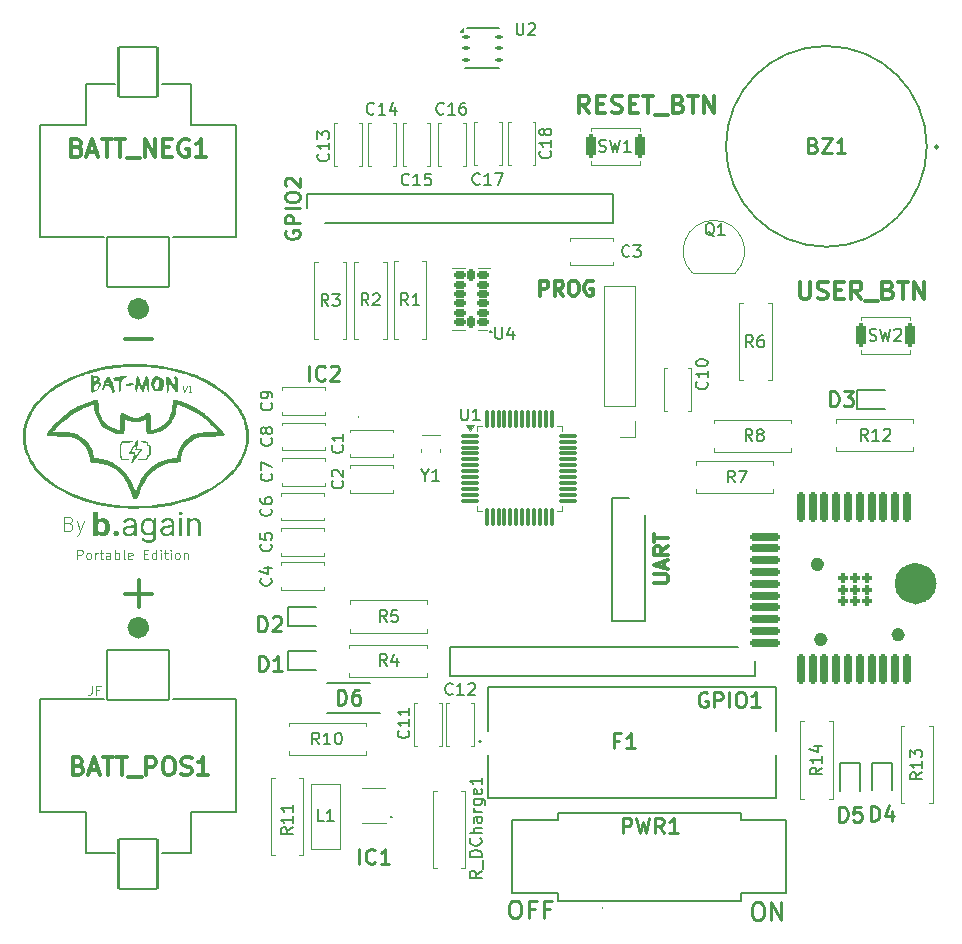
<source format=gto>
G04 #@! TF.GenerationSoftware,KiCad,Pcbnew,8.0.8*
G04 #@! TF.CreationDate,2025-04-14T10:59:08+01:00*
G04 #@! TF.ProjectId,Bat-mon_v1,4261742d-6d6f-46e5-9f76-312e6b696361,rev?*
G04 #@! TF.SameCoordinates,Original*
G04 #@! TF.FileFunction,Legend,Top*
G04 #@! TF.FilePolarity,Positive*
%FSLAX46Y46*%
G04 Gerber Fmt 4.6, Leading zero omitted, Abs format (unit mm)*
G04 Created by KiCad (PCBNEW 8.0.8) date 2025-04-14 10:59:08*
%MOMM*%
%LPD*%
G01*
G04 APERTURE LIST*
G04 Aperture macros list*
%AMRoundRect*
0 Rectangle with rounded corners*
0 $1 Rounding radius*
0 $2 $3 $4 $5 $6 $7 $8 $9 X,Y pos of 4 corners*
0 Add a 4 corners polygon primitive as box body*
4,1,4,$2,$3,$4,$5,$6,$7,$8,$9,$2,$3,0*
0 Add four circle primitives for the rounded corners*
1,1,$1+$1,$2,$3*
1,1,$1+$1,$4,$5*
1,1,$1+$1,$6,$7*
1,1,$1+$1,$8,$9*
0 Add four rect primitives between the rounded corners*
20,1,$1+$1,$2,$3,$4,$5,0*
20,1,$1+$1,$4,$5,$6,$7,0*
20,1,$1+$1,$6,$7,$8,$9,0*
20,1,$1+$1,$8,$9,$2,$3,0*%
G04 Aperture macros list end*
%ADD10C,0.931207*%
%ADD11C,0.300000*%
%ADD12C,0.100000*%
%ADD13C,0.125000*%
%ADD14C,0.250000*%
%ADD15C,0.150000*%
%ADD16C,0.254000*%
%ADD17C,0.555000*%
%ADD18C,1.780000*%
%ADD19C,0.120000*%
%ADD20C,0.200000*%
%ADD21C,0.127000*%
%ADD22C,0.000000*%
%ADD23RoundRect,0.200000X-0.200000X-0.200000X0.200000X-0.200000X0.200000X0.200000X-0.200000X0.200000X0*%
%ADD24RoundRect,0.175000X-0.175000X1.125000X-0.175000X-1.125000X0.175000X-1.125000X0.175000X1.125000X0*%
%ADD25RoundRect,0.175000X-1.125000X-0.175000X1.125000X-0.175000X1.125000X0.175000X-1.125000X0.175000X0*%
%ADD26C,0.700000*%
%ADD27C,4.400000*%
%ADD28C,1.600000*%
%ADD29O,1.600000X1.600000*%
%ADD30R,0.950000X0.950000*%
%ADD31RoundRect,0.075000X-0.662500X-0.075000X0.662500X-0.075000X0.662500X0.075000X-0.662500X0.075000X0*%
%ADD32RoundRect,0.075000X-0.075000X-0.662500X0.075000X-0.662500X0.075000X0.662500X-0.075000X0.662500X0*%
%ADD33R,1.050000X1.500000*%
%ADD34O,1.050000X1.500000*%
%ADD35RoundRect,0.100000X-0.200000X-0.100000X0.200000X-0.100000X0.200000X0.100000X-0.200000X0.100000X0*%
%ADD36R,1.500000X2.400000*%
%ADD37R,0.300000X0.600000*%
%ADD38R,1.600000X1.600000*%
%ADD39C,1.580000*%
%ADD40RoundRect,0.200000X0.200000X0.800000X-0.200000X0.800000X-0.200000X-0.800000X0.200000X-0.800000X0*%
%ADD41C,2.300000*%
%ADD42R,1.575000X1.575000*%
%ADD43C,1.575000*%
%ADD44RoundRect,0.102000X2.600000X-2.120000X2.600000X2.120000X-2.600000X2.120000X-2.600000X-2.120000X0*%
%ADD45RoundRect,0.102000X1.650000X-2.120000X1.650000X2.120000X-1.650000X2.120000X-1.650000X-2.120000X0*%
%ADD46RoundRect,0.200000X-0.200000X-0.800000X0.200000X-0.800000X0.200000X0.800000X-0.200000X0.800000X0*%
%ADD47R,1.120000X1.720000*%
%ADD48R,1.700000X1.700000*%
%ADD49O,1.700000X1.700000*%
%ADD50R,0.600000X0.250000*%
%ADD51R,0.900000X0.250000*%
%ADD52R,1.300000X0.250000*%
%ADD53R,1.500000X0.800000*%
%ADD54R,2.925000X2.925000*%
%ADD55C,2.925000*%
%ADD56RoundRect,0.102000X-2.600000X2.120000X-2.600000X-2.120000X2.600000X-2.120000X2.600000X2.120000X0*%
%ADD57RoundRect,0.102000X-1.650000X2.120000X-1.650000X-2.120000X1.650000X-2.120000X1.650000X2.120000X0*%
%ADD58RoundRect,0.150000X0.325000X0.150000X-0.325000X0.150000X-0.325000X-0.150000X0.325000X-0.150000X0*%
%ADD59RoundRect,0.150000X0.150000X0.325000X-0.150000X0.325000X-0.150000X-0.325000X0.150000X-0.325000X0*%
%ADD60R,1.725000X1.725000*%
%ADD61C,1.725000*%
G04 APERTURE END LIST*
D10*
X36082329Y-77311726D02*
G75*
G02*
X35151123Y-77311726I-465603J0D01*
G01*
X35151123Y-77311726D02*
G75*
G02*
X36082329Y-77311726I465603J0D01*
G01*
X36082329Y-50311726D02*
G75*
G02*
X35151123Y-50311726I-465603J0D01*
G01*
X35151123Y-50311726D02*
G75*
G02*
X36082329Y-50311726I465603J0D01*
G01*
D11*
X34528379Y-74441126D02*
X36814094Y-74441126D01*
X35671236Y-75583983D02*
X35671236Y-73298268D01*
X34528379Y-52891126D02*
X36814094Y-52891126D01*
D12*
X31651562Y-82213621D02*
X31651562Y-82785049D01*
X31651562Y-82785049D02*
X31613467Y-82899335D01*
X31613467Y-82899335D02*
X31537276Y-82975526D01*
X31537276Y-82975526D02*
X31422991Y-83013621D01*
X31422991Y-83013621D02*
X31346800Y-83013621D01*
X32299181Y-82594573D02*
X32032515Y-82594573D01*
X32032515Y-83013621D02*
X32032515Y-82213621D01*
X32032515Y-82213621D02*
X32413467Y-82213621D01*
D13*
X29734676Y-68484797D02*
X29906104Y-68541940D01*
X29906104Y-68541940D02*
X29963247Y-68599083D01*
X29963247Y-68599083D02*
X30020390Y-68713368D01*
X30020390Y-68713368D02*
X30020390Y-68884797D01*
X30020390Y-68884797D02*
X29963247Y-68999083D01*
X29963247Y-68999083D02*
X29906104Y-69056226D01*
X29906104Y-69056226D02*
X29791819Y-69113368D01*
X29791819Y-69113368D02*
X29334676Y-69113368D01*
X29334676Y-69113368D02*
X29334676Y-67913368D01*
X29334676Y-67913368D02*
X29734676Y-67913368D01*
X29734676Y-67913368D02*
X29848962Y-67970511D01*
X29848962Y-67970511D02*
X29906104Y-68027654D01*
X29906104Y-68027654D02*
X29963247Y-68141940D01*
X29963247Y-68141940D02*
X29963247Y-68256226D01*
X29963247Y-68256226D02*
X29906104Y-68370511D01*
X29906104Y-68370511D02*
X29848962Y-68427654D01*
X29848962Y-68427654D02*
X29734676Y-68484797D01*
X29734676Y-68484797D02*
X29334676Y-68484797D01*
X30420390Y-68313368D02*
X30706104Y-69113368D01*
X30991819Y-68313368D02*
X30706104Y-69113368D01*
X30706104Y-69113368D02*
X30591819Y-69399083D01*
X30591819Y-69399083D02*
X30534676Y-69456226D01*
X30534676Y-69456226D02*
X30420390Y-69513368D01*
D11*
X91621236Y-48017554D02*
X91621236Y-49231840D01*
X91621236Y-49231840D02*
X91692665Y-49374697D01*
X91692665Y-49374697D02*
X91764094Y-49446126D01*
X91764094Y-49446126D02*
X91906951Y-49517554D01*
X91906951Y-49517554D02*
X92192665Y-49517554D01*
X92192665Y-49517554D02*
X92335522Y-49446126D01*
X92335522Y-49446126D02*
X92406951Y-49374697D01*
X92406951Y-49374697D02*
X92478379Y-49231840D01*
X92478379Y-49231840D02*
X92478379Y-48017554D01*
X93121237Y-49446126D02*
X93335523Y-49517554D01*
X93335523Y-49517554D02*
X93692665Y-49517554D01*
X93692665Y-49517554D02*
X93835523Y-49446126D01*
X93835523Y-49446126D02*
X93906951Y-49374697D01*
X93906951Y-49374697D02*
X93978380Y-49231840D01*
X93978380Y-49231840D02*
X93978380Y-49088983D01*
X93978380Y-49088983D02*
X93906951Y-48946126D01*
X93906951Y-48946126D02*
X93835523Y-48874697D01*
X93835523Y-48874697D02*
X93692665Y-48803268D01*
X93692665Y-48803268D02*
X93406951Y-48731840D01*
X93406951Y-48731840D02*
X93264094Y-48660411D01*
X93264094Y-48660411D02*
X93192665Y-48588983D01*
X93192665Y-48588983D02*
X93121237Y-48446126D01*
X93121237Y-48446126D02*
X93121237Y-48303268D01*
X93121237Y-48303268D02*
X93192665Y-48160411D01*
X93192665Y-48160411D02*
X93264094Y-48088983D01*
X93264094Y-48088983D02*
X93406951Y-48017554D01*
X93406951Y-48017554D02*
X93764094Y-48017554D01*
X93764094Y-48017554D02*
X93978380Y-48088983D01*
X94621236Y-48731840D02*
X95121236Y-48731840D01*
X95335522Y-49517554D02*
X94621236Y-49517554D01*
X94621236Y-49517554D02*
X94621236Y-48017554D01*
X94621236Y-48017554D02*
X95335522Y-48017554D01*
X96835522Y-49517554D02*
X96335522Y-48803268D01*
X95978379Y-49517554D02*
X95978379Y-48017554D01*
X95978379Y-48017554D02*
X96549808Y-48017554D01*
X96549808Y-48017554D02*
X96692665Y-48088983D01*
X96692665Y-48088983D02*
X96764094Y-48160411D01*
X96764094Y-48160411D02*
X96835522Y-48303268D01*
X96835522Y-48303268D02*
X96835522Y-48517554D01*
X96835522Y-48517554D02*
X96764094Y-48660411D01*
X96764094Y-48660411D02*
X96692665Y-48731840D01*
X96692665Y-48731840D02*
X96549808Y-48803268D01*
X96549808Y-48803268D02*
X95978379Y-48803268D01*
X97121237Y-49660411D02*
X98264094Y-49660411D01*
X99121236Y-48731840D02*
X99335522Y-48803268D01*
X99335522Y-48803268D02*
X99406951Y-48874697D01*
X99406951Y-48874697D02*
X99478379Y-49017554D01*
X99478379Y-49017554D02*
X99478379Y-49231840D01*
X99478379Y-49231840D02*
X99406951Y-49374697D01*
X99406951Y-49374697D02*
X99335522Y-49446126D01*
X99335522Y-49446126D02*
X99192665Y-49517554D01*
X99192665Y-49517554D02*
X98621236Y-49517554D01*
X98621236Y-49517554D02*
X98621236Y-48017554D01*
X98621236Y-48017554D02*
X99121236Y-48017554D01*
X99121236Y-48017554D02*
X99264094Y-48088983D01*
X99264094Y-48088983D02*
X99335522Y-48160411D01*
X99335522Y-48160411D02*
X99406951Y-48303268D01*
X99406951Y-48303268D02*
X99406951Y-48446126D01*
X99406951Y-48446126D02*
X99335522Y-48588983D01*
X99335522Y-48588983D02*
X99264094Y-48660411D01*
X99264094Y-48660411D02*
X99121236Y-48731840D01*
X99121236Y-48731840D02*
X98621236Y-48731840D01*
X99906951Y-48017554D02*
X100764094Y-48017554D01*
X100335522Y-49517554D02*
X100335522Y-48017554D01*
X101264093Y-49517554D02*
X101264093Y-48017554D01*
X101264093Y-48017554D02*
X102121236Y-49517554D01*
X102121236Y-49517554D02*
X102121236Y-48017554D01*
D14*
X67374056Y-100420154D02*
X67659770Y-100420154D01*
X67659770Y-100420154D02*
X67802627Y-100491583D01*
X67802627Y-100491583D02*
X67945484Y-100634440D01*
X67945484Y-100634440D02*
X68016913Y-100920154D01*
X68016913Y-100920154D02*
X68016913Y-101420154D01*
X68016913Y-101420154D02*
X67945484Y-101705868D01*
X67945484Y-101705868D02*
X67802627Y-101848726D01*
X67802627Y-101848726D02*
X67659770Y-101920154D01*
X67659770Y-101920154D02*
X67374056Y-101920154D01*
X67374056Y-101920154D02*
X67231199Y-101848726D01*
X67231199Y-101848726D02*
X67088341Y-101705868D01*
X67088341Y-101705868D02*
X67016913Y-101420154D01*
X67016913Y-101420154D02*
X67016913Y-100920154D01*
X67016913Y-100920154D02*
X67088341Y-100634440D01*
X67088341Y-100634440D02*
X67231199Y-100491583D01*
X67231199Y-100491583D02*
X67374056Y-100420154D01*
X69159770Y-101134440D02*
X68659770Y-101134440D01*
X68659770Y-101920154D02*
X68659770Y-100420154D01*
X68659770Y-100420154D02*
X69374056Y-100420154D01*
X70445484Y-101134440D02*
X69945484Y-101134440D01*
X69945484Y-101920154D02*
X69945484Y-100420154D01*
X69945484Y-100420154D02*
X70659770Y-100420154D01*
D11*
X73778379Y-33767554D02*
X73278379Y-33053268D01*
X72921236Y-33767554D02*
X72921236Y-32267554D01*
X72921236Y-32267554D02*
X73492665Y-32267554D01*
X73492665Y-32267554D02*
X73635522Y-32338983D01*
X73635522Y-32338983D02*
X73706951Y-32410411D01*
X73706951Y-32410411D02*
X73778379Y-32553268D01*
X73778379Y-32553268D02*
X73778379Y-32767554D01*
X73778379Y-32767554D02*
X73706951Y-32910411D01*
X73706951Y-32910411D02*
X73635522Y-32981840D01*
X73635522Y-32981840D02*
X73492665Y-33053268D01*
X73492665Y-33053268D02*
X72921236Y-33053268D01*
X74421236Y-32981840D02*
X74921236Y-32981840D01*
X75135522Y-33767554D02*
X74421236Y-33767554D01*
X74421236Y-33767554D02*
X74421236Y-32267554D01*
X74421236Y-32267554D02*
X75135522Y-32267554D01*
X75706951Y-33696126D02*
X75921237Y-33767554D01*
X75921237Y-33767554D02*
X76278379Y-33767554D01*
X76278379Y-33767554D02*
X76421237Y-33696126D01*
X76421237Y-33696126D02*
X76492665Y-33624697D01*
X76492665Y-33624697D02*
X76564094Y-33481840D01*
X76564094Y-33481840D02*
X76564094Y-33338983D01*
X76564094Y-33338983D02*
X76492665Y-33196126D01*
X76492665Y-33196126D02*
X76421237Y-33124697D01*
X76421237Y-33124697D02*
X76278379Y-33053268D01*
X76278379Y-33053268D02*
X75992665Y-32981840D01*
X75992665Y-32981840D02*
X75849808Y-32910411D01*
X75849808Y-32910411D02*
X75778379Y-32838983D01*
X75778379Y-32838983D02*
X75706951Y-32696126D01*
X75706951Y-32696126D02*
X75706951Y-32553268D01*
X75706951Y-32553268D02*
X75778379Y-32410411D01*
X75778379Y-32410411D02*
X75849808Y-32338983D01*
X75849808Y-32338983D02*
X75992665Y-32267554D01*
X75992665Y-32267554D02*
X76349808Y-32267554D01*
X76349808Y-32267554D02*
X76564094Y-32338983D01*
X77206950Y-32981840D02*
X77706950Y-32981840D01*
X77921236Y-33767554D02*
X77206950Y-33767554D01*
X77206950Y-33767554D02*
X77206950Y-32267554D01*
X77206950Y-32267554D02*
X77921236Y-32267554D01*
X78349808Y-32267554D02*
X79206951Y-32267554D01*
X78778379Y-33767554D02*
X78778379Y-32267554D01*
X79349808Y-33910411D02*
X80492665Y-33910411D01*
X81349807Y-32981840D02*
X81564093Y-33053268D01*
X81564093Y-33053268D02*
X81635522Y-33124697D01*
X81635522Y-33124697D02*
X81706950Y-33267554D01*
X81706950Y-33267554D02*
X81706950Y-33481840D01*
X81706950Y-33481840D02*
X81635522Y-33624697D01*
X81635522Y-33624697D02*
X81564093Y-33696126D01*
X81564093Y-33696126D02*
X81421236Y-33767554D01*
X81421236Y-33767554D02*
X80849807Y-33767554D01*
X80849807Y-33767554D02*
X80849807Y-32267554D01*
X80849807Y-32267554D02*
X81349807Y-32267554D01*
X81349807Y-32267554D02*
X81492665Y-32338983D01*
X81492665Y-32338983D02*
X81564093Y-32410411D01*
X81564093Y-32410411D02*
X81635522Y-32553268D01*
X81635522Y-32553268D02*
X81635522Y-32696126D01*
X81635522Y-32696126D02*
X81564093Y-32838983D01*
X81564093Y-32838983D02*
X81492665Y-32910411D01*
X81492665Y-32910411D02*
X81349807Y-32981840D01*
X81349807Y-32981840D02*
X80849807Y-32981840D01*
X82135522Y-32267554D02*
X82992665Y-32267554D01*
X82564093Y-33767554D02*
X82564093Y-32267554D01*
X83492664Y-33767554D02*
X83492664Y-32267554D01*
X83492664Y-32267554D02*
X84349807Y-33767554D01*
X84349807Y-33767554D02*
X84349807Y-32267554D01*
X79248149Y-73521738D02*
X80260054Y-73521738D01*
X80260054Y-73521738D02*
X80379102Y-73462215D01*
X80379102Y-73462215D02*
X80438626Y-73402691D01*
X80438626Y-73402691D02*
X80498149Y-73283643D01*
X80498149Y-73283643D02*
X80498149Y-73045548D01*
X80498149Y-73045548D02*
X80438626Y-72926500D01*
X80438626Y-72926500D02*
X80379102Y-72866977D01*
X80379102Y-72866977D02*
X80260054Y-72807453D01*
X80260054Y-72807453D02*
X79248149Y-72807453D01*
X80141006Y-72271738D02*
X80141006Y-71676500D01*
X80498149Y-72390786D02*
X79248149Y-71974119D01*
X79248149Y-71974119D02*
X80498149Y-71557453D01*
X80498149Y-70426500D02*
X79902911Y-70843166D01*
X80498149Y-71140785D02*
X79248149Y-71140785D01*
X79248149Y-71140785D02*
X79248149Y-70664595D01*
X79248149Y-70664595D02*
X79307673Y-70545547D01*
X79307673Y-70545547D02*
X79367197Y-70486024D01*
X79367197Y-70486024D02*
X79486245Y-70426500D01*
X79486245Y-70426500D02*
X79664816Y-70426500D01*
X79664816Y-70426500D02*
X79783864Y-70486024D01*
X79783864Y-70486024D02*
X79843387Y-70545547D01*
X79843387Y-70545547D02*
X79902911Y-70664595D01*
X79902911Y-70664595D02*
X79902911Y-71140785D01*
X79248149Y-70069357D02*
X79248149Y-69355071D01*
X80498149Y-69712214D02*
X79248149Y-69712214D01*
D13*
X30439438Y-71512321D02*
X30439438Y-70712321D01*
X30439438Y-70712321D02*
X30744200Y-70712321D01*
X30744200Y-70712321D02*
X30820390Y-70750416D01*
X30820390Y-70750416D02*
X30858485Y-70788511D01*
X30858485Y-70788511D02*
X30896581Y-70864702D01*
X30896581Y-70864702D02*
X30896581Y-70978987D01*
X30896581Y-70978987D02*
X30858485Y-71055178D01*
X30858485Y-71055178D02*
X30820390Y-71093273D01*
X30820390Y-71093273D02*
X30744200Y-71131368D01*
X30744200Y-71131368D02*
X30439438Y-71131368D01*
X31353723Y-71512321D02*
X31277533Y-71474226D01*
X31277533Y-71474226D02*
X31239438Y-71436130D01*
X31239438Y-71436130D02*
X31201342Y-71359940D01*
X31201342Y-71359940D02*
X31201342Y-71131368D01*
X31201342Y-71131368D02*
X31239438Y-71055178D01*
X31239438Y-71055178D02*
X31277533Y-71017083D01*
X31277533Y-71017083D02*
X31353723Y-70978987D01*
X31353723Y-70978987D02*
X31468009Y-70978987D01*
X31468009Y-70978987D02*
X31544200Y-71017083D01*
X31544200Y-71017083D02*
X31582295Y-71055178D01*
X31582295Y-71055178D02*
X31620390Y-71131368D01*
X31620390Y-71131368D02*
X31620390Y-71359940D01*
X31620390Y-71359940D02*
X31582295Y-71436130D01*
X31582295Y-71436130D02*
X31544200Y-71474226D01*
X31544200Y-71474226D02*
X31468009Y-71512321D01*
X31468009Y-71512321D02*
X31353723Y-71512321D01*
X31963248Y-71512321D02*
X31963248Y-70978987D01*
X31963248Y-71131368D02*
X32001343Y-71055178D01*
X32001343Y-71055178D02*
X32039438Y-71017083D01*
X32039438Y-71017083D02*
X32115629Y-70978987D01*
X32115629Y-70978987D02*
X32191819Y-70978987D01*
X32344200Y-70978987D02*
X32648962Y-70978987D01*
X32458486Y-70712321D02*
X32458486Y-71398035D01*
X32458486Y-71398035D02*
X32496581Y-71474226D01*
X32496581Y-71474226D02*
X32572771Y-71512321D01*
X32572771Y-71512321D02*
X32648962Y-71512321D01*
X33258486Y-71512321D02*
X33258486Y-71093273D01*
X33258486Y-71093273D02*
X33220391Y-71017083D01*
X33220391Y-71017083D02*
X33144200Y-70978987D01*
X33144200Y-70978987D02*
X32991819Y-70978987D01*
X32991819Y-70978987D02*
X32915629Y-71017083D01*
X33258486Y-71474226D02*
X33182295Y-71512321D01*
X33182295Y-71512321D02*
X32991819Y-71512321D01*
X32991819Y-71512321D02*
X32915629Y-71474226D01*
X32915629Y-71474226D02*
X32877533Y-71398035D01*
X32877533Y-71398035D02*
X32877533Y-71321845D01*
X32877533Y-71321845D02*
X32915629Y-71245654D01*
X32915629Y-71245654D02*
X32991819Y-71207559D01*
X32991819Y-71207559D02*
X33182295Y-71207559D01*
X33182295Y-71207559D02*
X33258486Y-71169464D01*
X33639439Y-71512321D02*
X33639439Y-70712321D01*
X33639439Y-71017083D02*
X33715629Y-70978987D01*
X33715629Y-70978987D02*
X33868010Y-70978987D01*
X33868010Y-70978987D02*
X33944201Y-71017083D01*
X33944201Y-71017083D02*
X33982296Y-71055178D01*
X33982296Y-71055178D02*
X34020391Y-71131368D01*
X34020391Y-71131368D02*
X34020391Y-71359940D01*
X34020391Y-71359940D02*
X33982296Y-71436130D01*
X33982296Y-71436130D02*
X33944201Y-71474226D01*
X33944201Y-71474226D02*
X33868010Y-71512321D01*
X33868010Y-71512321D02*
X33715629Y-71512321D01*
X33715629Y-71512321D02*
X33639439Y-71474226D01*
X34477534Y-71512321D02*
X34401344Y-71474226D01*
X34401344Y-71474226D02*
X34363249Y-71398035D01*
X34363249Y-71398035D02*
X34363249Y-70712321D01*
X35087059Y-71474226D02*
X35010868Y-71512321D01*
X35010868Y-71512321D02*
X34858487Y-71512321D01*
X34858487Y-71512321D02*
X34782297Y-71474226D01*
X34782297Y-71474226D02*
X34744201Y-71398035D01*
X34744201Y-71398035D02*
X34744201Y-71093273D01*
X34744201Y-71093273D02*
X34782297Y-71017083D01*
X34782297Y-71017083D02*
X34858487Y-70978987D01*
X34858487Y-70978987D02*
X35010868Y-70978987D01*
X35010868Y-70978987D02*
X35087059Y-71017083D01*
X35087059Y-71017083D02*
X35125154Y-71093273D01*
X35125154Y-71093273D02*
X35125154Y-71169464D01*
X35125154Y-71169464D02*
X34744201Y-71245654D01*
X36077535Y-71093273D02*
X36344201Y-71093273D01*
X36458487Y-71512321D02*
X36077535Y-71512321D01*
X36077535Y-71512321D02*
X36077535Y-70712321D01*
X36077535Y-70712321D02*
X36458487Y-70712321D01*
X37144202Y-71512321D02*
X37144202Y-70712321D01*
X37144202Y-71474226D02*
X37068011Y-71512321D01*
X37068011Y-71512321D02*
X36915630Y-71512321D01*
X36915630Y-71512321D02*
X36839440Y-71474226D01*
X36839440Y-71474226D02*
X36801345Y-71436130D01*
X36801345Y-71436130D02*
X36763249Y-71359940D01*
X36763249Y-71359940D02*
X36763249Y-71131368D01*
X36763249Y-71131368D02*
X36801345Y-71055178D01*
X36801345Y-71055178D02*
X36839440Y-71017083D01*
X36839440Y-71017083D02*
X36915630Y-70978987D01*
X36915630Y-70978987D02*
X37068011Y-70978987D01*
X37068011Y-70978987D02*
X37144202Y-71017083D01*
X37525155Y-71512321D02*
X37525155Y-70978987D01*
X37525155Y-70712321D02*
X37487059Y-70750416D01*
X37487059Y-70750416D02*
X37525155Y-70788511D01*
X37525155Y-70788511D02*
X37563250Y-70750416D01*
X37563250Y-70750416D02*
X37525155Y-70712321D01*
X37525155Y-70712321D02*
X37525155Y-70788511D01*
X37791821Y-70978987D02*
X38096583Y-70978987D01*
X37906107Y-70712321D02*
X37906107Y-71398035D01*
X37906107Y-71398035D02*
X37944202Y-71474226D01*
X37944202Y-71474226D02*
X38020392Y-71512321D01*
X38020392Y-71512321D02*
X38096583Y-71512321D01*
X38363250Y-71512321D02*
X38363250Y-70978987D01*
X38363250Y-70712321D02*
X38325154Y-70750416D01*
X38325154Y-70750416D02*
X38363250Y-70788511D01*
X38363250Y-70788511D02*
X38401345Y-70750416D01*
X38401345Y-70750416D02*
X38363250Y-70712321D01*
X38363250Y-70712321D02*
X38363250Y-70788511D01*
X38858487Y-71512321D02*
X38782297Y-71474226D01*
X38782297Y-71474226D02*
X38744202Y-71436130D01*
X38744202Y-71436130D02*
X38706106Y-71359940D01*
X38706106Y-71359940D02*
X38706106Y-71131368D01*
X38706106Y-71131368D02*
X38744202Y-71055178D01*
X38744202Y-71055178D02*
X38782297Y-71017083D01*
X38782297Y-71017083D02*
X38858487Y-70978987D01*
X38858487Y-70978987D02*
X38972773Y-70978987D01*
X38972773Y-70978987D02*
X39048964Y-71017083D01*
X39048964Y-71017083D02*
X39087059Y-71055178D01*
X39087059Y-71055178D02*
X39125154Y-71131368D01*
X39125154Y-71131368D02*
X39125154Y-71359940D01*
X39125154Y-71359940D02*
X39087059Y-71436130D01*
X39087059Y-71436130D02*
X39048964Y-71474226D01*
X39048964Y-71474226D02*
X38972773Y-71512321D01*
X38972773Y-71512321D02*
X38858487Y-71512321D01*
X39468012Y-70978987D02*
X39468012Y-71512321D01*
X39468012Y-71055178D02*
X39506107Y-71017083D01*
X39506107Y-71017083D02*
X39582297Y-70978987D01*
X39582297Y-70978987D02*
X39696583Y-70978987D01*
X39696583Y-70978987D02*
X39772774Y-71017083D01*
X39772774Y-71017083D02*
X39810869Y-71093273D01*
X39810869Y-71093273D02*
X39810869Y-71512321D01*
D11*
X69611713Y-49198149D02*
X69611713Y-47948149D01*
X69611713Y-47948149D02*
X70087903Y-47948149D01*
X70087903Y-47948149D02*
X70206951Y-48007673D01*
X70206951Y-48007673D02*
X70266474Y-48067197D01*
X70266474Y-48067197D02*
X70325998Y-48186245D01*
X70325998Y-48186245D02*
X70325998Y-48364816D01*
X70325998Y-48364816D02*
X70266474Y-48483864D01*
X70266474Y-48483864D02*
X70206951Y-48543387D01*
X70206951Y-48543387D02*
X70087903Y-48602911D01*
X70087903Y-48602911D02*
X69611713Y-48602911D01*
X71575998Y-49198149D02*
X71159332Y-48602911D01*
X70861713Y-49198149D02*
X70861713Y-47948149D01*
X70861713Y-47948149D02*
X71337903Y-47948149D01*
X71337903Y-47948149D02*
X71456951Y-48007673D01*
X71456951Y-48007673D02*
X71516474Y-48067197D01*
X71516474Y-48067197D02*
X71575998Y-48186245D01*
X71575998Y-48186245D02*
X71575998Y-48364816D01*
X71575998Y-48364816D02*
X71516474Y-48483864D01*
X71516474Y-48483864D02*
X71456951Y-48543387D01*
X71456951Y-48543387D02*
X71337903Y-48602911D01*
X71337903Y-48602911D02*
X70861713Y-48602911D01*
X72349808Y-47948149D02*
X72587903Y-47948149D01*
X72587903Y-47948149D02*
X72706951Y-48007673D01*
X72706951Y-48007673D02*
X72825998Y-48126721D01*
X72825998Y-48126721D02*
X72885522Y-48364816D01*
X72885522Y-48364816D02*
X72885522Y-48781483D01*
X72885522Y-48781483D02*
X72825998Y-49019578D01*
X72825998Y-49019578D02*
X72706951Y-49138626D01*
X72706951Y-49138626D02*
X72587903Y-49198149D01*
X72587903Y-49198149D02*
X72349808Y-49198149D01*
X72349808Y-49198149D02*
X72230760Y-49138626D01*
X72230760Y-49138626D02*
X72111713Y-49019578D01*
X72111713Y-49019578D02*
X72052189Y-48781483D01*
X72052189Y-48781483D02*
X72052189Y-48364816D01*
X72052189Y-48364816D02*
X72111713Y-48126721D01*
X72111713Y-48126721D02*
X72230760Y-48007673D01*
X72230760Y-48007673D02*
X72349808Y-47948149D01*
X74075998Y-48007673D02*
X73956951Y-47948149D01*
X73956951Y-47948149D02*
X73778379Y-47948149D01*
X73778379Y-47948149D02*
X73599808Y-48007673D01*
X73599808Y-48007673D02*
X73480760Y-48126721D01*
X73480760Y-48126721D02*
X73421237Y-48245768D01*
X73421237Y-48245768D02*
X73361713Y-48483864D01*
X73361713Y-48483864D02*
X73361713Y-48662435D01*
X73361713Y-48662435D02*
X73421237Y-48900530D01*
X73421237Y-48900530D02*
X73480760Y-49019578D01*
X73480760Y-49019578D02*
X73599808Y-49138626D01*
X73599808Y-49138626D02*
X73778379Y-49198149D01*
X73778379Y-49198149D02*
X73897427Y-49198149D01*
X73897427Y-49198149D02*
X74075998Y-49138626D01*
X74075998Y-49138626D02*
X74135522Y-49079102D01*
X74135522Y-49079102D02*
X74135522Y-48662435D01*
X74135522Y-48662435D02*
X73897427Y-48662435D01*
D14*
X87924056Y-100570154D02*
X88209770Y-100570154D01*
X88209770Y-100570154D02*
X88352627Y-100641583D01*
X88352627Y-100641583D02*
X88495484Y-100784440D01*
X88495484Y-100784440D02*
X88566913Y-101070154D01*
X88566913Y-101070154D02*
X88566913Y-101570154D01*
X88566913Y-101570154D02*
X88495484Y-101855868D01*
X88495484Y-101855868D02*
X88352627Y-101998726D01*
X88352627Y-101998726D02*
X88209770Y-102070154D01*
X88209770Y-102070154D02*
X87924056Y-102070154D01*
X87924056Y-102070154D02*
X87781199Y-101998726D01*
X87781199Y-101998726D02*
X87638341Y-101855868D01*
X87638341Y-101855868D02*
X87566913Y-101570154D01*
X87566913Y-101570154D02*
X87566913Y-101070154D01*
X87566913Y-101070154D02*
X87638341Y-100784440D01*
X87638341Y-100784440D02*
X87781199Y-100641583D01*
X87781199Y-100641583D02*
X87924056Y-100570154D01*
X89209770Y-102070154D02*
X89209770Y-100570154D01*
X89209770Y-100570154D02*
X90066913Y-102070154D01*
X90066913Y-102070154D02*
X90066913Y-100570154D01*
D15*
X93481545Y-89169583D02*
X93005354Y-89502916D01*
X93481545Y-89741011D02*
X92481545Y-89741011D01*
X92481545Y-89741011D02*
X92481545Y-89360059D01*
X92481545Y-89360059D02*
X92529164Y-89264821D01*
X92529164Y-89264821D02*
X92576783Y-89217202D01*
X92576783Y-89217202D02*
X92672021Y-89169583D01*
X92672021Y-89169583D02*
X92814878Y-89169583D01*
X92814878Y-89169583D02*
X92910116Y-89217202D01*
X92910116Y-89217202D02*
X92957735Y-89264821D01*
X92957735Y-89264821D02*
X93005354Y-89360059D01*
X93005354Y-89360059D02*
X93005354Y-89741011D01*
X93481545Y-88217202D02*
X93481545Y-88788630D01*
X93481545Y-88502916D02*
X92481545Y-88502916D01*
X92481545Y-88502916D02*
X92624402Y-88598154D01*
X92624402Y-88598154D02*
X92719640Y-88693392D01*
X92719640Y-88693392D02*
X92767259Y-88788630D01*
X92814878Y-87360059D02*
X93481545Y-87360059D01*
X92433926Y-87598154D02*
X93148211Y-87836249D01*
X93148211Y-87836249D02*
X93148211Y-87217202D01*
X62223868Y-82901306D02*
X62176249Y-82948926D01*
X62176249Y-82948926D02*
X62033392Y-82996545D01*
X62033392Y-82996545D02*
X61938154Y-82996545D01*
X61938154Y-82996545D02*
X61795297Y-82948926D01*
X61795297Y-82948926D02*
X61700059Y-82853687D01*
X61700059Y-82853687D02*
X61652440Y-82758449D01*
X61652440Y-82758449D02*
X61604821Y-82567973D01*
X61604821Y-82567973D02*
X61604821Y-82425116D01*
X61604821Y-82425116D02*
X61652440Y-82234640D01*
X61652440Y-82234640D02*
X61700059Y-82139402D01*
X61700059Y-82139402D02*
X61795297Y-82044164D01*
X61795297Y-82044164D02*
X61938154Y-81996545D01*
X61938154Y-81996545D02*
X62033392Y-81996545D01*
X62033392Y-81996545D02*
X62176249Y-82044164D01*
X62176249Y-82044164D02*
X62223868Y-82091783D01*
X63176249Y-82996545D02*
X62604821Y-82996545D01*
X62890535Y-82996545D02*
X62890535Y-81996545D01*
X62890535Y-81996545D02*
X62795297Y-82139402D01*
X62795297Y-82139402D02*
X62700059Y-82234640D01*
X62700059Y-82234640D02*
X62604821Y-82282259D01*
X63557202Y-82091783D02*
X63604821Y-82044164D01*
X63604821Y-82044164D02*
X63700059Y-81996545D01*
X63700059Y-81996545D02*
X63938154Y-81996545D01*
X63938154Y-81996545D02*
X64033392Y-82044164D01*
X64033392Y-82044164D02*
X64081011Y-82091783D01*
X64081011Y-82091783D02*
X64128630Y-82187021D01*
X64128630Y-82187021D02*
X64128630Y-82282259D01*
X64128630Y-82282259D02*
X64081011Y-82425116D01*
X64081011Y-82425116D02*
X63509583Y-82996545D01*
X63509583Y-82996545D02*
X64128630Y-82996545D01*
D16*
X45779344Y-77641044D02*
X45779344Y-76371044D01*
X45779344Y-76371044D02*
X46081725Y-76371044D01*
X46081725Y-76371044D02*
X46263154Y-76431520D01*
X46263154Y-76431520D02*
X46384106Y-76552472D01*
X46384106Y-76552472D02*
X46444583Y-76673425D01*
X46444583Y-76673425D02*
X46505059Y-76915329D01*
X46505059Y-76915329D02*
X46505059Y-77096758D01*
X46505059Y-77096758D02*
X46444583Y-77338663D01*
X46444583Y-77338663D02*
X46384106Y-77459615D01*
X46384106Y-77459615D02*
X46263154Y-77580568D01*
X46263154Y-77580568D02*
X46081725Y-77641044D01*
X46081725Y-77641044D02*
X45779344Y-77641044D01*
X46988868Y-76491996D02*
X47049344Y-76431520D01*
X47049344Y-76431520D02*
X47170297Y-76371044D01*
X47170297Y-76371044D02*
X47472678Y-76371044D01*
X47472678Y-76371044D02*
X47593630Y-76431520D01*
X47593630Y-76431520D02*
X47654106Y-76491996D01*
X47654106Y-76491996D02*
X47714583Y-76612948D01*
X47714583Y-76612948D02*
X47714583Y-76733901D01*
X47714583Y-76733901D02*
X47654106Y-76915329D01*
X47654106Y-76915329D02*
X46928392Y-77641044D01*
X46928392Y-77641044D02*
X47714583Y-77641044D01*
D15*
X62954821Y-58771545D02*
X62954821Y-59581068D01*
X62954821Y-59581068D02*
X63002440Y-59676306D01*
X63002440Y-59676306D02*
X63050059Y-59723926D01*
X63050059Y-59723926D02*
X63145297Y-59771545D01*
X63145297Y-59771545D02*
X63335773Y-59771545D01*
X63335773Y-59771545D02*
X63431011Y-59723926D01*
X63431011Y-59723926D02*
X63478630Y-59676306D01*
X63478630Y-59676306D02*
X63526249Y-59581068D01*
X63526249Y-59581068D02*
X63526249Y-58771545D01*
X64526249Y-59771545D02*
X63954821Y-59771545D01*
X64240535Y-59771545D02*
X64240535Y-58771545D01*
X64240535Y-58771545D02*
X64145297Y-58914402D01*
X64145297Y-58914402D02*
X64050059Y-59009640D01*
X64050059Y-59009640D02*
X63954821Y-59057259D01*
X84371487Y-44166783D02*
X84276249Y-44119164D01*
X84276249Y-44119164D02*
X84181011Y-44023926D01*
X84181011Y-44023926D02*
X84038154Y-43881068D01*
X84038154Y-43881068D02*
X83942916Y-43833449D01*
X83942916Y-43833449D02*
X83847678Y-43833449D01*
X83895297Y-44071545D02*
X83800059Y-44023926D01*
X83800059Y-44023926D02*
X83704821Y-43928687D01*
X83704821Y-43928687D02*
X83657202Y-43738211D01*
X83657202Y-43738211D02*
X83657202Y-43404878D01*
X83657202Y-43404878D02*
X83704821Y-43214402D01*
X83704821Y-43214402D02*
X83800059Y-43119164D01*
X83800059Y-43119164D02*
X83895297Y-43071545D01*
X83895297Y-43071545D02*
X84085773Y-43071545D01*
X84085773Y-43071545D02*
X84181011Y-43119164D01*
X84181011Y-43119164D02*
X84276249Y-43214402D01*
X84276249Y-43214402D02*
X84323868Y-43404878D01*
X84323868Y-43404878D02*
X84323868Y-43738211D01*
X84323868Y-43738211D02*
X84276249Y-43928687D01*
X84276249Y-43928687D02*
X84181011Y-44023926D01*
X84181011Y-44023926D02*
X84085773Y-44071545D01*
X84085773Y-44071545D02*
X83895297Y-44071545D01*
X85276249Y-44071545D02*
X84704821Y-44071545D01*
X84990535Y-44071545D02*
X84990535Y-43071545D01*
X84990535Y-43071545D02*
X84895297Y-43214402D01*
X84895297Y-43214402D02*
X84800059Y-43309640D01*
X84800059Y-43309640D02*
X84704821Y-43357259D01*
X56650059Y-76821545D02*
X56316726Y-76345354D01*
X56078631Y-76821545D02*
X56078631Y-75821545D01*
X56078631Y-75821545D02*
X56459583Y-75821545D01*
X56459583Y-75821545D02*
X56554821Y-75869164D01*
X56554821Y-75869164D02*
X56602440Y-75916783D01*
X56602440Y-75916783D02*
X56650059Y-76012021D01*
X56650059Y-76012021D02*
X56650059Y-76154878D01*
X56650059Y-76154878D02*
X56602440Y-76250116D01*
X56602440Y-76250116D02*
X56554821Y-76297735D01*
X56554821Y-76297735D02*
X56459583Y-76345354D01*
X56459583Y-76345354D02*
X56078631Y-76345354D01*
X57554821Y-75821545D02*
X57078631Y-75821545D01*
X57078631Y-75821545D02*
X57031012Y-76297735D01*
X57031012Y-76297735D02*
X57078631Y-76250116D01*
X57078631Y-76250116D02*
X57173869Y-76202497D01*
X57173869Y-76202497D02*
X57411964Y-76202497D01*
X57411964Y-76202497D02*
X57507202Y-76250116D01*
X57507202Y-76250116D02*
X57554821Y-76297735D01*
X57554821Y-76297735D02*
X57602440Y-76392973D01*
X57602440Y-76392973D02*
X57602440Y-76631068D01*
X57602440Y-76631068D02*
X57554821Y-76726306D01*
X57554821Y-76726306D02*
X57507202Y-76773926D01*
X57507202Y-76773926D02*
X57411964Y-76821545D01*
X57411964Y-76821545D02*
X57173869Y-76821545D01*
X57173869Y-76821545D02*
X57078631Y-76773926D01*
X57078631Y-76773926D02*
X57031012Y-76726306D01*
D16*
X94939344Y-93751044D02*
X94939344Y-92481044D01*
X94939344Y-92481044D02*
X95241725Y-92481044D01*
X95241725Y-92481044D02*
X95423154Y-92541520D01*
X95423154Y-92541520D02*
X95544106Y-92662472D01*
X95544106Y-92662472D02*
X95604583Y-92783425D01*
X95604583Y-92783425D02*
X95665059Y-93025329D01*
X95665059Y-93025329D02*
X95665059Y-93206758D01*
X95665059Y-93206758D02*
X95604583Y-93448663D01*
X95604583Y-93448663D02*
X95544106Y-93569615D01*
X95544106Y-93569615D02*
X95423154Y-93690568D01*
X95423154Y-93690568D02*
X95241725Y-93751044D01*
X95241725Y-93751044D02*
X94939344Y-93751044D01*
X96814106Y-92481044D02*
X96209344Y-92481044D01*
X96209344Y-92481044D02*
X96148868Y-93085806D01*
X96148868Y-93085806D02*
X96209344Y-93025329D01*
X96209344Y-93025329D02*
X96330297Y-92964853D01*
X96330297Y-92964853D02*
X96632678Y-92964853D01*
X96632678Y-92964853D02*
X96753630Y-93025329D01*
X96753630Y-93025329D02*
X96814106Y-93085806D01*
X96814106Y-93085806D02*
X96874583Y-93206758D01*
X96874583Y-93206758D02*
X96874583Y-93509139D01*
X96874583Y-93509139D02*
X96814106Y-93630091D01*
X96814106Y-93630091D02*
X96753630Y-93690568D01*
X96753630Y-93690568D02*
X96632678Y-93751044D01*
X96632678Y-93751044D02*
X96330297Y-93751044D01*
X96330297Y-93751044D02*
X96209344Y-93690568D01*
X96209344Y-93690568D02*
X96148868Y-93630091D01*
D15*
X70476306Y-36959583D02*
X70523926Y-37007202D01*
X70523926Y-37007202D02*
X70571545Y-37150059D01*
X70571545Y-37150059D02*
X70571545Y-37245297D01*
X70571545Y-37245297D02*
X70523926Y-37388154D01*
X70523926Y-37388154D02*
X70428687Y-37483392D01*
X70428687Y-37483392D02*
X70333449Y-37531011D01*
X70333449Y-37531011D02*
X70142973Y-37578630D01*
X70142973Y-37578630D02*
X70000116Y-37578630D01*
X70000116Y-37578630D02*
X69809640Y-37531011D01*
X69809640Y-37531011D02*
X69714402Y-37483392D01*
X69714402Y-37483392D02*
X69619164Y-37388154D01*
X69619164Y-37388154D02*
X69571545Y-37245297D01*
X69571545Y-37245297D02*
X69571545Y-37150059D01*
X69571545Y-37150059D02*
X69619164Y-37007202D01*
X69619164Y-37007202D02*
X69666783Y-36959583D01*
X70571545Y-36007202D02*
X70571545Y-36578630D01*
X70571545Y-36292916D02*
X69571545Y-36292916D01*
X69571545Y-36292916D02*
X69714402Y-36388154D01*
X69714402Y-36388154D02*
X69809640Y-36483392D01*
X69809640Y-36483392D02*
X69857259Y-36578630D01*
X70000116Y-35435773D02*
X69952497Y-35531011D01*
X69952497Y-35531011D02*
X69904878Y-35578630D01*
X69904878Y-35578630D02*
X69809640Y-35626249D01*
X69809640Y-35626249D02*
X69762021Y-35626249D01*
X69762021Y-35626249D02*
X69666783Y-35578630D01*
X69666783Y-35578630D02*
X69619164Y-35531011D01*
X69619164Y-35531011D02*
X69571545Y-35435773D01*
X69571545Y-35435773D02*
X69571545Y-35245297D01*
X69571545Y-35245297D02*
X69619164Y-35150059D01*
X69619164Y-35150059D02*
X69666783Y-35102440D01*
X69666783Y-35102440D02*
X69762021Y-35054821D01*
X69762021Y-35054821D02*
X69809640Y-35054821D01*
X69809640Y-35054821D02*
X69904878Y-35102440D01*
X69904878Y-35102440D02*
X69952497Y-35150059D01*
X69952497Y-35150059D02*
X70000116Y-35245297D01*
X70000116Y-35245297D02*
X70000116Y-35435773D01*
X70000116Y-35435773D02*
X70047735Y-35531011D01*
X70047735Y-35531011D02*
X70095354Y-35578630D01*
X70095354Y-35578630D02*
X70190592Y-35626249D01*
X70190592Y-35626249D02*
X70381068Y-35626249D01*
X70381068Y-35626249D02*
X70476306Y-35578630D01*
X70476306Y-35578630D02*
X70523926Y-35531011D01*
X70523926Y-35531011D02*
X70571545Y-35435773D01*
X70571545Y-35435773D02*
X70571545Y-35245297D01*
X70571545Y-35245297D02*
X70523926Y-35150059D01*
X70523926Y-35150059D02*
X70476306Y-35102440D01*
X70476306Y-35102440D02*
X70381068Y-35054821D01*
X70381068Y-35054821D02*
X70190592Y-35054821D01*
X70190592Y-35054821D02*
X70095354Y-35102440D01*
X70095354Y-35102440D02*
X70047735Y-35150059D01*
X70047735Y-35150059D02*
X70000116Y-35245297D01*
X46876306Y-58283392D02*
X46923926Y-58331011D01*
X46923926Y-58331011D02*
X46971545Y-58473868D01*
X46971545Y-58473868D02*
X46971545Y-58569106D01*
X46971545Y-58569106D02*
X46923926Y-58711963D01*
X46923926Y-58711963D02*
X46828687Y-58807201D01*
X46828687Y-58807201D02*
X46733449Y-58854820D01*
X46733449Y-58854820D02*
X46542973Y-58902439D01*
X46542973Y-58902439D02*
X46400116Y-58902439D01*
X46400116Y-58902439D02*
X46209640Y-58854820D01*
X46209640Y-58854820D02*
X46114402Y-58807201D01*
X46114402Y-58807201D02*
X46019164Y-58711963D01*
X46019164Y-58711963D02*
X45971545Y-58569106D01*
X45971545Y-58569106D02*
X45971545Y-58473868D01*
X45971545Y-58473868D02*
X46019164Y-58331011D01*
X46019164Y-58331011D02*
X46066783Y-58283392D01*
X46971545Y-57807201D02*
X46971545Y-57616725D01*
X46971545Y-57616725D02*
X46923926Y-57521487D01*
X46923926Y-57521487D02*
X46876306Y-57473868D01*
X46876306Y-57473868D02*
X46733449Y-57378630D01*
X46733449Y-57378630D02*
X46542973Y-57331011D01*
X46542973Y-57331011D02*
X46162021Y-57331011D01*
X46162021Y-57331011D02*
X46066783Y-57378630D01*
X46066783Y-57378630D02*
X46019164Y-57426249D01*
X46019164Y-57426249D02*
X45971545Y-57521487D01*
X45971545Y-57521487D02*
X45971545Y-57711963D01*
X45971545Y-57711963D02*
X46019164Y-57807201D01*
X46019164Y-57807201D02*
X46066783Y-57854820D01*
X46066783Y-57854820D02*
X46162021Y-57902439D01*
X46162021Y-57902439D02*
X46400116Y-57902439D01*
X46400116Y-57902439D02*
X46495354Y-57854820D01*
X46495354Y-57854820D02*
X46542973Y-57807201D01*
X46542973Y-57807201D02*
X46590592Y-57711963D01*
X46590592Y-57711963D02*
X46590592Y-57521487D01*
X46590592Y-57521487D02*
X46542973Y-57426249D01*
X46542973Y-57426249D02*
X46495354Y-57378630D01*
X46495354Y-57378630D02*
X46400116Y-57331011D01*
X51676306Y-37209583D02*
X51723926Y-37257202D01*
X51723926Y-37257202D02*
X51771545Y-37400059D01*
X51771545Y-37400059D02*
X51771545Y-37495297D01*
X51771545Y-37495297D02*
X51723926Y-37638154D01*
X51723926Y-37638154D02*
X51628687Y-37733392D01*
X51628687Y-37733392D02*
X51533449Y-37781011D01*
X51533449Y-37781011D02*
X51342973Y-37828630D01*
X51342973Y-37828630D02*
X51200116Y-37828630D01*
X51200116Y-37828630D02*
X51009640Y-37781011D01*
X51009640Y-37781011D02*
X50914402Y-37733392D01*
X50914402Y-37733392D02*
X50819164Y-37638154D01*
X50819164Y-37638154D02*
X50771545Y-37495297D01*
X50771545Y-37495297D02*
X50771545Y-37400059D01*
X50771545Y-37400059D02*
X50819164Y-37257202D01*
X50819164Y-37257202D02*
X50866783Y-37209583D01*
X51771545Y-36257202D02*
X51771545Y-36828630D01*
X51771545Y-36542916D02*
X50771545Y-36542916D01*
X50771545Y-36542916D02*
X50914402Y-36638154D01*
X50914402Y-36638154D02*
X51009640Y-36733392D01*
X51009640Y-36733392D02*
X51057259Y-36828630D01*
X50771545Y-35923868D02*
X50771545Y-35304821D01*
X50771545Y-35304821D02*
X51152497Y-35638154D01*
X51152497Y-35638154D02*
X51152497Y-35495297D01*
X51152497Y-35495297D02*
X51200116Y-35400059D01*
X51200116Y-35400059D02*
X51247735Y-35352440D01*
X51247735Y-35352440D02*
X51342973Y-35304821D01*
X51342973Y-35304821D02*
X51581068Y-35304821D01*
X51581068Y-35304821D02*
X51676306Y-35352440D01*
X51676306Y-35352440D02*
X51723926Y-35400059D01*
X51723926Y-35400059D02*
X51771545Y-35495297D01*
X51771545Y-35495297D02*
X51771545Y-35781011D01*
X51771545Y-35781011D02*
X51723926Y-35876249D01*
X51723926Y-35876249D02*
X51676306Y-35923868D01*
X50923868Y-87196545D02*
X50590535Y-86720354D01*
X50352440Y-87196545D02*
X50352440Y-86196545D01*
X50352440Y-86196545D02*
X50733392Y-86196545D01*
X50733392Y-86196545D02*
X50828630Y-86244164D01*
X50828630Y-86244164D02*
X50876249Y-86291783D01*
X50876249Y-86291783D02*
X50923868Y-86387021D01*
X50923868Y-86387021D02*
X50923868Y-86529878D01*
X50923868Y-86529878D02*
X50876249Y-86625116D01*
X50876249Y-86625116D02*
X50828630Y-86672735D01*
X50828630Y-86672735D02*
X50733392Y-86720354D01*
X50733392Y-86720354D02*
X50352440Y-86720354D01*
X51876249Y-87196545D02*
X51304821Y-87196545D01*
X51590535Y-87196545D02*
X51590535Y-86196545D01*
X51590535Y-86196545D02*
X51495297Y-86339402D01*
X51495297Y-86339402D02*
X51400059Y-86434640D01*
X51400059Y-86434640D02*
X51304821Y-86482259D01*
X52495297Y-86196545D02*
X52590535Y-86196545D01*
X52590535Y-86196545D02*
X52685773Y-86244164D01*
X52685773Y-86244164D02*
X52733392Y-86291783D01*
X52733392Y-86291783D02*
X52781011Y-86387021D01*
X52781011Y-86387021D02*
X52828630Y-86577497D01*
X52828630Y-86577497D02*
X52828630Y-86815592D01*
X52828630Y-86815592D02*
X52781011Y-87006068D01*
X52781011Y-87006068D02*
X52733392Y-87101306D01*
X52733392Y-87101306D02*
X52685773Y-87148926D01*
X52685773Y-87148926D02*
X52590535Y-87196545D01*
X52590535Y-87196545D02*
X52495297Y-87196545D01*
X52495297Y-87196545D02*
X52400059Y-87148926D01*
X52400059Y-87148926D02*
X52352440Y-87101306D01*
X52352440Y-87101306D02*
X52304821Y-87006068D01*
X52304821Y-87006068D02*
X52257202Y-86815592D01*
X52257202Y-86815592D02*
X52257202Y-86577497D01*
X52257202Y-86577497D02*
X52304821Y-86387021D01*
X52304821Y-86387021D02*
X52352440Y-86291783D01*
X52352440Y-86291783D02*
X52400059Y-86244164D01*
X52400059Y-86244164D02*
X52495297Y-86196545D01*
D16*
X97629344Y-93701044D02*
X97629344Y-92431044D01*
X97629344Y-92431044D02*
X97931725Y-92431044D01*
X97931725Y-92431044D02*
X98113154Y-92491520D01*
X98113154Y-92491520D02*
X98234106Y-92612472D01*
X98234106Y-92612472D02*
X98294583Y-92733425D01*
X98294583Y-92733425D02*
X98355059Y-92975329D01*
X98355059Y-92975329D02*
X98355059Y-93156758D01*
X98355059Y-93156758D02*
X98294583Y-93398663D01*
X98294583Y-93398663D02*
X98234106Y-93519615D01*
X98234106Y-93519615D02*
X98113154Y-93640568D01*
X98113154Y-93640568D02*
X97931725Y-93701044D01*
X97931725Y-93701044D02*
X97629344Y-93701044D01*
X99443630Y-92854377D02*
X99443630Y-93701044D01*
X99141249Y-92370568D02*
X98838868Y-93277710D01*
X98838868Y-93277710D02*
X99625059Y-93277710D01*
D15*
X67654821Y-26121545D02*
X67654821Y-26931068D01*
X67654821Y-26931068D02*
X67702440Y-27026306D01*
X67702440Y-27026306D02*
X67750059Y-27073926D01*
X67750059Y-27073926D02*
X67845297Y-27121545D01*
X67845297Y-27121545D02*
X68035773Y-27121545D01*
X68035773Y-27121545D02*
X68131011Y-27073926D01*
X68131011Y-27073926D02*
X68178630Y-27026306D01*
X68178630Y-27026306D02*
X68226249Y-26931068D01*
X68226249Y-26931068D02*
X68226249Y-26121545D01*
X68654821Y-26216783D02*
X68702440Y-26169164D01*
X68702440Y-26169164D02*
X68797678Y-26121545D01*
X68797678Y-26121545D02*
X69035773Y-26121545D01*
X69035773Y-26121545D02*
X69131011Y-26169164D01*
X69131011Y-26169164D02*
X69178630Y-26216783D01*
X69178630Y-26216783D02*
X69226249Y-26312021D01*
X69226249Y-26312021D02*
X69226249Y-26407259D01*
X69226249Y-26407259D02*
X69178630Y-26550116D01*
X69178630Y-26550116D02*
X68607202Y-27121545D01*
X68607202Y-27121545D02*
X69226249Y-27121545D01*
D16*
X50076963Y-56391044D02*
X50076963Y-55121044D01*
X51407440Y-56270091D02*
X51346964Y-56330568D01*
X51346964Y-56330568D02*
X51165535Y-56391044D01*
X51165535Y-56391044D02*
X51044583Y-56391044D01*
X51044583Y-56391044D02*
X50863154Y-56330568D01*
X50863154Y-56330568D02*
X50742202Y-56209615D01*
X50742202Y-56209615D02*
X50681725Y-56088663D01*
X50681725Y-56088663D02*
X50621249Y-55846758D01*
X50621249Y-55846758D02*
X50621249Y-55665329D01*
X50621249Y-55665329D02*
X50681725Y-55423425D01*
X50681725Y-55423425D02*
X50742202Y-55302472D01*
X50742202Y-55302472D02*
X50863154Y-55181520D01*
X50863154Y-55181520D02*
X51044583Y-55121044D01*
X51044583Y-55121044D02*
X51165535Y-55121044D01*
X51165535Y-55121044D02*
X51346964Y-55181520D01*
X51346964Y-55181520D02*
X51407440Y-55241996D01*
X51891249Y-55241996D02*
X51951725Y-55181520D01*
X51951725Y-55181520D02*
X52072678Y-55121044D01*
X52072678Y-55121044D02*
X52375059Y-55121044D01*
X52375059Y-55121044D02*
X52496011Y-55181520D01*
X52496011Y-55181520D02*
X52556487Y-55241996D01*
X52556487Y-55241996D02*
X52616964Y-55362948D01*
X52616964Y-55362948D02*
X52616964Y-55483901D01*
X52616964Y-55483901D02*
X52556487Y-55665329D01*
X52556487Y-55665329D02*
X51830773Y-56391044D01*
X51830773Y-56391044D02*
X52616964Y-56391044D01*
D15*
X52876306Y-64883392D02*
X52923926Y-64931011D01*
X52923926Y-64931011D02*
X52971545Y-65073868D01*
X52971545Y-65073868D02*
X52971545Y-65169106D01*
X52971545Y-65169106D02*
X52923926Y-65311963D01*
X52923926Y-65311963D02*
X52828687Y-65407201D01*
X52828687Y-65407201D02*
X52733449Y-65454820D01*
X52733449Y-65454820D02*
X52542973Y-65502439D01*
X52542973Y-65502439D02*
X52400116Y-65502439D01*
X52400116Y-65502439D02*
X52209640Y-65454820D01*
X52209640Y-65454820D02*
X52114402Y-65407201D01*
X52114402Y-65407201D02*
X52019164Y-65311963D01*
X52019164Y-65311963D02*
X51971545Y-65169106D01*
X51971545Y-65169106D02*
X51971545Y-65073868D01*
X51971545Y-65073868D02*
X52019164Y-64931011D01*
X52019164Y-64931011D02*
X52066783Y-64883392D01*
X52066783Y-64502439D02*
X52019164Y-64454820D01*
X52019164Y-64454820D02*
X51971545Y-64359582D01*
X51971545Y-64359582D02*
X51971545Y-64121487D01*
X51971545Y-64121487D02*
X52019164Y-64026249D01*
X52019164Y-64026249D02*
X52066783Y-63978630D01*
X52066783Y-63978630D02*
X52162021Y-63931011D01*
X52162021Y-63931011D02*
X52257259Y-63931011D01*
X52257259Y-63931011D02*
X52400116Y-63978630D01*
X52400116Y-63978630D02*
X52971545Y-64550058D01*
X52971545Y-64550058D02*
X52971545Y-63931011D01*
X46876306Y-64283392D02*
X46923926Y-64331011D01*
X46923926Y-64331011D02*
X46971545Y-64473868D01*
X46971545Y-64473868D02*
X46971545Y-64569106D01*
X46971545Y-64569106D02*
X46923926Y-64711963D01*
X46923926Y-64711963D02*
X46828687Y-64807201D01*
X46828687Y-64807201D02*
X46733449Y-64854820D01*
X46733449Y-64854820D02*
X46542973Y-64902439D01*
X46542973Y-64902439D02*
X46400116Y-64902439D01*
X46400116Y-64902439D02*
X46209640Y-64854820D01*
X46209640Y-64854820D02*
X46114402Y-64807201D01*
X46114402Y-64807201D02*
X46019164Y-64711963D01*
X46019164Y-64711963D02*
X45971545Y-64569106D01*
X45971545Y-64569106D02*
X45971545Y-64473868D01*
X45971545Y-64473868D02*
X46019164Y-64331011D01*
X46019164Y-64331011D02*
X46066783Y-64283392D01*
X45971545Y-63950058D02*
X45971545Y-63283392D01*
X45971545Y-63283392D02*
X46971545Y-63711963D01*
X46876306Y-61283392D02*
X46923926Y-61331011D01*
X46923926Y-61331011D02*
X46971545Y-61473868D01*
X46971545Y-61473868D02*
X46971545Y-61569106D01*
X46971545Y-61569106D02*
X46923926Y-61711963D01*
X46923926Y-61711963D02*
X46828687Y-61807201D01*
X46828687Y-61807201D02*
X46733449Y-61854820D01*
X46733449Y-61854820D02*
X46542973Y-61902439D01*
X46542973Y-61902439D02*
X46400116Y-61902439D01*
X46400116Y-61902439D02*
X46209640Y-61854820D01*
X46209640Y-61854820D02*
X46114402Y-61807201D01*
X46114402Y-61807201D02*
X46019164Y-61711963D01*
X46019164Y-61711963D02*
X45971545Y-61569106D01*
X45971545Y-61569106D02*
X45971545Y-61473868D01*
X45971545Y-61473868D02*
X46019164Y-61331011D01*
X46019164Y-61331011D02*
X46066783Y-61283392D01*
X46400116Y-60711963D02*
X46352497Y-60807201D01*
X46352497Y-60807201D02*
X46304878Y-60854820D01*
X46304878Y-60854820D02*
X46209640Y-60902439D01*
X46209640Y-60902439D02*
X46162021Y-60902439D01*
X46162021Y-60902439D02*
X46066783Y-60854820D01*
X46066783Y-60854820D02*
X46019164Y-60807201D01*
X46019164Y-60807201D02*
X45971545Y-60711963D01*
X45971545Y-60711963D02*
X45971545Y-60521487D01*
X45971545Y-60521487D02*
X46019164Y-60426249D01*
X46019164Y-60426249D02*
X46066783Y-60378630D01*
X46066783Y-60378630D02*
X46162021Y-60331011D01*
X46162021Y-60331011D02*
X46209640Y-60331011D01*
X46209640Y-60331011D02*
X46304878Y-60378630D01*
X46304878Y-60378630D02*
X46352497Y-60426249D01*
X46352497Y-60426249D02*
X46400116Y-60521487D01*
X46400116Y-60521487D02*
X46400116Y-60711963D01*
X46400116Y-60711963D02*
X46447735Y-60807201D01*
X46447735Y-60807201D02*
X46495354Y-60854820D01*
X46495354Y-60854820D02*
X46590592Y-60902439D01*
X46590592Y-60902439D02*
X46781068Y-60902439D01*
X46781068Y-60902439D02*
X46876306Y-60854820D01*
X46876306Y-60854820D02*
X46923926Y-60807201D01*
X46923926Y-60807201D02*
X46971545Y-60711963D01*
X46971545Y-60711963D02*
X46971545Y-60521487D01*
X46971545Y-60521487D02*
X46923926Y-60426249D01*
X46923926Y-60426249D02*
X46876306Y-60378630D01*
X46876306Y-60378630D02*
X46781068Y-60331011D01*
X46781068Y-60331011D02*
X46590592Y-60331011D01*
X46590592Y-60331011D02*
X46495354Y-60378630D01*
X46495354Y-60378630D02*
X46447735Y-60426249D01*
X46447735Y-60426249D02*
X46400116Y-60521487D01*
X87650059Y-53571545D02*
X87316726Y-53095354D01*
X87078631Y-53571545D02*
X87078631Y-52571545D01*
X87078631Y-52571545D02*
X87459583Y-52571545D01*
X87459583Y-52571545D02*
X87554821Y-52619164D01*
X87554821Y-52619164D02*
X87602440Y-52666783D01*
X87602440Y-52666783D02*
X87650059Y-52762021D01*
X87650059Y-52762021D02*
X87650059Y-52904878D01*
X87650059Y-52904878D02*
X87602440Y-53000116D01*
X87602440Y-53000116D02*
X87554821Y-53047735D01*
X87554821Y-53047735D02*
X87459583Y-53095354D01*
X87459583Y-53095354D02*
X87078631Y-53095354D01*
X88507202Y-52571545D02*
X88316726Y-52571545D01*
X88316726Y-52571545D02*
X88221488Y-52619164D01*
X88221488Y-52619164D02*
X88173869Y-52666783D01*
X88173869Y-52666783D02*
X88078631Y-52809640D01*
X88078631Y-52809640D02*
X88031012Y-53000116D01*
X88031012Y-53000116D02*
X88031012Y-53381068D01*
X88031012Y-53381068D02*
X88078631Y-53476306D01*
X88078631Y-53476306D02*
X88126250Y-53523926D01*
X88126250Y-53523926D02*
X88221488Y-53571545D01*
X88221488Y-53571545D02*
X88411964Y-53571545D01*
X88411964Y-53571545D02*
X88507202Y-53523926D01*
X88507202Y-53523926D02*
X88554821Y-53476306D01*
X88554821Y-53476306D02*
X88602440Y-53381068D01*
X88602440Y-53381068D02*
X88602440Y-53142973D01*
X88602440Y-53142973D02*
X88554821Y-53047735D01*
X88554821Y-53047735D02*
X88507202Y-53000116D01*
X88507202Y-53000116D02*
X88411964Y-52952497D01*
X88411964Y-52952497D02*
X88221488Y-52952497D01*
X88221488Y-52952497D02*
X88126250Y-53000116D01*
X88126250Y-53000116D02*
X88078631Y-53047735D01*
X88078631Y-53047735D02*
X88031012Y-53142973D01*
X46826306Y-70233392D02*
X46873926Y-70281011D01*
X46873926Y-70281011D02*
X46921545Y-70423868D01*
X46921545Y-70423868D02*
X46921545Y-70519106D01*
X46921545Y-70519106D02*
X46873926Y-70661963D01*
X46873926Y-70661963D02*
X46778687Y-70757201D01*
X46778687Y-70757201D02*
X46683449Y-70804820D01*
X46683449Y-70804820D02*
X46492973Y-70852439D01*
X46492973Y-70852439D02*
X46350116Y-70852439D01*
X46350116Y-70852439D02*
X46159640Y-70804820D01*
X46159640Y-70804820D02*
X46064402Y-70757201D01*
X46064402Y-70757201D02*
X45969164Y-70661963D01*
X45969164Y-70661963D02*
X45921545Y-70519106D01*
X45921545Y-70519106D02*
X45921545Y-70423868D01*
X45921545Y-70423868D02*
X45969164Y-70281011D01*
X45969164Y-70281011D02*
X46016783Y-70233392D01*
X45921545Y-69328630D02*
X45921545Y-69804820D01*
X45921545Y-69804820D02*
X46397735Y-69852439D01*
X46397735Y-69852439D02*
X46350116Y-69804820D01*
X46350116Y-69804820D02*
X46302497Y-69709582D01*
X46302497Y-69709582D02*
X46302497Y-69471487D01*
X46302497Y-69471487D02*
X46350116Y-69376249D01*
X46350116Y-69376249D02*
X46397735Y-69328630D01*
X46397735Y-69328630D02*
X46492973Y-69281011D01*
X46492973Y-69281011D02*
X46731068Y-69281011D01*
X46731068Y-69281011D02*
X46826306Y-69328630D01*
X46826306Y-69328630D02*
X46873926Y-69376249D01*
X46873926Y-69376249D02*
X46921545Y-69471487D01*
X46921545Y-69471487D02*
X46921545Y-69709582D01*
X46921545Y-69709582D02*
X46873926Y-69804820D01*
X46873926Y-69804820D02*
X46826306Y-69852439D01*
X64523868Y-39726306D02*
X64476249Y-39773926D01*
X64476249Y-39773926D02*
X64333392Y-39821545D01*
X64333392Y-39821545D02*
X64238154Y-39821545D01*
X64238154Y-39821545D02*
X64095297Y-39773926D01*
X64095297Y-39773926D02*
X64000059Y-39678687D01*
X64000059Y-39678687D02*
X63952440Y-39583449D01*
X63952440Y-39583449D02*
X63904821Y-39392973D01*
X63904821Y-39392973D02*
X63904821Y-39250116D01*
X63904821Y-39250116D02*
X63952440Y-39059640D01*
X63952440Y-39059640D02*
X64000059Y-38964402D01*
X64000059Y-38964402D02*
X64095297Y-38869164D01*
X64095297Y-38869164D02*
X64238154Y-38821545D01*
X64238154Y-38821545D02*
X64333392Y-38821545D01*
X64333392Y-38821545D02*
X64476249Y-38869164D01*
X64476249Y-38869164D02*
X64523868Y-38916783D01*
X65476249Y-39821545D02*
X64904821Y-39821545D01*
X65190535Y-39821545D02*
X65190535Y-38821545D01*
X65190535Y-38821545D02*
X65095297Y-38964402D01*
X65095297Y-38964402D02*
X65000059Y-39059640D01*
X65000059Y-39059640D02*
X64904821Y-39107259D01*
X65809583Y-38821545D02*
X66476249Y-38821545D01*
X66476249Y-38821545D02*
X66047678Y-39821545D01*
X51700059Y-50071545D02*
X51366726Y-49595354D01*
X51128631Y-50071545D02*
X51128631Y-49071545D01*
X51128631Y-49071545D02*
X51509583Y-49071545D01*
X51509583Y-49071545D02*
X51604821Y-49119164D01*
X51604821Y-49119164D02*
X51652440Y-49166783D01*
X51652440Y-49166783D02*
X51700059Y-49262021D01*
X51700059Y-49262021D02*
X51700059Y-49404878D01*
X51700059Y-49404878D02*
X51652440Y-49500116D01*
X51652440Y-49500116D02*
X51604821Y-49547735D01*
X51604821Y-49547735D02*
X51509583Y-49595354D01*
X51509583Y-49595354D02*
X51128631Y-49595354D01*
X52033393Y-49071545D02*
X52652440Y-49071545D01*
X52652440Y-49071545D02*
X52319107Y-49452497D01*
X52319107Y-49452497D02*
X52461964Y-49452497D01*
X52461964Y-49452497D02*
X52557202Y-49500116D01*
X52557202Y-49500116D02*
X52604821Y-49547735D01*
X52604821Y-49547735D02*
X52652440Y-49642973D01*
X52652440Y-49642973D02*
X52652440Y-49881068D01*
X52652440Y-49881068D02*
X52604821Y-49976306D01*
X52604821Y-49976306D02*
X52557202Y-50023926D01*
X52557202Y-50023926D02*
X52461964Y-50071545D01*
X52461964Y-50071545D02*
X52176250Y-50071545D01*
X52176250Y-50071545D02*
X52081012Y-50023926D01*
X52081012Y-50023926D02*
X52033393Y-49976306D01*
D16*
X92747916Y-36475806D02*
X92929344Y-36536282D01*
X92929344Y-36536282D02*
X92989821Y-36596758D01*
X92989821Y-36596758D02*
X93050297Y-36717710D01*
X93050297Y-36717710D02*
X93050297Y-36899139D01*
X93050297Y-36899139D02*
X92989821Y-37020091D01*
X92989821Y-37020091D02*
X92929344Y-37080568D01*
X92929344Y-37080568D02*
X92808392Y-37141044D01*
X92808392Y-37141044D02*
X92324582Y-37141044D01*
X92324582Y-37141044D02*
X92324582Y-35871044D01*
X92324582Y-35871044D02*
X92747916Y-35871044D01*
X92747916Y-35871044D02*
X92868868Y-35931520D01*
X92868868Y-35931520D02*
X92929344Y-35991996D01*
X92929344Y-35991996D02*
X92989821Y-36112948D01*
X92989821Y-36112948D02*
X92989821Y-36233901D01*
X92989821Y-36233901D02*
X92929344Y-36354853D01*
X92929344Y-36354853D02*
X92868868Y-36415329D01*
X92868868Y-36415329D02*
X92747916Y-36475806D01*
X92747916Y-36475806D02*
X92324582Y-36475806D01*
X93473630Y-35871044D02*
X94320297Y-35871044D01*
X94320297Y-35871044D02*
X93473630Y-37141044D01*
X93473630Y-37141044D02*
X94320297Y-37141044D01*
X95469345Y-37141044D02*
X94743630Y-37141044D01*
X95106487Y-37141044D02*
X95106487Y-35871044D01*
X95106487Y-35871044D02*
X94985535Y-36052472D01*
X94985535Y-36052472D02*
X94864583Y-36173425D01*
X94864583Y-36173425D02*
X94743630Y-36233901D01*
D15*
X56650059Y-80571545D02*
X56316726Y-80095354D01*
X56078631Y-80571545D02*
X56078631Y-79571545D01*
X56078631Y-79571545D02*
X56459583Y-79571545D01*
X56459583Y-79571545D02*
X56554821Y-79619164D01*
X56554821Y-79619164D02*
X56602440Y-79666783D01*
X56602440Y-79666783D02*
X56650059Y-79762021D01*
X56650059Y-79762021D02*
X56650059Y-79904878D01*
X56650059Y-79904878D02*
X56602440Y-80000116D01*
X56602440Y-80000116D02*
X56554821Y-80047735D01*
X56554821Y-80047735D02*
X56459583Y-80095354D01*
X56459583Y-80095354D02*
X56078631Y-80095354D01*
X57507202Y-79904878D02*
X57507202Y-80571545D01*
X57269107Y-79523926D02*
X57031012Y-80238211D01*
X57031012Y-80238211D02*
X57650059Y-80238211D01*
X74633393Y-36973926D02*
X74776250Y-37021545D01*
X74776250Y-37021545D02*
X75014345Y-37021545D01*
X75014345Y-37021545D02*
X75109583Y-36973926D01*
X75109583Y-36973926D02*
X75157202Y-36926306D01*
X75157202Y-36926306D02*
X75204821Y-36831068D01*
X75204821Y-36831068D02*
X75204821Y-36735830D01*
X75204821Y-36735830D02*
X75157202Y-36640592D01*
X75157202Y-36640592D02*
X75109583Y-36592973D01*
X75109583Y-36592973D02*
X75014345Y-36545354D01*
X75014345Y-36545354D02*
X74823869Y-36497735D01*
X74823869Y-36497735D02*
X74728631Y-36450116D01*
X74728631Y-36450116D02*
X74681012Y-36402497D01*
X74681012Y-36402497D02*
X74633393Y-36307259D01*
X74633393Y-36307259D02*
X74633393Y-36212021D01*
X74633393Y-36212021D02*
X74681012Y-36116783D01*
X74681012Y-36116783D02*
X74728631Y-36069164D01*
X74728631Y-36069164D02*
X74823869Y-36021545D01*
X74823869Y-36021545D02*
X75061964Y-36021545D01*
X75061964Y-36021545D02*
X75204821Y-36069164D01*
X75538155Y-36021545D02*
X75776250Y-37021545D01*
X75776250Y-37021545D02*
X75966726Y-36307259D01*
X75966726Y-36307259D02*
X76157202Y-37021545D01*
X76157202Y-37021545D02*
X76395298Y-36021545D01*
X77300059Y-37021545D02*
X76728631Y-37021545D01*
X77014345Y-37021545D02*
X77014345Y-36021545D01*
X77014345Y-36021545D02*
X76919107Y-36164402D01*
X76919107Y-36164402D02*
X76823869Y-36259640D01*
X76823869Y-36259640D02*
X76728631Y-36307259D01*
X86110059Y-65021545D02*
X85776726Y-64545354D01*
X85538631Y-65021545D02*
X85538631Y-64021545D01*
X85538631Y-64021545D02*
X85919583Y-64021545D01*
X85919583Y-64021545D02*
X86014821Y-64069164D01*
X86014821Y-64069164D02*
X86062440Y-64116783D01*
X86062440Y-64116783D02*
X86110059Y-64212021D01*
X86110059Y-64212021D02*
X86110059Y-64354878D01*
X86110059Y-64354878D02*
X86062440Y-64450116D01*
X86062440Y-64450116D02*
X86014821Y-64497735D01*
X86014821Y-64497735D02*
X85919583Y-64545354D01*
X85919583Y-64545354D02*
X85538631Y-64545354D01*
X86443393Y-64021545D02*
X87110059Y-64021545D01*
X87110059Y-64021545D02*
X86681488Y-65021545D01*
X46826306Y-73133392D02*
X46873926Y-73181011D01*
X46873926Y-73181011D02*
X46921545Y-73323868D01*
X46921545Y-73323868D02*
X46921545Y-73419106D01*
X46921545Y-73419106D02*
X46873926Y-73561963D01*
X46873926Y-73561963D02*
X46778687Y-73657201D01*
X46778687Y-73657201D02*
X46683449Y-73704820D01*
X46683449Y-73704820D02*
X46492973Y-73752439D01*
X46492973Y-73752439D02*
X46350116Y-73752439D01*
X46350116Y-73752439D02*
X46159640Y-73704820D01*
X46159640Y-73704820D02*
X46064402Y-73657201D01*
X46064402Y-73657201D02*
X45969164Y-73561963D01*
X45969164Y-73561963D02*
X45921545Y-73419106D01*
X45921545Y-73419106D02*
X45921545Y-73323868D01*
X45921545Y-73323868D02*
X45969164Y-73181011D01*
X45969164Y-73181011D02*
X46016783Y-73133392D01*
X46254878Y-72276249D02*
X46921545Y-72276249D01*
X45873926Y-72514344D02*
X46588211Y-72752439D01*
X46588211Y-72752439D02*
X46588211Y-72133392D01*
D16*
X76331393Y-86875806D02*
X75908059Y-86875806D01*
X75908059Y-87541044D02*
X75908059Y-86271044D01*
X75908059Y-86271044D02*
X76512821Y-86271044D01*
X77661869Y-87541044D02*
X76936154Y-87541044D01*
X77299011Y-87541044D02*
X77299011Y-86271044D01*
X77299011Y-86271044D02*
X77178059Y-86452472D01*
X77178059Y-86452472D02*
X77057107Y-86573425D01*
X77057107Y-86573425D02*
X76936154Y-86633901D01*
X48081520Y-43691487D02*
X48021044Y-43812440D01*
X48021044Y-43812440D02*
X48021044Y-43993868D01*
X48021044Y-43993868D02*
X48081520Y-44175297D01*
X48081520Y-44175297D02*
X48202472Y-44296249D01*
X48202472Y-44296249D02*
X48323425Y-44356726D01*
X48323425Y-44356726D02*
X48565329Y-44417202D01*
X48565329Y-44417202D02*
X48746758Y-44417202D01*
X48746758Y-44417202D02*
X48988663Y-44356726D01*
X48988663Y-44356726D02*
X49109615Y-44296249D01*
X49109615Y-44296249D02*
X49230568Y-44175297D01*
X49230568Y-44175297D02*
X49291044Y-43993868D01*
X49291044Y-43993868D02*
X49291044Y-43872916D01*
X49291044Y-43872916D02*
X49230568Y-43691487D01*
X49230568Y-43691487D02*
X49170091Y-43631011D01*
X49170091Y-43631011D02*
X48746758Y-43631011D01*
X48746758Y-43631011D02*
X48746758Y-43872916D01*
X49291044Y-43086726D02*
X48021044Y-43086726D01*
X48021044Y-43086726D02*
X48021044Y-42602916D01*
X48021044Y-42602916D02*
X48081520Y-42481964D01*
X48081520Y-42481964D02*
X48141996Y-42421487D01*
X48141996Y-42421487D02*
X48262948Y-42361011D01*
X48262948Y-42361011D02*
X48444377Y-42361011D01*
X48444377Y-42361011D02*
X48565329Y-42421487D01*
X48565329Y-42421487D02*
X48625806Y-42481964D01*
X48625806Y-42481964D02*
X48686282Y-42602916D01*
X48686282Y-42602916D02*
X48686282Y-43086726D01*
X49291044Y-41816726D02*
X48021044Y-41816726D01*
X48021044Y-40970059D02*
X48021044Y-40728154D01*
X48021044Y-40728154D02*
X48081520Y-40607202D01*
X48081520Y-40607202D02*
X48202472Y-40486249D01*
X48202472Y-40486249D02*
X48444377Y-40425773D01*
X48444377Y-40425773D02*
X48867710Y-40425773D01*
X48867710Y-40425773D02*
X49109615Y-40486249D01*
X49109615Y-40486249D02*
X49230568Y-40607202D01*
X49230568Y-40607202D02*
X49291044Y-40728154D01*
X49291044Y-40728154D02*
X49291044Y-40970059D01*
X49291044Y-40970059D02*
X49230568Y-41091011D01*
X49230568Y-41091011D02*
X49109615Y-41211964D01*
X49109615Y-41211964D02*
X48867710Y-41272440D01*
X48867710Y-41272440D02*
X48444377Y-41272440D01*
X48444377Y-41272440D02*
X48202472Y-41211964D01*
X48202472Y-41211964D02*
X48081520Y-41091011D01*
X48081520Y-41091011D02*
X48021044Y-40970059D01*
X48141996Y-39941964D02*
X48081520Y-39881488D01*
X48081520Y-39881488D02*
X48021044Y-39760535D01*
X48021044Y-39760535D02*
X48021044Y-39458154D01*
X48021044Y-39458154D02*
X48081520Y-39337202D01*
X48081520Y-39337202D02*
X48141996Y-39276726D01*
X48141996Y-39276726D02*
X48262948Y-39216249D01*
X48262948Y-39216249D02*
X48383901Y-39216249D01*
X48383901Y-39216249D02*
X48565329Y-39276726D01*
X48565329Y-39276726D02*
X49291044Y-40002440D01*
X49291044Y-40002440D02*
X49291044Y-39216249D01*
D11*
X30438154Y-36659340D02*
X30652440Y-36730768D01*
X30652440Y-36730768D02*
X30723869Y-36802197D01*
X30723869Y-36802197D02*
X30795297Y-36945054D01*
X30795297Y-36945054D02*
X30795297Y-37159340D01*
X30795297Y-37159340D02*
X30723869Y-37302197D01*
X30723869Y-37302197D02*
X30652440Y-37373626D01*
X30652440Y-37373626D02*
X30509583Y-37445054D01*
X30509583Y-37445054D02*
X29938154Y-37445054D01*
X29938154Y-37445054D02*
X29938154Y-35945054D01*
X29938154Y-35945054D02*
X30438154Y-35945054D01*
X30438154Y-35945054D02*
X30581012Y-36016483D01*
X30581012Y-36016483D02*
X30652440Y-36087911D01*
X30652440Y-36087911D02*
X30723869Y-36230768D01*
X30723869Y-36230768D02*
X30723869Y-36373626D01*
X30723869Y-36373626D02*
X30652440Y-36516483D01*
X30652440Y-36516483D02*
X30581012Y-36587911D01*
X30581012Y-36587911D02*
X30438154Y-36659340D01*
X30438154Y-36659340D02*
X29938154Y-36659340D01*
X31366726Y-37016483D02*
X32081012Y-37016483D01*
X31223869Y-37445054D02*
X31723869Y-35945054D01*
X31723869Y-35945054D02*
X32223869Y-37445054D01*
X32509583Y-35945054D02*
X33366726Y-35945054D01*
X32938154Y-37445054D02*
X32938154Y-35945054D01*
X33652440Y-35945054D02*
X34509583Y-35945054D01*
X34081011Y-37445054D02*
X34081011Y-35945054D01*
X34652440Y-37587911D02*
X35795297Y-37587911D01*
X36152439Y-37445054D02*
X36152439Y-35945054D01*
X36152439Y-35945054D02*
X37009582Y-37445054D01*
X37009582Y-37445054D02*
X37009582Y-35945054D01*
X37723868Y-36659340D02*
X38223868Y-36659340D01*
X38438154Y-37445054D02*
X37723868Y-37445054D01*
X37723868Y-37445054D02*
X37723868Y-35945054D01*
X37723868Y-35945054D02*
X38438154Y-35945054D01*
X39866726Y-36016483D02*
X39723869Y-35945054D01*
X39723869Y-35945054D02*
X39509583Y-35945054D01*
X39509583Y-35945054D02*
X39295297Y-36016483D01*
X39295297Y-36016483D02*
X39152440Y-36159340D01*
X39152440Y-36159340D02*
X39081011Y-36302197D01*
X39081011Y-36302197D02*
X39009583Y-36587911D01*
X39009583Y-36587911D02*
X39009583Y-36802197D01*
X39009583Y-36802197D02*
X39081011Y-37087911D01*
X39081011Y-37087911D02*
X39152440Y-37230768D01*
X39152440Y-37230768D02*
X39295297Y-37373626D01*
X39295297Y-37373626D02*
X39509583Y-37445054D01*
X39509583Y-37445054D02*
X39652440Y-37445054D01*
X39652440Y-37445054D02*
X39866726Y-37373626D01*
X39866726Y-37373626D02*
X39938154Y-37302197D01*
X39938154Y-37302197D02*
X39938154Y-36802197D01*
X39938154Y-36802197D02*
X39652440Y-36802197D01*
X41366726Y-37445054D02*
X40509583Y-37445054D01*
X40938154Y-37445054D02*
X40938154Y-35945054D01*
X40938154Y-35945054D02*
X40795297Y-36159340D01*
X40795297Y-36159340D02*
X40652440Y-36302197D01*
X40652440Y-36302197D02*
X40509583Y-36373626D01*
D15*
X55573868Y-33776306D02*
X55526249Y-33823926D01*
X55526249Y-33823926D02*
X55383392Y-33871545D01*
X55383392Y-33871545D02*
X55288154Y-33871545D01*
X55288154Y-33871545D02*
X55145297Y-33823926D01*
X55145297Y-33823926D02*
X55050059Y-33728687D01*
X55050059Y-33728687D02*
X55002440Y-33633449D01*
X55002440Y-33633449D02*
X54954821Y-33442973D01*
X54954821Y-33442973D02*
X54954821Y-33300116D01*
X54954821Y-33300116D02*
X55002440Y-33109640D01*
X55002440Y-33109640D02*
X55050059Y-33014402D01*
X55050059Y-33014402D02*
X55145297Y-32919164D01*
X55145297Y-32919164D02*
X55288154Y-32871545D01*
X55288154Y-32871545D02*
X55383392Y-32871545D01*
X55383392Y-32871545D02*
X55526249Y-32919164D01*
X55526249Y-32919164D02*
X55573868Y-32966783D01*
X56526249Y-33871545D02*
X55954821Y-33871545D01*
X56240535Y-33871545D02*
X56240535Y-32871545D01*
X56240535Y-32871545D02*
X56145297Y-33014402D01*
X56145297Y-33014402D02*
X56050059Y-33109640D01*
X56050059Y-33109640D02*
X55954821Y-33157259D01*
X57383392Y-33204878D02*
X57383392Y-33871545D01*
X57145297Y-32823926D02*
X56907202Y-33538211D01*
X56907202Y-33538211D02*
X57526249Y-33538211D01*
X97373868Y-61471545D02*
X97040535Y-60995354D01*
X96802440Y-61471545D02*
X96802440Y-60471545D01*
X96802440Y-60471545D02*
X97183392Y-60471545D01*
X97183392Y-60471545D02*
X97278630Y-60519164D01*
X97278630Y-60519164D02*
X97326249Y-60566783D01*
X97326249Y-60566783D02*
X97373868Y-60662021D01*
X97373868Y-60662021D02*
X97373868Y-60804878D01*
X97373868Y-60804878D02*
X97326249Y-60900116D01*
X97326249Y-60900116D02*
X97278630Y-60947735D01*
X97278630Y-60947735D02*
X97183392Y-60995354D01*
X97183392Y-60995354D02*
X96802440Y-60995354D01*
X98326249Y-61471545D02*
X97754821Y-61471545D01*
X98040535Y-61471545D02*
X98040535Y-60471545D01*
X98040535Y-60471545D02*
X97945297Y-60614402D01*
X97945297Y-60614402D02*
X97850059Y-60709640D01*
X97850059Y-60709640D02*
X97754821Y-60757259D01*
X98707202Y-60566783D02*
X98754821Y-60519164D01*
X98754821Y-60519164D02*
X98850059Y-60471545D01*
X98850059Y-60471545D02*
X99088154Y-60471545D01*
X99088154Y-60471545D02*
X99183392Y-60519164D01*
X99183392Y-60519164D02*
X99231011Y-60566783D01*
X99231011Y-60566783D02*
X99278630Y-60662021D01*
X99278630Y-60662021D02*
X99278630Y-60757259D01*
X99278630Y-60757259D02*
X99231011Y-60900116D01*
X99231011Y-60900116D02*
X98659583Y-61471545D01*
X98659583Y-61471545D02*
X99278630Y-61471545D01*
X64671545Y-97909583D02*
X64195354Y-98242916D01*
X64671545Y-98481011D02*
X63671545Y-98481011D01*
X63671545Y-98481011D02*
X63671545Y-98100059D01*
X63671545Y-98100059D02*
X63719164Y-98004821D01*
X63719164Y-98004821D02*
X63766783Y-97957202D01*
X63766783Y-97957202D02*
X63862021Y-97909583D01*
X63862021Y-97909583D02*
X64004878Y-97909583D01*
X64004878Y-97909583D02*
X64100116Y-97957202D01*
X64100116Y-97957202D02*
X64147735Y-98004821D01*
X64147735Y-98004821D02*
X64195354Y-98100059D01*
X64195354Y-98100059D02*
X64195354Y-98481011D01*
X64766783Y-97719107D02*
X64766783Y-96957202D01*
X64671545Y-96719106D02*
X63671545Y-96719106D01*
X63671545Y-96719106D02*
X63671545Y-96481011D01*
X63671545Y-96481011D02*
X63719164Y-96338154D01*
X63719164Y-96338154D02*
X63814402Y-96242916D01*
X63814402Y-96242916D02*
X63909640Y-96195297D01*
X63909640Y-96195297D02*
X64100116Y-96147678D01*
X64100116Y-96147678D02*
X64242973Y-96147678D01*
X64242973Y-96147678D02*
X64433449Y-96195297D01*
X64433449Y-96195297D02*
X64528687Y-96242916D01*
X64528687Y-96242916D02*
X64623926Y-96338154D01*
X64623926Y-96338154D02*
X64671545Y-96481011D01*
X64671545Y-96481011D02*
X64671545Y-96719106D01*
X64576306Y-95147678D02*
X64623926Y-95195297D01*
X64623926Y-95195297D02*
X64671545Y-95338154D01*
X64671545Y-95338154D02*
X64671545Y-95433392D01*
X64671545Y-95433392D02*
X64623926Y-95576249D01*
X64623926Y-95576249D02*
X64528687Y-95671487D01*
X64528687Y-95671487D02*
X64433449Y-95719106D01*
X64433449Y-95719106D02*
X64242973Y-95766725D01*
X64242973Y-95766725D02*
X64100116Y-95766725D01*
X64100116Y-95766725D02*
X63909640Y-95719106D01*
X63909640Y-95719106D02*
X63814402Y-95671487D01*
X63814402Y-95671487D02*
X63719164Y-95576249D01*
X63719164Y-95576249D02*
X63671545Y-95433392D01*
X63671545Y-95433392D02*
X63671545Y-95338154D01*
X63671545Y-95338154D02*
X63719164Y-95195297D01*
X63719164Y-95195297D02*
X63766783Y-95147678D01*
X64671545Y-94719106D02*
X63671545Y-94719106D01*
X64671545Y-94290535D02*
X64147735Y-94290535D01*
X64147735Y-94290535D02*
X64052497Y-94338154D01*
X64052497Y-94338154D02*
X64004878Y-94433392D01*
X64004878Y-94433392D02*
X64004878Y-94576249D01*
X64004878Y-94576249D02*
X64052497Y-94671487D01*
X64052497Y-94671487D02*
X64100116Y-94719106D01*
X64671545Y-93385773D02*
X64147735Y-93385773D01*
X64147735Y-93385773D02*
X64052497Y-93433392D01*
X64052497Y-93433392D02*
X64004878Y-93528630D01*
X64004878Y-93528630D02*
X64004878Y-93719106D01*
X64004878Y-93719106D02*
X64052497Y-93814344D01*
X64623926Y-93385773D02*
X64671545Y-93481011D01*
X64671545Y-93481011D02*
X64671545Y-93719106D01*
X64671545Y-93719106D02*
X64623926Y-93814344D01*
X64623926Y-93814344D02*
X64528687Y-93861963D01*
X64528687Y-93861963D02*
X64433449Y-93861963D01*
X64433449Y-93861963D02*
X64338211Y-93814344D01*
X64338211Y-93814344D02*
X64290592Y-93719106D01*
X64290592Y-93719106D02*
X64290592Y-93481011D01*
X64290592Y-93481011D02*
X64242973Y-93385773D01*
X64671545Y-92909582D02*
X64004878Y-92909582D01*
X64195354Y-92909582D02*
X64100116Y-92861963D01*
X64100116Y-92861963D02*
X64052497Y-92814344D01*
X64052497Y-92814344D02*
X64004878Y-92719106D01*
X64004878Y-92719106D02*
X64004878Y-92623868D01*
X64004878Y-91861963D02*
X64814402Y-91861963D01*
X64814402Y-91861963D02*
X64909640Y-91909582D01*
X64909640Y-91909582D02*
X64957259Y-91957201D01*
X64957259Y-91957201D02*
X65004878Y-92052439D01*
X65004878Y-92052439D02*
X65004878Y-92195296D01*
X65004878Y-92195296D02*
X64957259Y-92290534D01*
X64623926Y-91861963D02*
X64671545Y-91957201D01*
X64671545Y-91957201D02*
X64671545Y-92147677D01*
X64671545Y-92147677D02*
X64623926Y-92242915D01*
X64623926Y-92242915D02*
X64576306Y-92290534D01*
X64576306Y-92290534D02*
X64481068Y-92338153D01*
X64481068Y-92338153D02*
X64195354Y-92338153D01*
X64195354Y-92338153D02*
X64100116Y-92290534D01*
X64100116Y-92290534D02*
X64052497Y-92242915D01*
X64052497Y-92242915D02*
X64004878Y-92147677D01*
X64004878Y-92147677D02*
X64004878Y-91957201D01*
X64004878Y-91957201D02*
X64052497Y-91861963D01*
X64623926Y-91004820D02*
X64671545Y-91100058D01*
X64671545Y-91100058D02*
X64671545Y-91290534D01*
X64671545Y-91290534D02*
X64623926Y-91385772D01*
X64623926Y-91385772D02*
X64528687Y-91433391D01*
X64528687Y-91433391D02*
X64147735Y-91433391D01*
X64147735Y-91433391D02*
X64052497Y-91385772D01*
X64052497Y-91385772D02*
X64004878Y-91290534D01*
X64004878Y-91290534D02*
X64004878Y-91100058D01*
X64004878Y-91100058D02*
X64052497Y-91004820D01*
X64052497Y-91004820D02*
X64147735Y-90957201D01*
X64147735Y-90957201D02*
X64242973Y-90957201D01*
X64242973Y-90957201D02*
X64338211Y-91433391D01*
X64671545Y-90004820D02*
X64671545Y-90576248D01*
X64671545Y-90290534D02*
X63671545Y-90290534D01*
X63671545Y-90290534D02*
X63814402Y-90385772D01*
X63814402Y-90385772D02*
X63909640Y-90481010D01*
X63909640Y-90481010D02*
X63957259Y-90576248D01*
X97533393Y-52973926D02*
X97676250Y-53021545D01*
X97676250Y-53021545D02*
X97914345Y-53021545D01*
X97914345Y-53021545D02*
X98009583Y-52973926D01*
X98009583Y-52973926D02*
X98057202Y-52926306D01*
X98057202Y-52926306D02*
X98104821Y-52831068D01*
X98104821Y-52831068D02*
X98104821Y-52735830D01*
X98104821Y-52735830D02*
X98057202Y-52640592D01*
X98057202Y-52640592D02*
X98009583Y-52592973D01*
X98009583Y-52592973D02*
X97914345Y-52545354D01*
X97914345Y-52545354D02*
X97723869Y-52497735D01*
X97723869Y-52497735D02*
X97628631Y-52450116D01*
X97628631Y-52450116D02*
X97581012Y-52402497D01*
X97581012Y-52402497D02*
X97533393Y-52307259D01*
X97533393Y-52307259D02*
X97533393Y-52212021D01*
X97533393Y-52212021D02*
X97581012Y-52116783D01*
X97581012Y-52116783D02*
X97628631Y-52069164D01*
X97628631Y-52069164D02*
X97723869Y-52021545D01*
X97723869Y-52021545D02*
X97961964Y-52021545D01*
X97961964Y-52021545D02*
X98104821Y-52069164D01*
X98438155Y-52021545D02*
X98676250Y-53021545D01*
X98676250Y-53021545D02*
X98866726Y-52307259D01*
X98866726Y-52307259D02*
X99057202Y-53021545D01*
X99057202Y-53021545D02*
X99295298Y-52021545D01*
X99628631Y-52116783D02*
X99676250Y-52069164D01*
X99676250Y-52069164D02*
X99771488Y-52021545D01*
X99771488Y-52021545D02*
X100009583Y-52021545D01*
X100009583Y-52021545D02*
X100104821Y-52069164D01*
X100104821Y-52069164D02*
X100152440Y-52116783D01*
X100152440Y-52116783D02*
X100200059Y-52212021D01*
X100200059Y-52212021D02*
X100200059Y-52307259D01*
X100200059Y-52307259D02*
X100152440Y-52450116D01*
X100152440Y-52450116D02*
X99581012Y-53021545D01*
X99581012Y-53021545D02*
X100200059Y-53021545D01*
X58523868Y-39776306D02*
X58476249Y-39823926D01*
X58476249Y-39823926D02*
X58333392Y-39871545D01*
X58333392Y-39871545D02*
X58238154Y-39871545D01*
X58238154Y-39871545D02*
X58095297Y-39823926D01*
X58095297Y-39823926D02*
X58000059Y-39728687D01*
X58000059Y-39728687D02*
X57952440Y-39633449D01*
X57952440Y-39633449D02*
X57904821Y-39442973D01*
X57904821Y-39442973D02*
X57904821Y-39300116D01*
X57904821Y-39300116D02*
X57952440Y-39109640D01*
X57952440Y-39109640D02*
X58000059Y-39014402D01*
X58000059Y-39014402D02*
X58095297Y-38919164D01*
X58095297Y-38919164D02*
X58238154Y-38871545D01*
X58238154Y-38871545D02*
X58333392Y-38871545D01*
X58333392Y-38871545D02*
X58476249Y-38919164D01*
X58476249Y-38919164D02*
X58523868Y-38966783D01*
X59476249Y-39871545D02*
X58904821Y-39871545D01*
X59190535Y-39871545D02*
X59190535Y-38871545D01*
X59190535Y-38871545D02*
X59095297Y-39014402D01*
X59095297Y-39014402D02*
X59000059Y-39109640D01*
X59000059Y-39109640D02*
X58904821Y-39157259D01*
X60381011Y-38871545D02*
X59904821Y-38871545D01*
X59904821Y-38871545D02*
X59857202Y-39347735D01*
X59857202Y-39347735D02*
X59904821Y-39300116D01*
X59904821Y-39300116D02*
X60000059Y-39252497D01*
X60000059Y-39252497D02*
X60238154Y-39252497D01*
X60238154Y-39252497D02*
X60333392Y-39300116D01*
X60333392Y-39300116D02*
X60381011Y-39347735D01*
X60381011Y-39347735D02*
X60428630Y-39442973D01*
X60428630Y-39442973D02*
X60428630Y-39681068D01*
X60428630Y-39681068D02*
X60381011Y-39776306D01*
X60381011Y-39776306D02*
X60333392Y-39823926D01*
X60333392Y-39823926D02*
X60238154Y-39871545D01*
X60238154Y-39871545D02*
X60000059Y-39871545D01*
X60000059Y-39871545D02*
X59904821Y-39823926D01*
X59904821Y-39823926D02*
X59857202Y-39776306D01*
D16*
X94179344Y-58591044D02*
X94179344Y-57321044D01*
X94179344Y-57321044D02*
X94481725Y-57321044D01*
X94481725Y-57321044D02*
X94663154Y-57381520D01*
X94663154Y-57381520D02*
X94784106Y-57502472D01*
X94784106Y-57502472D02*
X94844583Y-57623425D01*
X94844583Y-57623425D02*
X94905059Y-57865329D01*
X94905059Y-57865329D02*
X94905059Y-58046758D01*
X94905059Y-58046758D02*
X94844583Y-58288663D01*
X94844583Y-58288663D02*
X94784106Y-58409615D01*
X94784106Y-58409615D02*
X94663154Y-58530568D01*
X94663154Y-58530568D02*
X94481725Y-58591044D01*
X94481725Y-58591044D02*
X94179344Y-58591044D01*
X95328392Y-57321044D02*
X96114583Y-57321044D01*
X96114583Y-57321044D02*
X95691249Y-57804853D01*
X95691249Y-57804853D02*
X95872678Y-57804853D01*
X95872678Y-57804853D02*
X95993630Y-57865329D01*
X95993630Y-57865329D02*
X96054106Y-57925806D01*
X96054106Y-57925806D02*
X96114583Y-58046758D01*
X96114583Y-58046758D02*
X96114583Y-58349139D01*
X96114583Y-58349139D02*
X96054106Y-58470091D01*
X96054106Y-58470091D02*
X95993630Y-58530568D01*
X95993630Y-58530568D02*
X95872678Y-58591044D01*
X95872678Y-58591044D02*
X95509821Y-58591044D01*
X95509821Y-58591044D02*
X95388868Y-58530568D01*
X95388868Y-58530568D02*
X95328392Y-58470091D01*
X52479344Y-83841044D02*
X52479344Y-82571044D01*
X52479344Y-82571044D02*
X52781725Y-82571044D01*
X52781725Y-82571044D02*
X52963154Y-82631520D01*
X52963154Y-82631520D02*
X53084106Y-82752472D01*
X53084106Y-82752472D02*
X53144583Y-82873425D01*
X53144583Y-82873425D02*
X53205059Y-83115329D01*
X53205059Y-83115329D02*
X53205059Y-83296758D01*
X53205059Y-83296758D02*
X53144583Y-83538663D01*
X53144583Y-83538663D02*
X53084106Y-83659615D01*
X53084106Y-83659615D02*
X52963154Y-83780568D01*
X52963154Y-83780568D02*
X52781725Y-83841044D01*
X52781725Y-83841044D02*
X52479344Y-83841044D01*
X54293630Y-82571044D02*
X54051725Y-82571044D01*
X54051725Y-82571044D02*
X53930773Y-82631520D01*
X53930773Y-82631520D02*
X53870297Y-82691996D01*
X53870297Y-82691996D02*
X53749344Y-82873425D01*
X53749344Y-82873425D02*
X53688868Y-83115329D01*
X53688868Y-83115329D02*
X53688868Y-83599139D01*
X53688868Y-83599139D02*
X53749344Y-83720091D01*
X53749344Y-83720091D02*
X53809821Y-83780568D01*
X53809821Y-83780568D02*
X53930773Y-83841044D01*
X53930773Y-83841044D02*
X54172678Y-83841044D01*
X54172678Y-83841044D02*
X54293630Y-83780568D01*
X54293630Y-83780568D02*
X54354106Y-83720091D01*
X54354106Y-83720091D02*
X54414583Y-83599139D01*
X54414583Y-83599139D02*
X54414583Y-83296758D01*
X54414583Y-83296758D02*
X54354106Y-83175806D01*
X54354106Y-83175806D02*
X54293630Y-83115329D01*
X54293630Y-83115329D02*
X54172678Y-83054853D01*
X54172678Y-83054853D02*
X53930773Y-83054853D01*
X53930773Y-83054853D02*
X53809821Y-83115329D01*
X53809821Y-83115329D02*
X53749344Y-83175806D01*
X53749344Y-83175806D02*
X53688868Y-83296758D01*
D15*
X61473868Y-33776306D02*
X61426249Y-33823926D01*
X61426249Y-33823926D02*
X61283392Y-33871545D01*
X61283392Y-33871545D02*
X61188154Y-33871545D01*
X61188154Y-33871545D02*
X61045297Y-33823926D01*
X61045297Y-33823926D02*
X60950059Y-33728687D01*
X60950059Y-33728687D02*
X60902440Y-33633449D01*
X60902440Y-33633449D02*
X60854821Y-33442973D01*
X60854821Y-33442973D02*
X60854821Y-33300116D01*
X60854821Y-33300116D02*
X60902440Y-33109640D01*
X60902440Y-33109640D02*
X60950059Y-33014402D01*
X60950059Y-33014402D02*
X61045297Y-32919164D01*
X61045297Y-32919164D02*
X61188154Y-32871545D01*
X61188154Y-32871545D02*
X61283392Y-32871545D01*
X61283392Y-32871545D02*
X61426249Y-32919164D01*
X61426249Y-32919164D02*
X61473868Y-32966783D01*
X62426249Y-33871545D02*
X61854821Y-33871545D01*
X62140535Y-33871545D02*
X62140535Y-32871545D01*
X62140535Y-32871545D02*
X62045297Y-33014402D01*
X62045297Y-33014402D02*
X61950059Y-33109640D01*
X61950059Y-33109640D02*
X61854821Y-33157259D01*
X63283392Y-32871545D02*
X63092916Y-32871545D01*
X63092916Y-32871545D02*
X62997678Y-32919164D01*
X62997678Y-32919164D02*
X62950059Y-32966783D01*
X62950059Y-32966783D02*
X62854821Y-33109640D01*
X62854821Y-33109640D02*
X62807202Y-33300116D01*
X62807202Y-33300116D02*
X62807202Y-33681068D01*
X62807202Y-33681068D02*
X62854821Y-33776306D01*
X62854821Y-33776306D02*
X62902440Y-33823926D01*
X62902440Y-33823926D02*
X62997678Y-33871545D01*
X62997678Y-33871545D02*
X63188154Y-33871545D01*
X63188154Y-33871545D02*
X63283392Y-33823926D01*
X63283392Y-33823926D02*
X63331011Y-33776306D01*
X63331011Y-33776306D02*
X63378630Y-33681068D01*
X63378630Y-33681068D02*
X63378630Y-33442973D01*
X63378630Y-33442973D02*
X63331011Y-33347735D01*
X63331011Y-33347735D02*
X63283392Y-33300116D01*
X63283392Y-33300116D02*
X63188154Y-33252497D01*
X63188154Y-33252497D02*
X62997678Y-33252497D01*
X62997678Y-33252497D02*
X62902440Y-33300116D01*
X62902440Y-33300116D02*
X62854821Y-33347735D01*
X62854821Y-33347735D02*
X62807202Y-33442973D01*
D16*
X83771964Y-82831520D02*
X83651011Y-82771044D01*
X83651011Y-82771044D02*
X83469583Y-82771044D01*
X83469583Y-82771044D02*
X83288154Y-82831520D01*
X83288154Y-82831520D02*
X83167202Y-82952472D01*
X83167202Y-82952472D02*
X83106725Y-83073425D01*
X83106725Y-83073425D02*
X83046249Y-83315329D01*
X83046249Y-83315329D02*
X83046249Y-83496758D01*
X83046249Y-83496758D02*
X83106725Y-83738663D01*
X83106725Y-83738663D02*
X83167202Y-83859615D01*
X83167202Y-83859615D02*
X83288154Y-83980568D01*
X83288154Y-83980568D02*
X83469583Y-84041044D01*
X83469583Y-84041044D02*
X83590535Y-84041044D01*
X83590535Y-84041044D02*
X83771964Y-83980568D01*
X83771964Y-83980568D02*
X83832440Y-83920091D01*
X83832440Y-83920091D02*
X83832440Y-83496758D01*
X83832440Y-83496758D02*
X83590535Y-83496758D01*
X84376725Y-84041044D02*
X84376725Y-82771044D01*
X84376725Y-82771044D02*
X84860535Y-82771044D01*
X84860535Y-82771044D02*
X84981487Y-82831520D01*
X84981487Y-82831520D02*
X85041964Y-82891996D01*
X85041964Y-82891996D02*
X85102440Y-83012948D01*
X85102440Y-83012948D02*
X85102440Y-83194377D01*
X85102440Y-83194377D02*
X85041964Y-83315329D01*
X85041964Y-83315329D02*
X84981487Y-83375806D01*
X84981487Y-83375806D02*
X84860535Y-83436282D01*
X84860535Y-83436282D02*
X84376725Y-83436282D01*
X85646725Y-84041044D02*
X85646725Y-82771044D01*
X86493392Y-82771044D02*
X86735297Y-82771044D01*
X86735297Y-82771044D02*
X86856249Y-82831520D01*
X86856249Y-82831520D02*
X86977202Y-82952472D01*
X86977202Y-82952472D02*
X87037678Y-83194377D01*
X87037678Y-83194377D02*
X87037678Y-83617710D01*
X87037678Y-83617710D02*
X86977202Y-83859615D01*
X86977202Y-83859615D02*
X86856249Y-83980568D01*
X86856249Y-83980568D02*
X86735297Y-84041044D01*
X86735297Y-84041044D02*
X86493392Y-84041044D01*
X86493392Y-84041044D02*
X86372440Y-83980568D01*
X86372440Y-83980568D02*
X86251487Y-83859615D01*
X86251487Y-83859615D02*
X86191011Y-83617710D01*
X86191011Y-83617710D02*
X86191011Y-83194377D01*
X86191011Y-83194377D02*
X86251487Y-82952472D01*
X86251487Y-82952472D02*
X86372440Y-82831520D01*
X86372440Y-82831520D02*
X86493392Y-82771044D01*
X88247202Y-84041044D02*
X87521487Y-84041044D01*
X87884344Y-84041044D02*
X87884344Y-82771044D01*
X87884344Y-82771044D02*
X87763392Y-82952472D01*
X87763392Y-82952472D02*
X87642440Y-83073425D01*
X87642440Y-83073425D02*
X87521487Y-83133901D01*
D15*
X58476306Y-86034583D02*
X58523926Y-86082202D01*
X58523926Y-86082202D02*
X58571545Y-86225059D01*
X58571545Y-86225059D02*
X58571545Y-86320297D01*
X58571545Y-86320297D02*
X58523926Y-86463154D01*
X58523926Y-86463154D02*
X58428687Y-86558392D01*
X58428687Y-86558392D02*
X58333449Y-86606011D01*
X58333449Y-86606011D02*
X58142973Y-86653630D01*
X58142973Y-86653630D02*
X58000116Y-86653630D01*
X58000116Y-86653630D02*
X57809640Y-86606011D01*
X57809640Y-86606011D02*
X57714402Y-86558392D01*
X57714402Y-86558392D02*
X57619164Y-86463154D01*
X57619164Y-86463154D02*
X57571545Y-86320297D01*
X57571545Y-86320297D02*
X57571545Y-86225059D01*
X57571545Y-86225059D02*
X57619164Y-86082202D01*
X57619164Y-86082202D02*
X57666783Y-86034583D01*
X58571545Y-85082202D02*
X58571545Y-85653630D01*
X58571545Y-85367916D02*
X57571545Y-85367916D01*
X57571545Y-85367916D02*
X57714402Y-85463154D01*
X57714402Y-85463154D02*
X57809640Y-85558392D01*
X57809640Y-85558392D02*
X57857259Y-85653630D01*
X58571545Y-84129821D02*
X58571545Y-84701249D01*
X58571545Y-84415535D02*
X57571545Y-84415535D01*
X57571545Y-84415535D02*
X57714402Y-84510773D01*
X57714402Y-84510773D02*
X57809640Y-84606011D01*
X57809640Y-84606011D02*
X57857259Y-84701249D01*
X52876306Y-61883392D02*
X52923926Y-61931011D01*
X52923926Y-61931011D02*
X52971545Y-62073868D01*
X52971545Y-62073868D02*
X52971545Y-62169106D01*
X52971545Y-62169106D02*
X52923926Y-62311963D01*
X52923926Y-62311963D02*
X52828687Y-62407201D01*
X52828687Y-62407201D02*
X52733449Y-62454820D01*
X52733449Y-62454820D02*
X52542973Y-62502439D01*
X52542973Y-62502439D02*
X52400116Y-62502439D01*
X52400116Y-62502439D02*
X52209640Y-62454820D01*
X52209640Y-62454820D02*
X52114402Y-62407201D01*
X52114402Y-62407201D02*
X52019164Y-62311963D01*
X52019164Y-62311963D02*
X51971545Y-62169106D01*
X51971545Y-62169106D02*
X51971545Y-62073868D01*
X51971545Y-62073868D02*
X52019164Y-61931011D01*
X52019164Y-61931011D02*
X52066783Y-61883392D01*
X52971545Y-60931011D02*
X52971545Y-61502439D01*
X52971545Y-61216725D02*
X51971545Y-61216725D01*
X51971545Y-61216725D02*
X52114402Y-61311963D01*
X52114402Y-61311963D02*
X52209640Y-61407201D01*
X52209640Y-61407201D02*
X52257259Y-61502439D01*
X55100059Y-50021545D02*
X54766726Y-49545354D01*
X54528631Y-50021545D02*
X54528631Y-49021545D01*
X54528631Y-49021545D02*
X54909583Y-49021545D01*
X54909583Y-49021545D02*
X55004821Y-49069164D01*
X55004821Y-49069164D02*
X55052440Y-49116783D01*
X55052440Y-49116783D02*
X55100059Y-49212021D01*
X55100059Y-49212021D02*
X55100059Y-49354878D01*
X55100059Y-49354878D02*
X55052440Y-49450116D01*
X55052440Y-49450116D02*
X55004821Y-49497735D01*
X55004821Y-49497735D02*
X54909583Y-49545354D01*
X54909583Y-49545354D02*
X54528631Y-49545354D01*
X55481012Y-49116783D02*
X55528631Y-49069164D01*
X55528631Y-49069164D02*
X55623869Y-49021545D01*
X55623869Y-49021545D02*
X55861964Y-49021545D01*
X55861964Y-49021545D02*
X55957202Y-49069164D01*
X55957202Y-49069164D02*
X56004821Y-49116783D01*
X56004821Y-49116783D02*
X56052440Y-49212021D01*
X56052440Y-49212021D02*
X56052440Y-49307259D01*
X56052440Y-49307259D02*
X56004821Y-49450116D01*
X56004821Y-49450116D02*
X55433393Y-50021545D01*
X55433393Y-50021545D02*
X56052440Y-50021545D01*
X83726306Y-56509583D02*
X83773926Y-56557202D01*
X83773926Y-56557202D02*
X83821545Y-56700059D01*
X83821545Y-56700059D02*
X83821545Y-56795297D01*
X83821545Y-56795297D02*
X83773926Y-56938154D01*
X83773926Y-56938154D02*
X83678687Y-57033392D01*
X83678687Y-57033392D02*
X83583449Y-57081011D01*
X83583449Y-57081011D02*
X83392973Y-57128630D01*
X83392973Y-57128630D02*
X83250116Y-57128630D01*
X83250116Y-57128630D02*
X83059640Y-57081011D01*
X83059640Y-57081011D02*
X82964402Y-57033392D01*
X82964402Y-57033392D02*
X82869164Y-56938154D01*
X82869164Y-56938154D02*
X82821545Y-56795297D01*
X82821545Y-56795297D02*
X82821545Y-56700059D01*
X82821545Y-56700059D02*
X82869164Y-56557202D01*
X82869164Y-56557202D02*
X82916783Y-56509583D01*
X83821545Y-55557202D02*
X83821545Y-56128630D01*
X83821545Y-55842916D02*
X82821545Y-55842916D01*
X82821545Y-55842916D02*
X82964402Y-55938154D01*
X82964402Y-55938154D02*
X83059640Y-56033392D01*
X83059640Y-56033392D02*
X83107259Y-56128630D01*
X82821545Y-54938154D02*
X82821545Y-54842916D01*
X82821545Y-54842916D02*
X82869164Y-54747678D01*
X82869164Y-54747678D02*
X82916783Y-54700059D01*
X82916783Y-54700059D02*
X83012021Y-54652440D01*
X83012021Y-54652440D02*
X83202497Y-54604821D01*
X83202497Y-54604821D02*
X83440592Y-54604821D01*
X83440592Y-54604821D02*
X83631068Y-54652440D01*
X83631068Y-54652440D02*
X83726306Y-54700059D01*
X83726306Y-54700059D02*
X83773926Y-54747678D01*
X83773926Y-54747678D02*
X83821545Y-54842916D01*
X83821545Y-54842916D02*
X83821545Y-54938154D01*
X83821545Y-54938154D02*
X83773926Y-55033392D01*
X83773926Y-55033392D02*
X83726306Y-55081011D01*
X83726306Y-55081011D02*
X83631068Y-55128630D01*
X83631068Y-55128630D02*
X83440592Y-55176249D01*
X83440592Y-55176249D02*
X83202497Y-55176249D01*
X83202497Y-55176249D02*
X83012021Y-55128630D01*
X83012021Y-55128630D02*
X82916783Y-55081011D01*
X82916783Y-55081011D02*
X82869164Y-55033392D01*
X82869164Y-55033392D02*
X82821545Y-54938154D01*
D16*
X54326963Y-97316044D02*
X54326963Y-96046044D01*
X55657440Y-97195091D02*
X55596964Y-97255568D01*
X55596964Y-97255568D02*
X55415535Y-97316044D01*
X55415535Y-97316044D02*
X55294583Y-97316044D01*
X55294583Y-97316044D02*
X55113154Y-97255568D01*
X55113154Y-97255568D02*
X54992202Y-97134615D01*
X54992202Y-97134615D02*
X54931725Y-97013663D01*
X54931725Y-97013663D02*
X54871249Y-96771758D01*
X54871249Y-96771758D02*
X54871249Y-96590329D01*
X54871249Y-96590329D02*
X54931725Y-96348425D01*
X54931725Y-96348425D02*
X54992202Y-96227472D01*
X54992202Y-96227472D02*
X55113154Y-96106520D01*
X55113154Y-96106520D02*
X55294583Y-96046044D01*
X55294583Y-96046044D02*
X55415535Y-96046044D01*
X55415535Y-96046044D02*
X55596964Y-96106520D01*
X55596964Y-96106520D02*
X55657440Y-96166996D01*
X56866964Y-97316044D02*
X56141249Y-97316044D01*
X56504106Y-97316044D02*
X56504106Y-96046044D01*
X56504106Y-96046044D02*
X56383154Y-96227472D01*
X56383154Y-96227472D02*
X56262202Y-96348425D01*
X56262202Y-96348425D02*
X56141249Y-96408901D01*
X45829344Y-80991044D02*
X45829344Y-79721044D01*
X45829344Y-79721044D02*
X46131725Y-79721044D01*
X46131725Y-79721044D02*
X46313154Y-79781520D01*
X46313154Y-79781520D02*
X46434106Y-79902472D01*
X46434106Y-79902472D02*
X46494583Y-80023425D01*
X46494583Y-80023425D02*
X46555059Y-80265329D01*
X46555059Y-80265329D02*
X46555059Y-80446758D01*
X46555059Y-80446758D02*
X46494583Y-80688663D01*
X46494583Y-80688663D02*
X46434106Y-80809615D01*
X46434106Y-80809615D02*
X46313154Y-80930568D01*
X46313154Y-80930568D02*
X46131725Y-80991044D01*
X46131725Y-80991044D02*
X45829344Y-80991044D01*
X47764583Y-80991044D02*
X47038868Y-80991044D01*
X47401725Y-80991044D02*
X47401725Y-79721044D01*
X47401725Y-79721044D02*
X47280773Y-79902472D01*
X47280773Y-79902472D02*
X47159821Y-80023425D01*
X47159821Y-80023425D02*
X47038868Y-80083901D01*
D15*
X59890535Y-64395354D02*
X59890535Y-64871545D01*
X59557202Y-63871545D02*
X59890535Y-64395354D01*
X59890535Y-64395354D02*
X60223868Y-63871545D01*
X61081011Y-64871545D02*
X60509583Y-64871545D01*
X60795297Y-64871545D02*
X60795297Y-63871545D01*
X60795297Y-63871545D02*
X60700059Y-64014402D01*
X60700059Y-64014402D02*
X60604821Y-64109640D01*
X60604821Y-64109640D02*
X60509583Y-64157259D01*
D16*
X76638630Y-94691044D02*
X76638630Y-93421044D01*
X76638630Y-93421044D02*
X77122440Y-93421044D01*
X77122440Y-93421044D02*
X77243392Y-93481520D01*
X77243392Y-93481520D02*
X77303869Y-93541996D01*
X77303869Y-93541996D02*
X77364345Y-93662948D01*
X77364345Y-93662948D02*
X77364345Y-93844377D01*
X77364345Y-93844377D02*
X77303869Y-93965329D01*
X77303869Y-93965329D02*
X77243392Y-94025806D01*
X77243392Y-94025806D02*
X77122440Y-94086282D01*
X77122440Y-94086282D02*
X76638630Y-94086282D01*
X77787678Y-93421044D02*
X78090059Y-94691044D01*
X78090059Y-94691044D02*
X78331964Y-93783901D01*
X78331964Y-93783901D02*
X78573869Y-94691044D01*
X78573869Y-94691044D02*
X78876250Y-93421044D01*
X80085774Y-94691044D02*
X79662440Y-94086282D01*
X79360059Y-94691044D02*
X79360059Y-93421044D01*
X79360059Y-93421044D02*
X79843869Y-93421044D01*
X79843869Y-93421044D02*
X79964821Y-93481520D01*
X79964821Y-93481520D02*
X80025298Y-93541996D01*
X80025298Y-93541996D02*
X80085774Y-93662948D01*
X80085774Y-93662948D02*
X80085774Y-93844377D01*
X80085774Y-93844377D02*
X80025298Y-93965329D01*
X80025298Y-93965329D02*
X79964821Y-94025806D01*
X79964821Y-94025806D02*
X79843869Y-94086282D01*
X79843869Y-94086282D02*
X79360059Y-94086282D01*
X81295298Y-94691044D02*
X80569583Y-94691044D01*
X80932440Y-94691044D02*
X80932440Y-93421044D01*
X80932440Y-93421044D02*
X80811488Y-93602472D01*
X80811488Y-93602472D02*
X80690536Y-93723425D01*
X80690536Y-93723425D02*
X80569583Y-93783901D01*
D15*
X58450059Y-50021545D02*
X58116726Y-49545354D01*
X57878631Y-50021545D02*
X57878631Y-49021545D01*
X57878631Y-49021545D02*
X58259583Y-49021545D01*
X58259583Y-49021545D02*
X58354821Y-49069164D01*
X58354821Y-49069164D02*
X58402440Y-49116783D01*
X58402440Y-49116783D02*
X58450059Y-49212021D01*
X58450059Y-49212021D02*
X58450059Y-49354878D01*
X58450059Y-49354878D02*
X58402440Y-49450116D01*
X58402440Y-49450116D02*
X58354821Y-49497735D01*
X58354821Y-49497735D02*
X58259583Y-49545354D01*
X58259583Y-49545354D02*
X57878631Y-49545354D01*
X59402440Y-50021545D02*
X58831012Y-50021545D01*
X59116726Y-50021545D02*
X59116726Y-49021545D01*
X59116726Y-49021545D02*
X59021488Y-49164402D01*
X59021488Y-49164402D02*
X58926250Y-49259640D01*
X58926250Y-49259640D02*
X58831012Y-49307259D01*
X51300059Y-93696545D02*
X50823869Y-93696545D01*
X50823869Y-93696545D02*
X50823869Y-92696545D01*
X52157202Y-93696545D02*
X51585774Y-93696545D01*
X51871488Y-93696545D02*
X51871488Y-92696545D01*
X51871488Y-92696545D02*
X51776250Y-92839402D01*
X51776250Y-92839402D02*
X51681012Y-92934640D01*
X51681012Y-92934640D02*
X51585774Y-92982259D01*
D11*
X30552440Y-89009340D02*
X30766726Y-89080768D01*
X30766726Y-89080768D02*
X30838155Y-89152197D01*
X30838155Y-89152197D02*
X30909583Y-89295054D01*
X30909583Y-89295054D02*
X30909583Y-89509340D01*
X30909583Y-89509340D02*
X30838155Y-89652197D01*
X30838155Y-89652197D02*
X30766726Y-89723626D01*
X30766726Y-89723626D02*
X30623869Y-89795054D01*
X30623869Y-89795054D02*
X30052440Y-89795054D01*
X30052440Y-89795054D02*
X30052440Y-88295054D01*
X30052440Y-88295054D02*
X30552440Y-88295054D01*
X30552440Y-88295054D02*
X30695298Y-88366483D01*
X30695298Y-88366483D02*
X30766726Y-88437911D01*
X30766726Y-88437911D02*
X30838155Y-88580768D01*
X30838155Y-88580768D02*
X30838155Y-88723626D01*
X30838155Y-88723626D02*
X30766726Y-88866483D01*
X30766726Y-88866483D02*
X30695298Y-88937911D01*
X30695298Y-88937911D02*
X30552440Y-89009340D01*
X30552440Y-89009340D02*
X30052440Y-89009340D01*
X31481012Y-89366483D02*
X32195298Y-89366483D01*
X31338155Y-89795054D02*
X31838155Y-88295054D01*
X31838155Y-88295054D02*
X32338155Y-89795054D01*
X32623869Y-88295054D02*
X33481012Y-88295054D01*
X33052440Y-89795054D02*
X33052440Y-88295054D01*
X33766726Y-88295054D02*
X34623869Y-88295054D01*
X34195297Y-89795054D02*
X34195297Y-88295054D01*
X34766726Y-89937911D02*
X35909583Y-89937911D01*
X36266725Y-89795054D02*
X36266725Y-88295054D01*
X36266725Y-88295054D02*
X36838154Y-88295054D01*
X36838154Y-88295054D02*
X36981011Y-88366483D01*
X36981011Y-88366483D02*
X37052440Y-88437911D01*
X37052440Y-88437911D02*
X37123868Y-88580768D01*
X37123868Y-88580768D02*
X37123868Y-88795054D01*
X37123868Y-88795054D02*
X37052440Y-88937911D01*
X37052440Y-88937911D02*
X36981011Y-89009340D01*
X36981011Y-89009340D02*
X36838154Y-89080768D01*
X36838154Y-89080768D02*
X36266725Y-89080768D01*
X38052440Y-88295054D02*
X38338154Y-88295054D01*
X38338154Y-88295054D02*
X38481011Y-88366483D01*
X38481011Y-88366483D02*
X38623868Y-88509340D01*
X38623868Y-88509340D02*
X38695297Y-88795054D01*
X38695297Y-88795054D02*
X38695297Y-89295054D01*
X38695297Y-89295054D02*
X38623868Y-89580768D01*
X38623868Y-89580768D02*
X38481011Y-89723626D01*
X38481011Y-89723626D02*
X38338154Y-89795054D01*
X38338154Y-89795054D02*
X38052440Y-89795054D01*
X38052440Y-89795054D02*
X37909583Y-89723626D01*
X37909583Y-89723626D02*
X37766725Y-89580768D01*
X37766725Y-89580768D02*
X37695297Y-89295054D01*
X37695297Y-89295054D02*
X37695297Y-88795054D01*
X37695297Y-88795054D02*
X37766725Y-88509340D01*
X37766725Y-88509340D02*
X37909583Y-88366483D01*
X37909583Y-88366483D02*
X38052440Y-88295054D01*
X39266726Y-89723626D02*
X39481012Y-89795054D01*
X39481012Y-89795054D02*
X39838154Y-89795054D01*
X39838154Y-89795054D02*
X39981012Y-89723626D01*
X39981012Y-89723626D02*
X40052440Y-89652197D01*
X40052440Y-89652197D02*
X40123869Y-89509340D01*
X40123869Y-89509340D02*
X40123869Y-89366483D01*
X40123869Y-89366483D02*
X40052440Y-89223626D01*
X40052440Y-89223626D02*
X39981012Y-89152197D01*
X39981012Y-89152197D02*
X39838154Y-89080768D01*
X39838154Y-89080768D02*
X39552440Y-89009340D01*
X39552440Y-89009340D02*
X39409583Y-88937911D01*
X39409583Y-88937911D02*
X39338154Y-88866483D01*
X39338154Y-88866483D02*
X39266726Y-88723626D01*
X39266726Y-88723626D02*
X39266726Y-88580768D01*
X39266726Y-88580768D02*
X39338154Y-88437911D01*
X39338154Y-88437911D02*
X39409583Y-88366483D01*
X39409583Y-88366483D02*
X39552440Y-88295054D01*
X39552440Y-88295054D02*
X39909583Y-88295054D01*
X39909583Y-88295054D02*
X40123869Y-88366483D01*
X41552440Y-89795054D02*
X40695297Y-89795054D01*
X41123868Y-89795054D02*
X41123868Y-88295054D01*
X41123868Y-88295054D02*
X40981011Y-88509340D01*
X40981011Y-88509340D02*
X40838154Y-88652197D01*
X40838154Y-88652197D02*
X40695297Y-88723626D01*
D15*
X65854821Y-51871545D02*
X65854821Y-52681068D01*
X65854821Y-52681068D02*
X65902440Y-52776306D01*
X65902440Y-52776306D02*
X65950059Y-52823926D01*
X65950059Y-52823926D02*
X66045297Y-52871545D01*
X66045297Y-52871545D02*
X66235773Y-52871545D01*
X66235773Y-52871545D02*
X66331011Y-52823926D01*
X66331011Y-52823926D02*
X66378630Y-52776306D01*
X66378630Y-52776306D02*
X66426249Y-52681068D01*
X66426249Y-52681068D02*
X66426249Y-51871545D01*
X67331011Y-52204878D02*
X67331011Y-52871545D01*
X67092916Y-51823926D02*
X66854821Y-52538211D01*
X66854821Y-52538211D02*
X67473868Y-52538211D01*
X87600059Y-61521545D02*
X87266726Y-61045354D01*
X87028631Y-61521545D02*
X87028631Y-60521545D01*
X87028631Y-60521545D02*
X87409583Y-60521545D01*
X87409583Y-60521545D02*
X87504821Y-60569164D01*
X87504821Y-60569164D02*
X87552440Y-60616783D01*
X87552440Y-60616783D02*
X87600059Y-60712021D01*
X87600059Y-60712021D02*
X87600059Y-60854878D01*
X87600059Y-60854878D02*
X87552440Y-60950116D01*
X87552440Y-60950116D02*
X87504821Y-60997735D01*
X87504821Y-60997735D02*
X87409583Y-61045354D01*
X87409583Y-61045354D02*
X87028631Y-61045354D01*
X88171488Y-60950116D02*
X88076250Y-60902497D01*
X88076250Y-60902497D02*
X88028631Y-60854878D01*
X88028631Y-60854878D02*
X87981012Y-60759640D01*
X87981012Y-60759640D02*
X87981012Y-60712021D01*
X87981012Y-60712021D02*
X88028631Y-60616783D01*
X88028631Y-60616783D02*
X88076250Y-60569164D01*
X88076250Y-60569164D02*
X88171488Y-60521545D01*
X88171488Y-60521545D02*
X88361964Y-60521545D01*
X88361964Y-60521545D02*
X88457202Y-60569164D01*
X88457202Y-60569164D02*
X88504821Y-60616783D01*
X88504821Y-60616783D02*
X88552440Y-60712021D01*
X88552440Y-60712021D02*
X88552440Y-60759640D01*
X88552440Y-60759640D02*
X88504821Y-60854878D01*
X88504821Y-60854878D02*
X88457202Y-60902497D01*
X88457202Y-60902497D02*
X88361964Y-60950116D01*
X88361964Y-60950116D02*
X88171488Y-60950116D01*
X88171488Y-60950116D02*
X88076250Y-60997735D01*
X88076250Y-60997735D02*
X88028631Y-61045354D01*
X88028631Y-61045354D02*
X87981012Y-61140592D01*
X87981012Y-61140592D02*
X87981012Y-61331068D01*
X87981012Y-61331068D02*
X88028631Y-61426306D01*
X88028631Y-61426306D02*
X88076250Y-61473926D01*
X88076250Y-61473926D02*
X88171488Y-61521545D01*
X88171488Y-61521545D02*
X88361964Y-61521545D01*
X88361964Y-61521545D02*
X88457202Y-61473926D01*
X88457202Y-61473926D02*
X88504821Y-61426306D01*
X88504821Y-61426306D02*
X88552440Y-61331068D01*
X88552440Y-61331068D02*
X88552440Y-61140592D01*
X88552440Y-61140592D02*
X88504821Y-61045354D01*
X88504821Y-61045354D02*
X88457202Y-60997735D01*
X88457202Y-60997735D02*
X88361964Y-60950116D01*
X77200059Y-45826306D02*
X77152440Y-45873926D01*
X77152440Y-45873926D02*
X77009583Y-45921545D01*
X77009583Y-45921545D02*
X76914345Y-45921545D01*
X76914345Y-45921545D02*
X76771488Y-45873926D01*
X76771488Y-45873926D02*
X76676250Y-45778687D01*
X76676250Y-45778687D02*
X76628631Y-45683449D01*
X76628631Y-45683449D02*
X76581012Y-45492973D01*
X76581012Y-45492973D02*
X76581012Y-45350116D01*
X76581012Y-45350116D02*
X76628631Y-45159640D01*
X76628631Y-45159640D02*
X76676250Y-45064402D01*
X76676250Y-45064402D02*
X76771488Y-44969164D01*
X76771488Y-44969164D02*
X76914345Y-44921545D01*
X76914345Y-44921545D02*
X77009583Y-44921545D01*
X77009583Y-44921545D02*
X77152440Y-44969164D01*
X77152440Y-44969164D02*
X77200059Y-45016783D01*
X77533393Y-44921545D02*
X78152440Y-44921545D01*
X78152440Y-44921545D02*
X77819107Y-45302497D01*
X77819107Y-45302497D02*
X77961964Y-45302497D01*
X77961964Y-45302497D02*
X78057202Y-45350116D01*
X78057202Y-45350116D02*
X78104821Y-45397735D01*
X78104821Y-45397735D02*
X78152440Y-45492973D01*
X78152440Y-45492973D02*
X78152440Y-45731068D01*
X78152440Y-45731068D02*
X78104821Y-45826306D01*
X78104821Y-45826306D02*
X78057202Y-45873926D01*
X78057202Y-45873926D02*
X77961964Y-45921545D01*
X77961964Y-45921545D02*
X77676250Y-45921545D01*
X77676250Y-45921545D02*
X77581012Y-45873926D01*
X77581012Y-45873926D02*
X77533393Y-45826306D01*
X101971545Y-89569583D02*
X101495354Y-89902916D01*
X101971545Y-90141011D02*
X100971545Y-90141011D01*
X100971545Y-90141011D02*
X100971545Y-89760059D01*
X100971545Y-89760059D02*
X101019164Y-89664821D01*
X101019164Y-89664821D02*
X101066783Y-89617202D01*
X101066783Y-89617202D02*
X101162021Y-89569583D01*
X101162021Y-89569583D02*
X101304878Y-89569583D01*
X101304878Y-89569583D02*
X101400116Y-89617202D01*
X101400116Y-89617202D02*
X101447735Y-89664821D01*
X101447735Y-89664821D02*
X101495354Y-89760059D01*
X101495354Y-89760059D02*
X101495354Y-90141011D01*
X101971545Y-88617202D02*
X101971545Y-89188630D01*
X101971545Y-88902916D02*
X100971545Y-88902916D01*
X100971545Y-88902916D02*
X101114402Y-88998154D01*
X101114402Y-88998154D02*
X101209640Y-89093392D01*
X101209640Y-89093392D02*
X101257259Y-89188630D01*
X100971545Y-88283868D02*
X100971545Y-87664821D01*
X100971545Y-87664821D02*
X101352497Y-87998154D01*
X101352497Y-87998154D02*
X101352497Y-87855297D01*
X101352497Y-87855297D02*
X101400116Y-87760059D01*
X101400116Y-87760059D02*
X101447735Y-87712440D01*
X101447735Y-87712440D02*
X101542973Y-87664821D01*
X101542973Y-87664821D02*
X101781068Y-87664821D01*
X101781068Y-87664821D02*
X101876306Y-87712440D01*
X101876306Y-87712440D02*
X101923926Y-87760059D01*
X101923926Y-87760059D02*
X101971545Y-87855297D01*
X101971545Y-87855297D02*
X101971545Y-88141011D01*
X101971545Y-88141011D02*
X101923926Y-88236249D01*
X101923926Y-88236249D02*
X101876306Y-88283868D01*
X48671545Y-94234583D02*
X48195354Y-94567916D01*
X48671545Y-94806011D02*
X47671545Y-94806011D01*
X47671545Y-94806011D02*
X47671545Y-94425059D01*
X47671545Y-94425059D02*
X47719164Y-94329821D01*
X47719164Y-94329821D02*
X47766783Y-94282202D01*
X47766783Y-94282202D02*
X47862021Y-94234583D01*
X47862021Y-94234583D02*
X48004878Y-94234583D01*
X48004878Y-94234583D02*
X48100116Y-94282202D01*
X48100116Y-94282202D02*
X48147735Y-94329821D01*
X48147735Y-94329821D02*
X48195354Y-94425059D01*
X48195354Y-94425059D02*
X48195354Y-94806011D01*
X48671545Y-93282202D02*
X48671545Y-93853630D01*
X48671545Y-93567916D02*
X47671545Y-93567916D01*
X47671545Y-93567916D02*
X47814402Y-93663154D01*
X47814402Y-93663154D02*
X47909640Y-93758392D01*
X47909640Y-93758392D02*
X47957259Y-93853630D01*
X48671545Y-92329821D02*
X48671545Y-92901249D01*
X48671545Y-92615535D02*
X47671545Y-92615535D01*
X47671545Y-92615535D02*
X47814402Y-92710773D01*
X47814402Y-92710773D02*
X47909640Y-92806011D01*
X47909640Y-92806011D02*
X47957259Y-92901249D01*
X46826306Y-67233392D02*
X46873926Y-67281011D01*
X46873926Y-67281011D02*
X46921545Y-67423868D01*
X46921545Y-67423868D02*
X46921545Y-67519106D01*
X46921545Y-67519106D02*
X46873926Y-67661963D01*
X46873926Y-67661963D02*
X46778687Y-67757201D01*
X46778687Y-67757201D02*
X46683449Y-67804820D01*
X46683449Y-67804820D02*
X46492973Y-67852439D01*
X46492973Y-67852439D02*
X46350116Y-67852439D01*
X46350116Y-67852439D02*
X46159640Y-67804820D01*
X46159640Y-67804820D02*
X46064402Y-67757201D01*
X46064402Y-67757201D02*
X45969164Y-67661963D01*
X45969164Y-67661963D02*
X45921545Y-67519106D01*
X45921545Y-67519106D02*
X45921545Y-67423868D01*
X45921545Y-67423868D02*
X45969164Y-67281011D01*
X45969164Y-67281011D02*
X46016783Y-67233392D01*
X45921545Y-66376249D02*
X45921545Y-66566725D01*
X45921545Y-66566725D02*
X45969164Y-66661963D01*
X45969164Y-66661963D02*
X46016783Y-66709582D01*
X46016783Y-66709582D02*
X46159640Y-66804820D01*
X46159640Y-66804820D02*
X46350116Y-66852439D01*
X46350116Y-66852439D02*
X46731068Y-66852439D01*
X46731068Y-66852439D02*
X46826306Y-66804820D01*
X46826306Y-66804820D02*
X46873926Y-66757201D01*
X46873926Y-66757201D02*
X46921545Y-66661963D01*
X46921545Y-66661963D02*
X46921545Y-66471487D01*
X46921545Y-66471487D02*
X46873926Y-66376249D01*
X46873926Y-66376249D02*
X46826306Y-66328630D01*
X46826306Y-66328630D02*
X46731068Y-66281011D01*
X46731068Y-66281011D02*
X46492973Y-66281011D01*
X46492973Y-66281011D02*
X46397735Y-66328630D01*
X46397735Y-66328630D02*
X46350116Y-66376249D01*
X46350116Y-66376249D02*
X46302497Y-66471487D01*
X46302497Y-66471487D02*
X46302497Y-66661963D01*
X46302497Y-66661963D02*
X46350116Y-66757201D01*
X46350116Y-66757201D02*
X46397735Y-66804820D01*
X46397735Y-66804820D02*
X46492973Y-66852439D01*
D17*
X93677500Y-78320000D02*
G75*
G02*
X93122500Y-78320000I-277500J0D01*
G01*
X93122500Y-78320000D02*
G75*
G02*
X93677500Y-78320000I277500J0D01*
G01*
X100217500Y-77910000D02*
G75*
G02*
X99662500Y-77910000I-277500J0D01*
G01*
X99662500Y-77910000D02*
G75*
G02*
X100217500Y-77910000I277500J0D01*
G01*
D18*
X102310000Y-73580000D02*
G75*
G02*
X100530000Y-73580000I-890000J0D01*
G01*
X100530000Y-73580000D02*
G75*
G02*
X102310000Y-73580000I890000J0D01*
G01*
D17*
X93387500Y-71960000D02*
G75*
G02*
X92832500Y-71960000I-277500J0D01*
G01*
X92832500Y-71960000D02*
G75*
G02*
X93387500Y-71960000I277500J0D01*
G01*
D19*
X91656726Y-85256726D02*
X91986726Y-85256726D01*
X91656726Y-91796726D02*
X91656726Y-85256726D01*
X91986726Y-91796726D02*
X91656726Y-91796726D01*
X94066726Y-91796726D02*
X94396726Y-91796726D01*
X94396726Y-85256726D02*
X94066726Y-85256726D01*
X94396726Y-91796726D02*
X94396726Y-85256726D01*
X61696726Y-83721726D02*
X61941726Y-83721726D01*
X61696726Y-87361726D02*
X61696726Y-83721726D01*
X61696726Y-87361726D02*
X61941726Y-87361726D01*
X63791726Y-83721726D02*
X64036726Y-83721726D01*
X63791726Y-87361726D02*
X64036726Y-87361726D01*
X64036726Y-87361726D02*
X64036726Y-83721726D01*
D20*
X48301726Y-75541726D02*
X48301726Y-77191726D01*
X48301726Y-77191726D02*
X50626726Y-77191726D01*
X50626726Y-75541726D02*
X48301726Y-75541726D01*
D19*
X64256726Y-60206726D02*
X64256726Y-60656726D01*
X64256726Y-67426726D02*
X64256726Y-66976726D01*
X64706726Y-60206726D02*
X64256726Y-60206726D01*
X64706726Y-67426726D02*
X64256726Y-67426726D01*
X71026726Y-60206726D02*
X71476726Y-60206726D01*
X71026726Y-67426726D02*
X71476726Y-67426726D01*
X71476726Y-60206726D02*
X71476726Y-60656726D01*
X71476726Y-67426726D02*
X71476726Y-66976726D01*
X63666726Y-60656726D02*
X63326726Y-60186726D01*
X64006726Y-60186726D01*
X63666726Y-60656726D01*
G36*
X63666726Y-60656726D02*
G01*
X63326726Y-60186726D01*
X64006726Y-60186726D01*
X63666726Y-60656726D01*
G37*
X82546726Y-47276726D02*
X86146726Y-47276726D01*
X82508248Y-47265204D02*
G75*
G02*
X84346726Y-42826725I1838478J1838478D01*
G01*
X84346726Y-42826726D02*
G75*
G02*
X86185204Y-47265204I0J-2600000D01*
G01*
X53546726Y-74996726D02*
X60086726Y-74996726D01*
X53546726Y-75326726D02*
X53546726Y-74996726D01*
X53546726Y-77406726D02*
X53546726Y-77736726D01*
X53546726Y-77736726D02*
X60086726Y-77736726D01*
X60086726Y-74996726D02*
X60086726Y-75326726D01*
X60086726Y-77736726D02*
X60086726Y-77406726D01*
D20*
X95051726Y-88801726D02*
X95051726Y-91126726D01*
X96701726Y-88801726D02*
X95051726Y-88801726D01*
X96701726Y-91126726D02*
X96701726Y-88801726D01*
D19*
X66896726Y-34496726D02*
X67141726Y-34496726D01*
X66896726Y-38136726D02*
X66896726Y-34496726D01*
X66896726Y-38136726D02*
X67141726Y-38136726D01*
X68991726Y-34496726D02*
X69236726Y-34496726D01*
X68991726Y-38136726D02*
X69236726Y-38136726D01*
X69236726Y-38136726D02*
X69236726Y-34496726D01*
X47746726Y-57191726D02*
X47746726Y-56946726D01*
X47746726Y-59286726D02*
X47746726Y-59041726D01*
X51386726Y-56946726D02*
X47746726Y-56946726D01*
X51386726Y-57191726D02*
X51386726Y-56946726D01*
X51386726Y-59286726D02*
X47746726Y-59286726D01*
X51386726Y-59286726D02*
X51386726Y-59041726D01*
X52196726Y-34546726D02*
X52441726Y-34546726D01*
X52196726Y-38186726D02*
X52196726Y-34546726D01*
X52196726Y-38186726D02*
X52441726Y-38186726D01*
X54291726Y-34546726D02*
X54536726Y-34546726D01*
X54291726Y-38186726D02*
X54536726Y-38186726D01*
X54536726Y-38186726D02*
X54536726Y-34546726D01*
X48386726Y-85346726D02*
X48386726Y-85676726D01*
X48386726Y-88086726D02*
X48386726Y-87756726D01*
X54926726Y-85346726D02*
X48386726Y-85346726D01*
X54926726Y-85676726D02*
X54926726Y-85346726D01*
X54926726Y-87756726D02*
X54926726Y-88086726D01*
X54926726Y-88086726D02*
X48386726Y-88086726D01*
D20*
X97741726Y-88751726D02*
X97741726Y-91076726D01*
X99391726Y-88751726D02*
X97741726Y-88751726D01*
X99391726Y-91076726D02*
X99391726Y-88751726D01*
D15*
X66191726Y-26566726D02*
X63416726Y-26566726D01*
X66191726Y-29966726D02*
X63241726Y-29966726D01*
D19*
X63096726Y-26856726D02*
X62816726Y-26856726D01*
X63096726Y-26576726D01*
X63096726Y-26856726D01*
G36*
X63096726Y-26856726D02*
G01*
X62816726Y-26856726D01*
X63096726Y-26576726D01*
X63096726Y-26856726D01*
G37*
D12*
X54216726Y-59416726D02*
X54216726Y-59416726D01*
X54216726Y-59516726D02*
X54216726Y-59516726D01*
X54216726Y-59416726D02*
G75*
G02*
X54216726Y-59516726I0J-50000D01*
G01*
X54216726Y-59516726D02*
G75*
G02*
X54216726Y-59416726I0J50000D01*
G01*
D19*
X53546726Y-63791726D02*
X53546726Y-63546726D01*
X53546726Y-65886726D02*
X53546726Y-65641726D01*
X57186726Y-63546726D02*
X53546726Y-63546726D01*
X57186726Y-63791726D02*
X57186726Y-63546726D01*
X57186726Y-65886726D02*
X53546726Y-65886726D01*
X57186726Y-65886726D02*
X57186726Y-65641726D01*
X47746726Y-63191726D02*
X47746726Y-62946726D01*
X47746726Y-65286726D02*
X47746726Y-65041726D01*
X51386726Y-62946726D02*
X47746726Y-62946726D01*
X51386726Y-63191726D02*
X51386726Y-62946726D01*
X51386726Y-65286726D02*
X47746726Y-65286726D01*
X51386726Y-65286726D02*
X51386726Y-65041726D01*
X47746726Y-60191726D02*
X47746726Y-59946726D01*
X47746726Y-62286726D02*
X47746726Y-62041726D01*
X51386726Y-59946726D02*
X47746726Y-59946726D01*
X51386726Y-60191726D02*
X51386726Y-59946726D01*
X51386726Y-62286726D02*
X47746726Y-62286726D01*
X51386726Y-62286726D02*
X51386726Y-62041726D01*
X86496726Y-49846726D02*
X86826726Y-49846726D01*
X86496726Y-56386726D02*
X86496726Y-49846726D01*
X86826726Y-56386726D02*
X86496726Y-56386726D01*
X88906726Y-56386726D02*
X89236726Y-56386726D01*
X89236726Y-49846726D02*
X88906726Y-49846726D01*
X89236726Y-56386726D02*
X89236726Y-49846726D01*
X47696726Y-69141726D02*
X47696726Y-68896726D01*
X47696726Y-71236726D02*
X47696726Y-70991726D01*
X51336726Y-68896726D02*
X47696726Y-68896726D01*
X51336726Y-69141726D02*
X51336726Y-68896726D01*
X51336726Y-71236726D02*
X47696726Y-71236726D01*
X51336726Y-71236726D02*
X51336726Y-70991726D01*
X64046726Y-34496726D02*
X64291726Y-34496726D01*
X64046726Y-38136726D02*
X64046726Y-34496726D01*
X64046726Y-38136726D02*
X64291726Y-38136726D01*
X66141726Y-34496726D02*
X66386726Y-34496726D01*
X66141726Y-38136726D02*
X66386726Y-38136726D01*
X66386726Y-38136726D02*
X66386726Y-34496726D01*
X50496726Y-46346726D02*
X50826726Y-46346726D01*
X50496726Y-52886726D02*
X50496726Y-46346726D01*
X50826726Y-52886726D02*
X50496726Y-52886726D01*
X52906726Y-52886726D02*
X53236726Y-52886726D01*
X53236726Y-46346726D02*
X52906726Y-46346726D01*
X53236726Y-52886726D02*
X53236726Y-46346726D01*
D20*
X102366726Y-36566726D02*
G75*
G02*
X85366726Y-36566726I-8500000J0D01*
G01*
X85366726Y-36566726D02*
G75*
G02*
X102366726Y-36566726I8500000J0D01*
G01*
X103336726Y-36620726D02*
G75*
G02*
X103048726Y-36620726I-144000J0D01*
G01*
X103048726Y-36620726D02*
G75*
G02*
X103336726Y-36620726I144000J0D01*
G01*
D19*
X53486726Y-78746726D02*
X60026726Y-78746726D01*
X53486726Y-79076726D02*
X53486726Y-78746726D01*
X53486726Y-81156726D02*
X53486726Y-81486726D01*
X53486726Y-81486726D02*
X60026726Y-81486726D01*
X60026726Y-78746726D02*
X60026726Y-79076726D01*
X60026726Y-81486726D02*
X60026726Y-81156726D01*
X73946726Y-34996726D02*
X78086726Y-34996726D01*
X73946726Y-35296726D02*
X73946726Y-34996726D01*
X73946726Y-38136726D02*
X73946726Y-37836726D01*
X78086726Y-34996726D02*
X78086726Y-35296726D01*
X78086726Y-37836726D02*
X78086726Y-38136726D01*
X78086726Y-38136726D02*
X73946726Y-38136726D01*
X82806726Y-63196726D02*
X89346726Y-63196726D01*
X82806726Y-63526726D02*
X82806726Y-63196726D01*
X82806726Y-65606726D02*
X82806726Y-65936726D01*
X82806726Y-65936726D02*
X89346726Y-65936726D01*
X89346726Y-63196726D02*
X89346726Y-63526726D01*
X89346726Y-65936726D02*
X89346726Y-65606726D01*
X47696726Y-72041726D02*
X47696726Y-71796726D01*
X47696726Y-74136726D02*
X47696726Y-73891726D01*
X51336726Y-71796726D02*
X47696726Y-71796726D01*
X51336726Y-72041726D02*
X51336726Y-71796726D01*
X51336726Y-74136726D02*
X47696726Y-74136726D01*
X51336726Y-74136726D02*
X51336726Y-73891726D01*
D20*
X65216726Y-82366726D02*
X65216726Y-86043726D01*
X65216726Y-82366726D02*
X89616726Y-82366726D01*
X65216726Y-91766726D02*
X65216726Y-88089726D01*
X89616726Y-82366726D02*
X89616726Y-86043726D01*
X89616726Y-91766726D02*
X65216726Y-91766726D01*
X89616726Y-91766726D02*
X89616726Y-88089726D01*
X64596216Y-86953726D02*
G75*
G02*
X64463236Y-86953726I-66490J0D01*
G01*
X64463236Y-86953726D02*
G75*
G02*
X64596216Y-86953726I66490J0D01*
G01*
X49916726Y-40566726D02*
X49916726Y-41816726D01*
X51436726Y-43066726D02*
X75816726Y-43066726D01*
X75816726Y-40566726D02*
X49916726Y-40566726D01*
X75816726Y-43066726D02*
X75816726Y-40566726D01*
D21*
X27311726Y-34721726D02*
X31171726Y-34721726D01*
X27311726Y-44251726D02*
X27311726Y-34721726D01*
X31171726Y-31251726D02*
X33646726Y-31251726D01*
X31171726Y-34721726D02*
X31171726Y-31251726D01*
X32696726Y-44251726D02*
X27311726Y-44251726D01*
X35116726Y-50311726D02*
X36116726Y-50311726D01*
X35616726Y-50811726D02*
X35616726Y-49811726D01*
X40061726Y-31251726D02*
X37586726Y-31251726D01*
X40061726Y-31251726D02*
X40061726Y-34721726D01*
X40061726Y-34721726D02*
X43921726Y-34721726D01*
X43921726Y-34721726D02*
X43921726Y-44251726D01*
X43921726Y-44251726D02*
X38536726Y-44251726D01*
D22*
G36*
X39310342Y-68791971D02*
G01*
X39309480Y-69535465D01*
X39196565Y-69536363D01*
X39169446Y-69536511D01*
X39144527Y-69536516D01*
X39122625Y-69536387D01*
X39104556Y-69536136D01*
X39091138Y-69535771D01*
X39083187Y-69535304D01*
X39081327Y-69534941D01*
X39081106Y-69531355D01*
X39080891Y-69521251D01*
X39080682Y-69504941D01*
X39080481Y-69482736D01*
X39080288Y-69454948D01*
X39080106Y-69421888D01*
X39079933Y-69383868D01*
X39079773Y-69341198D01*
X39079624Y-69294190D01*
X39079490Y-69243156D01*
X39079369Y-69188407D01*
X39079265Y-69130253D01*
X39079176Y-69069008D01*
X39079105Y-69004982D01*
X39079052Y-68938485D01*
X39079019Y-68869831D01*
X39079006Y-68799330D01*
X39079006Y-68790548D01*
X39079006Y-68048477D01*
X39195104Y-68048477D01*
X39311203Y-68048477D01*
X39310342Y-68791971D01*
G37*
G36*
X39222112Y-67493604D02*
G01*
X39251576Y-67499872D01*
X39278253Y-67511871D01*
X39303069Y-67529964D01*
X39315753Y-67542114D01*
X39328909Y-67556450D01*
X39338180Y-67568681D01*
X39344943Y-67581055D01*
X39350577Y-67595818D01*
X39352634Y-67602281D01*
X39356553Y-67617239D01*
X39358449Y-67631437D01*
X39358659Y-67648015D01*
X39358364Y-67655638D01*
X39354597Y-67683960D01*
X39345788Y-67709197D01*
X39331337Y-67732644D01*
X39312780Y-67753509D01*
X39289559Y-67773072D01*
X39264745Y-67786958D01*
X39236329Y-67796247D01*
X39230889Y-67797469D01*
X39213453Y-67800701D01*
X39199250Y-67801920D01*
X39185016Y-67801206D01*
X39169585Y-67798996D01*
X39138695Y-67790809D01*
X39111170Y-67777587D01*
X39087330Y-67760059D01*
X39067496Y-67738954D01*
X39051990Y-67715001D01*
X39041132Y-67688928D01*
X39035243Y-67661463D01*
X39034644Y-67633336D01*
X39039656Y-67605275D01*
X39050601Y-67578008D01*
X39063376Y-67557873D01*
X39085747Y-67533035D01*
X39111097Y-67514246D01*
X39139739Y-67501346D01*
X39171986Y-67494169D01*
X39188934Y-67492706D01*
X39222112Y-67493604D01*
G37*
G36*
X33769760Y-69100481D02*
G01*
X33807747Y-69110291D01*
X33834411Y-69121317D01*
X33848005Y-69128300D01*
X33859598Y-69135519D01*
X33870893Y-69144268D01*
X33883594Y-69155841D01*
X33895970Y-69168061D01*
X33921453Y-69196682D01*
X33940655Y-69225294D01*
X33954038Y-69254967D01*
X33962063Y-69286772D01*
X33965192Y-69321782D01*
X33965271Y-69328891D01*
X33963020Y-69364632D01*
X33955962Y-69396964D01*
X33943634Y-69426960D01*
X33925574Y-69455691D01*
X33901321Y-69484228D01*
X33895970Y-69489722D01*
X33880923Y-69504486D01*
X33868653Y-69515387D01*
X33857460Y-69523718D01*
X33845642Y-69530769D01*
X33834411Y-69536444D01*
X33796905Y-69550908D01*
X33758384Y-69558913D01*
X33719596Y-69560350D01*
X33693609Y-69557543D01*
X33657348Y-69548071D01*
X33623097Y-69532578D01*
X33591610Y-69511755D01*
X33563640Y-69486293D01*
X33539938Y-69456884D01*
X33521257Y-69424218D01*
X33508351Y-69388987D01*
X33507810Y-69386937D01*
X33504568Y-69369087D01*
X33502621Y-69347172D01*
X33502001Y-69323611D01*
X33502741Y-69300824D01*
X33504874Y-69281230D01*
X33506260Y-69274260D01*
X33516158Y-69244517D01*
X33531126Y-69214743D01*
X33549855Y-69187350D01*
X33559590Y-69175979D01*
X33589816Y-69147935D01*
X33622680Y-69125933D01*
X33657644Y-69110079D01*
X33694171Y-69100482D01*
X33731722Y-69097246D01*
X33769760Y-69100481D01*
G37*
G36*
X40467766Y-68032243D02*
G01*
X40525394Y-68041415D01*
X40580263Y-68056190D01*
X40631992Y-68076441D01*
X40680197Y-68102038D01*
X40724498Y-68132857D01*
X40764512Y-68168769D01*
X40767331Y-68171665D01*
X40801020Y-68211033D01*
X40829557Y-68254032D01*
X40853145Y-68301069D01*
X40871987Y-68352550D01*
X40886285Y-68408883D01*
X40886901Y-68411915D01*
X40889162Y-68423220D01*
X40891215Y-68433764D01*
X40893070Y-68443910D01*
X40894736Y-68454024D01*
X40896224Y-68464471D01*
X40897545Y-68475616D01*
X40898706Y-68487823D01*
X40899720Y-68501458D01*
X40900597Y-68516885D01*
X40901345Y-68534470D01*
X40901975Y-68554576D01*
X40902498Y-68577570D01*
X40902924Y-68603816D01*
X40903261Y-68633679D01*
X40903522Y-68667523D01*
X40903715Y-68705715D01*
X40903850Y-68748617D01*
X40903939Y-68796597D01*
X40903990Y-68850017D01*
X40904015Y-68909244D01*
X40904022Y-68974642D01*
X40904023Y-69031835D01*
X40904023Y-69535465D01*
X40789639Y-69535465D01*
X40675255Y-69535465D01*
X40673411Y-69030128D01*
X40673164Y-68961109D01*
X40672942Y-68898566D01*
X40672735Y-68842145D01*
X40672530Y-68791492D01*
X40672316Y-68746254D01*
X40672080Y-68706077D01*
X40671812Y-68670608D01*
X40671500Y-68639494D01*
X40671131Y-68612380D01*
X40670694Y-68588914D01*
X40670178Y-68568743D01*
X40669570Y-68551511D01*
X40668860Y-68536867D01*
X40668034Y-68524457D01*
X40667083Y-68513926D01*
X40665993Y-68504923D01*
X40664753Y-68497092D01*
X40663351Y-68490082D01*
X40661777Y-68483537D01*
X40660017Y-68477105D01*
X40658061Y-68470433D01*
X40655896Y-68463167D01*
X40654464Y-68458278D01*
X40641157Y-68422288D01*
X40622432Y-68386294D01*
X40599407Y-68352269D01*
X40583337Y-68332888D01*
X40556383Y-68307452D01*
X40524185Y-68284783D01*
X40488017Y-68265616D01*
X40449156Y-68250690D01*
X40432830Y-68245989D01*
X40421121Y-68243131D01*
X40410275Y-68241039D01*
X40398881Y-68239597D01*
X40385532Y-68238691D01*
X40368819Y-68238204D01*
X40347331Y-68238021D01*
X40335519Y-68238007D01*
X40308201Y-68238181D01*
X40286148Y-68238833D01*
X40267801Y-68240172D01*
X40251603Y-68242408D01*
X40235994Y-68245749D01*
X40219417Y-68250406D01*
X40202356Y-68255904D01*
X40163981Y-68271043D01*
X40129073Y-68289977D01*
X40096010Y-68313712D01*
X40066348Y-68340145D01*
X40040261Y-68367977D01*
X40018437Y-68397143D01*
X40000263Y-68428806D01*
X39985124Y-68464131D01*
X39972407Y-68504279D01*
X39965796Y-68530673D01*
X39964787Y-68535144D01*
X39963874Y-68539595D01*
X39963051Y-68544378D01*
X39962311Y-68549845D01*
X39961649Y-68556348D01*
X39961057Y-68564240D01*
X39960531Y-68573872D01*
X39960064Y-68585597D01*
X39959648Y-68599767D01*
X39959280Y-68616733D01*
X39958951Y-68636848D01*
X39958656Y-68660464D01*
X39958389Y-68687933D01*
X39958144Y-68719607D01*
X39957913Y-68755839D01*
X39957692Y-68796979D01*
X39957473Y-68843381D01*
X39957252Y-68895397D01*
X39957020Y-68953378D01*
X39956773Y-69017676D01*
X39956654Y-69048907D01*
X39954809Y-69535465D01*
X39841279Y-69536364D01*
X39727749Y-69537264D01*
X39727749Y-68792870D01*
X39727749Y-68048477D01*
X39838718Y-68048477D01*
X39949687Y-68048477D01*
X39949687Y-68164568D01*
X39949687Y-68280659D01*
X39957927Y-68280659D01*
X39962590Y-68279615D01*
X39967188Y-68275743D01*
X39972664Y-68267932D01*
X39979962Y-68255072D01*
X39980435Y-68254197D01*
X39998845Y-68223393D01*
X40019924Y-68194879D01*
X40045189Y-68166692D01*
X40057816Y-68154089D01*
X40093934Y-68122156D01*
X40131296Y-68095540D01*
X40170741Y-68073885D01*
X40213107Y-68056831D01*
X40259232Y-68044021D01*
X40309954Y-68035097D01*
X40345762Y-68031214D01*
X40407761Y-68028800D01*
X40467766Y-68032243D01*
G37*
G36*
X32181842Y-67925557D02*
G01*
X32181846Y-67984048D01*
X32181863Y-68036086D01*
X32181899Y-68082046D01*
X32181959Y-68122304D01*
X32182050Y-68157235D01*
X32182178Y-68187215D01*
X32182348Y-68212620D01*
X32182568Y-68233825D01*
X32182842Y-68251206D01*
X32183177Y-68265138D01*
X32183579Y-68275997D01*
X32184054Y-68284159D01*
X32184607Y-68289998D01*
X32185246Y-68293892D01*
X32185976Y-68296214D01*
X32186803Y-68297341D01*
X32187733Y-68297649D01*
X32187817Y-68297649D01*
X32192813Y-68294391D01*
X32200050Y-68284765D01*
X32209480Y-68268839D01*
X32210341Y-68267271D01*
X32224002Y-68244270D01*
X32240665Y-68219332D01*
X32258819Y-68194528D01*
X32276953Y-68171932D01*
X32292233Y-68154963D01*
X32321470Y-68128306D01*
X32355373Y-68103106D01*
X32391782Y-68080785D01*
X32428535Y-68062765D01*
X32438468Y-68058732D01*
X32482980Y-68044705D01*
X32531417Y-68035183D01*
X32582565Y-68030174D01*
X32635210Y-68029684D01*
X32688142Y-68033722D01*
X32740145Y-68042294D01*
X32790007Y-68055406D01*
X32793973Y-68056686D01*
X32850595Y-68078750D01*
X32903876Y-68106640D01*
X32953628Y-68140123D01*
X32999666Y-68178967D01*
X33041800Y-68222941D01*
X33079844Y-68271812D01*
X33113611Y-68325348D01*
X33142913Y-68383318D01*
X33167563Y-68445489D01*
X33187373Y-68511630D01*
X33197505Y-68556337D01*
X33208565Y-68623676D01*
X33215740Y-68694286D01*
X33219054Y-68766750D01*
X33218530Y-68839653D01*
X33214190Y-68911577D01*
X33206058Y-68981106D01*
X33194157Y-69046824D01*
X33189201Y-69068273D01*
X33170525Y-69132741D01*
X33146995Y-69194093D01*
X33118908Y-69251907D01*
X33086562Y-69305764D01*
X33050251Y-69355244D01*
X33010275Y-69399927D01*
X32966929Y-69439394D01*
X32920510Y-69473225D01*
X32890035Y-69491340D01*
X32836406Y-69516752D01*
X32779619Y-69536417D01*
X32720437Y-69550178D01*
X32659622Y-69557881D01*
X32597935Y-69559369D01*
X32565211Y-69557591D01*
X32508972Y-69549887D01*
X32455989Y-69536278D01*
X32406386Y-69516815D01*
X32360283Y-69491550D01*
X32317803Y-69460536D01*
X32299952Y-69444765D01*
X32283291Y-69427634D01*
X32264972Y-69406203D01*
X32246380Y-69382287D01*
X32228899Y-69357701D01*
X32213916Y-69334257D01*
X32208878Y-69325508D01*
X32201362Y-69312385D01*
X32195849Y-69304245D01*
X32191318Y-69299948D01*
X32186747Y-69298354D01*
X32184403Y-69298216D01*
X32175013Y-69298161D01*
X32175013Y-69417694D01*
X32175013Y-69537226D01*
X31972708Y-69536345D01*
X31770402Y-69535465D01*
X31769753Y-68787119D01*
X32175283Y-68787119D01*
X32175968Y-68820125D01*
X32177405Y-68852830D01*
X32179545Y-68883505D01*
X32182335Y-68910422D01*
X32184868Y-68927348D01*
X32196997Y-68980997D01*
X32213254Y-69029979D01*
X32233487Y-69074104D01*
X32257541Y-69113178D01*
X32285261Y-69147011D01*
X32316494Y-69175411D01*
X32351086Y-69198185D01*
X32388883Y-69215142D01*
X32423909Y-69224942D01*
X32440633Y-69227235D01*
X32462058Y-69228442D01*
X32486153Y-69228615D01*
X32510886Y-69227806D01*
X32534225Y-69226069D01*
X32554139Y-69223455D01*
X32564259Y-69221317D01*
X32603099Y-69207684D01*
X32638816Y-69188062D01*
X32671287Y-69162596D01*
X32700390Y-69131433D01*
X32725999Y-69094717D01*
X32747992Y-69052595D01*
X32766246Y-69005212D01*
X32776181Y-68971143D01*
X32785247Y-68930520D01*
X32791507Y-68889056D01*
X32795166Y-68844912D01*
X32796436Y-68796252D01*
X32796441Y-68792824D01*
X32794290Y-68728863D01*
X32787774Y-68669901D01*
X32776802Y-68615607D01*
X32761279Y-68565653D01*
X32741114Y-68519709D01*
X32716213Y-68477445D01*
X32702011Y-68457659D01*
X32674949Y-68427720D01*
X32643497Y-68403011D01*
X32617183Y-68387992D01*
X32597018Y-68378521D01*
X32579301Y-68371504D01*
X32562337Y-68366590D01*
X32544428Y-68363431D01*
X32523880Y-68361677D01*
X32498996Y-68360980D01*
X32485727Y-68360917D01*
X32458239Y-68361250D01*
X32435871Y-68362483D01*
X32416935Y-68364969D01*
X32399747Y-68369060D01*
X32382617Y-68375108D01*
X32363860Y-68383466D01*
X32353552Y-68388517D01*
X32319074Y-68409540D01*
X32287929Y-68436372D01*
X32260237Y-68468792D01*
X32236122Y-68506580D01*
X32215705Y-68549518D01*
X32199110Y-68597385D01*
X32186457Y-68649962D01*
X32178256Y-68703586D01*
X32176376Y-68727120D01*
X32175402Y-68755541D01*
X32175283Y-68787119D01*
X31769753Y-68787119D01*
X31769543Y-68544424D01*
X31768684Y-67553384D01*
X31975263Y-67553384D01*
X32181842Y-67553384D01*
X32181842Y-67925557D01*
G37*
G36*
X34985178Y-68032964D02*
G01*
X35051224Y-68040755D01*
X35113113Y-68053622D01*
X35170723Y-68071525D01*
X35223928Y-68094427D01*
X35272605Y-68122289D01*
X35315430Y-68154061D01*
X35338048Y-68175655D01*
X35360974Y-68202281D01*
X35383042Y-68232303D01*
X35403084Y-68264086D01*
X35419933Y-68295994D01*
X35425406Y-68308162D01*
X35435182Y-68334282D01*
X35444502Y-68365134D01*
X35452783Y-68398621D01*
X35458565Y-68427564D01*
X35459327Y-68432343D01*
X35460022Y-68437887D01*
X35460654Y-68444526D01*
X35461227Y-68452589D01*
X35461744Y-68462406D01*
X35462211Y-68474307D01*
X35462630Y-68488619D01*
X35463006Y-68505674D01*
X35463344Y-68525799D01*
X35463646Y-68549325D01*
X35463917Y-68576581D01*
X35464161Y-68607896D01*
X35464382Y-68643600D01*
X35464584Y-68684022D01*
X35464772Y-68729491D01*
X35464948Y-68780337D01*
X35465117Y-68836888D01*
X35465283Y-68899476D01*
X35465450Y-68968428D01*
X35465520Y-68998544D01*
X35466752Y-69537172D01*
X35352258Y-69537172D01*
X35237764Y-69537172D01*
X35237764Y-69436446D01*
X35237744Y-69407571D01*
X35237655Y-69384803D01*
X35237450Y-69367418D01*
X35237087Y-69354696D01*
X35236518Y-69345912D01*
X35235700Y-69340345D01*
X35234587Y-69337273D01*
X35233134Y-69335972D01*
X35231483Y-69335720D01*
X35225573Y-69338619D01*
X35220927Y-69345110D01*
X35212149Y-69360704D01*
X35199012Y-69379265D01*
X35182579Y-69399605D01*
X35163911Y-69420537D01*
X35144070Y-69440873D01*
X35124117Y-69459427D01*
X35105114Y-69475011D01*
X35104064Y-69475799D01*
X35082922Y-69490103D01*
X35057477Y-69505040D01*
X35030007Y-69519420D01*
X35002791Y-69532053D01*
X34978105Y-69541748D01*
X34977289Y-69542028D01*
X34930511Y-69555161D01*
X34879345Y-69564306D01*
X34825032Y-69569337D01*
X34768815Y-69570132D01*
X34722184Y-69567536D01*
X34666074Y-69559856D01*
X34611551Y-69546962D01*
X34559403Y-69529190D01*
X34510418Y-69506878D01*
X34465385Y-69480364D01*
X34425092Y-69449984D01*
X34405712Y-69432218D01*
X34369764Y-69392688D01*
X34339954Y-69350792D01*
X34316156Y-69306218D01*
X34298245Y-69258652D01*
X34286095Y-69207779D01*
X34279581Y-69153285D01*
X34278405Y-69116824D01*
X34507875Y-69116824D01*
X34509269Y-69153270D01*
X34515358Y-69188381D01*
X34526003Y-69220835D01*
X34541063Y-69249312D01*
X34541445Y-69249887D01*
X34563144Y-69276454D01*
X34590564Y-69300126D01*
X34623102Y-69320576D01*
X34660155Y-69337482D01*
X34701116Y-69350516D01*
X34744940Y-69359291D01*
X34762429Y-69361050D01*
X34784829Y-69362128D01*
X34810260Y-69362541D01*
X34836840Y-69362306D01*
X34862688Y-69361441D01*
X34885924Y-69359962D01*
X34904665Y-69357886D01*
X34904856Y-69357858D01*
X34941027Y-69351319D01*
X34972833Y-69343020D01*
X35002656Y-69332268D01*
X35021801Y-69323779D01*
X35067902Y-69298564D01*
X35108701Y-69269044D01*
X35144201Y-69235218D01*
X35174404Y-69197082D01*
X35199312Y-69154635D01*
X35218927Y-69107872D01*
X35227734Y-69079310D01*
X35229738Y-69071609D01*
X35231380Y-69064177D01*
X35232705Y-69056227D01*
X35233759Y-69046971D01*
X35234587Y-69035620D01*
X35235234Y-69021387D01*
X35235747Y-69003482D01*
X35236169Y-68981118D01*
X35236548Y-68953507D01*
X35236927Y-68919861D01*
X35236930Y-68919622D01*
X35238331Y-68788630D01*
X35226950Y-68797181D01*
X35213568Y-68805238D01*
X35195027Y-68813099D01*
X35171118Y-68820809D01*
X35141631Y-68828414D01*
X35106357Y-68835958D01*
X35065087Y-68843485D01*
X35017613Y-68851041D01*
X34963724Y-68858671D01*
X34904856Y-68866218D01*
X34865714Y-68871169D01*
X34832243Y-68875779D01*
X34803308Y-68880269D01*
X34777775Y-68884863D01*
X34754508Y-68889784D01*
X34732373Y-68895255D01*
X34710235Y-68901499D01*
X34686960Y-68908738D01*
X34684625Y-68909494D01*
X34645345Y-68924600D01*
X34610241Y-68942915D01*
X34579810Y-68964032D01*
X34554544Y-68987544D01*
X34534938Y-69013044D01*
X34521488Y-69040126D01*
X34519736Y-69045209D01*
X34511318Y-69080363D01*
X34507875Y-69116824D01*
X34278405Y-69116824D01*
X34278307Y-69113782D01*
X34280687Y-69060522D01*
X34287934Y-69011787D01*
X34300205Y-68967153D01*
X34317658Y-68926198D01*
X34340452Y-68888498D01*
X34368745Y-68853633D01*
X34379973Y-68842023D01*
X34402105Y-68821613D01*
X34424839Y-68804020D01*
X34450158Y-68787860D01*
X34480042Y-68771749D01*
X34482219Y-68770656D01*
X34508278Y-68758296D01*
X34535287Y-68746909D01*
X34563771Y-68736378D01*
X34594260Y-68726585D01*
X34627279Y-68717415D01*
X34663355Y-68708750D01*
X34703015Y-68700473D01*
X34746787Y-68692469D01*
X34795197Y-68684621D01*
X34848772Y-68676811D01*
X34908039Y-68668923D01*
X34973525Y-68660841D01*
X34983388Y-68659667D01*
X35019052Y-68655418D01*
X35048712Y-68651816D01*
X35073148Y-68648733D01*
X35093141Y-68646046D01*
X35109473Y-68643630D01*
X35122923Y-68641359D01*
X35134274Y-68639109D01*
X35144305Y-68636753D01*
X35153798Y-68634168D01*
X35163534Y-68631228D01*
X35166218Y-68630385D01*
X35190152Y-68621117D01*
X35208253Y-68610035D01*
X35221414Y-68596491D01*
X35227921Y-68585704D01*
X35231257Y-68578340D01*
X35233527Y-68571212D01*
X35234924Y-68562797D01*
X35235641Y-68551574D01*
X35235871Y-68536021D01*
X35235850Y-68523084D01*
X35233764Y-68479354D01*
X35227698Y-68440201D01*
X35217319Y-68404426D01*
X35202294Y-68370832D01*
X35185930Y-68343558D01*
X35162672Y-68314063D01*
X35135400Y-68289285D01*
X35103878Y-68269128D01*
X35067874Y-68253491D01*
X35027153Y-68242276D01*
X34981481Y-68235386D01*
X34930624Y-68232721D01*
X34922966Y-68232679D01*
X34869746Y-68234515D01*
X34821640Y-68240151D01*
X34777964Y-68249776D01*
X34738036Y-68263582D01*
X34701173Y-68281759D01*
X34667553Y-68303854D01*
X34628235Y-68336951D01*
X34591895Y-68375631D01*
X34558233Y-68420234D01*
X34539511Y-68449459D01*
X34538015Y-68450817D01*
X34535175Y-68451317D01*
X34530337Y-68450767D01*
X34522850Y-68448975D01*
X34512059Y-68445749D01*
X34497313Y-68440897D01*
X34477959Y-68434228D01*
X34453343Y-68425549D01*
X34430584Y-68417445D01*
X34405166Y-68408340D01*
X34381851Y-68399928D01*
X34361405Y-68392491D01*
X34344598Y-68386310D01*
X34332198Y-68381668D01*
X34324972Y-68378846D01*
X34323418Y-68378125D01*
X34323417Y-68373657D01*
X34326600Y-68364473D01*
X34332421Y-68351578D01*
X34340333Y-68335974D01*
X34349789Y-68318667D01*
X34360243Y-68300659D01*
X34371149Y-68282955D01*
X34381959Y-68266559D01*
X34391054Y-68253885D01*
X34428010Y-68210621D01*
X34470056Y-68171675D01*
X34516889Y-68137177D01*
X34568205Y-68107256D01*
X34623701Y-68082042D01*
X34683074Y-68061663D01*
X34746021Y-68046250D01*
X34812238Y-68035932D01*
X34881422Y-68030838D01*
X34915099Y-68030286D01*
X34985178Y-68032964D01*
G37*
G36*
X38141743Y-68029577D02*
G01*
X38179399Y-68032625D01*
X38218186Y-68037264D01*
X38256642Y-68043229D01*
X38293311Y-68050256D01*
X38326732Y-68058081D01*
X38355446Y-68066438D01*
X38366528Y-68070334D01*
X38419146Y-68093345D01*
X38466621Y-68120840D01*
X38508977Y-68152836D01*
X38546237Y-68189351D01*
X38578425Y-68230404D01*
X38581396Y-68234804D01*
X38602988Y-68270091D01*
X38620506Y-68305443D01*
X38634657Y-68342643D01*
X38646148Y-68383473D01*
X38653048Y-68415488D01*
X38654004Y-68420512D01*
X38654873Y-68425467D01*
X38655660Y-68430687D01*
X38656370Y-68436508D01*
X38657008Y-68443264D01*
X38657578Y-68451291D01*
X38658087Y-68460922D01*
X38658538Y-68472494D01*
X38658937Y-68486340D01*
X38659288Y-68502797D01*
X38659596Y-68522198D01*
X38659866Y-68544878D01*
X38660104Y-68571174D01*
X38660313Y-68601419D01*
X38660499Y-68635948D01*
X38660666Y-68675097D01*
X38660821Y-68719200D01*
X38660966Y-68768592D01*
X38661108Y-68823608D01*
X38661251Y-68884583D01*
X38661400Y-68951852D01*
X38661494Y-68995176D01*
X38662664Y-69537264D01*
X38549024Y-69536364D01*
X38435384Y-69535465D01*
X38434479Y-69435592D01*
X38434199Y-69406856D01*
X38433903Y-69384223D01*
X38433539Y-69366967D01*
X38433055Y-69354363D01*
X38432396Y-69345686D01*
X38431511Y-69340208D01*
X38430346Y-69337206D01*
X38428850Y-69335952D01*
X38427211Y-69335720D01*
X38421087Y-69338900D01*
X38416358Y-69346559D01*
X38408375Y-69361495D01*
X38395938Y-69379406D01*
X38380065Y-69399178D01*
X38361773Y-69419698D01*
X38342079Y-69439856D01*
X38322000Y-69458536D01*
X38302554Y-69474628D01*
X38292664Y-69481857D01*
X38272107Y-69494821D01*
X38247419Y-69508456D01*
X38220640Y-69521781D01*
X38193814Y-69533818D01*
X38168982Y-69543587D01*
X38153048Y-69548793D01*
X38121201Y-69556374D01*
X38084576Y-69562453D01*
X38045087Y-69566876D01*
X38004651Y-69569485D01*
X37965184Y-69570124D01*
X37928601Y-69568637D01*
X37919468Y-69567850D01*
X37857656Y-69558932D01*
X37799302Y-69544603D01*
X37744674Y-69524979D01*
X37694039Y-69500180D01*
X37647667Y-69470320D01*
X37605827Y-69435518D01*
X37597495Y-69427447D01*
X37563001Y-69388772D01*
X37534299Y-69347021D01*
X37511164Y-69301764D01*
X37493371Y-69252573D01*
X37482261Y-69207248D01*
X37479617Y-69189027D01*
X37477683Y-69165824D01*
X37476477Y-69139433D01*
X37476204Y-69123038D01*
X37703591Y-69123038D01*
X37704443Y-69142804D01*
X37710050Y-69181226D01*
X37720385Y-69215180D01*
X37735779Y-69245421D01*
X37756562Y-69272706D01*
X37765042Y-69281571D01*
X37788579Y-69301109D01*
X37817507Y-69318923D01*
X37850484Y-69334426D01*
X37886168Y-69347033D01*
X37923217Y-69356158D01*
X37943705Y-69359484D01*
X37963580Y-69361287D01*
X37988169Y-69362300D01*
X38015407Y-69362545D01*
X38043228Y-69362045D01*
X38069565Y-69360823D01*
X38092353Y-69358902D01*
X38101393Y-69357743D01*
X38153059Y-69347340D01*
X38200329Y-69331990D01*
X38243807Y-69311394D01*
X38284097Y-69285258D01*
X38321803Y-69253283D01*
X38329716Y-69245531D01*
X38361622Y-69209110D01*
X38387922Y-69169358D01*
X38408941Y-69125708D01*
X38424279Y-69080236D01*
X38426157Y-69073045D01*
X38427697Y-69065825D01*
X38428942Y-69057797D01*
X38429933Y-69048186D01*
X38430715Y-69036212D01*
X38431329Y-69021098D01*
X38431817Y-69002067D01*
X38432224Y-68978340D01*
X38432590Y-68949141D01*
X38432861Y-68923427D01*
X38433102Y-68894322D01*
X38433222Y-68867473D01*
X38433226Y-68843620D01*
X38433119Y-68823501D01*
X38432904Y-68807856D01*
X38432587Y-68797423D01*
X38432170Y-68792942D01*
X38432082Y-68792824D01*
X38428175Y-68794664D01*
X38421438Y-68799150D01*
X38420637Y-68799737D01*
X38407595Y-68807027D01*
X38388093Y-68814517D01*
X38362494Y-68822132D01*
X38331161Y-68829797D01*
X38294456Y-68837436D01*
X38252744Y-68844973D01*
X38206386Y-68852333D01*
X38155747Y-68859440D01*
X38101188Y-68866219D01*
X38100769Y-68866268D01*
X38043623Y-68873639D01*
X37992726Y-68881749D01*
X37947524Y-68890766D01*
X37907460Y-68900860D01*
X37871980Y-68912199D01*
X37840528Y-68924952D01*
X37812550Y-68939287D01*
X37787488Y-68955373D01*
X37774237Y-68965438D01*
X37749273Y-68989826D01*
X37729509Y-69018331D01*
X37715163Y-69050402D01*
X37706451Y-69085488D01*
X37703591Y-69123038D01*
X37476204Y-69123038D01*
X37476014Y-69111647D01*
X37476310Y-69084260D01*
X37477383Y-69059065D01*
X37479248Y-69037856D01*
X37480638Y-69028421D01*
X37491680Y-68981885D01*
X37507442Y-68939842D01*
X37528353Y-68901468D01*
X37554844Y-68865941D01*
X37579266Y-68840057D01*
X37602528Y-68819027D01*
X37625956Y-68801194D01*
X37651803Y-68784987D01*
X37678934Y-68770524D01*
X37703163Y-68758960D01*
X37728210Y-68748248D01*
X37754547Y-68738288D01*
X37782651Y-68728980D01*
X37812995Y-68720225D01*
X37846053Y-68711922D01*
X37882301Y-68703973D01*
X37922212Y-68696276D01*
X37966260Y-68688734D01*
X38014921Y-68681246D01*
X38068668Y-68673711D01*
X38127975Y-68666032D01*
X38193318Y-68658107D01*
X38239054Y-68652800D01*
X38280257Y-68647570D01*
X38315180Y-68641926D01*
X38344370Y-68635677D01*
X38368372Y-68628626D01*
X38387733Y-68620580D01*
X38402998Y-68611345D01*
X38414713Y-68600727D01*
X38423425Y-68588531D01*
X38424319Y-68586907D01*
X38427357Y-68580638D01*
X38429463Y-68574226D01*
X38430801Y-68566291D01*
X38431531Y-68555458D01*
X38431817Y-68540347D01*
X38431831Y-68523084D01*
X38429862Y-68479112D01*
X38424027Y-68439894D01*
X38414044Y-68404371D01*
X38399630Y-68371484D01*
X38384632Y-68346231D01*
X38361307Y-68316285D01*
X38334193Y-68291114D01*
X38303015Y-68270600D01*
X38267499Y-68254626D01*
X38227372Y-68243076D01*
X38182358Y-68235832D01*
X38132185Y-68232778D01*
X38118519Y-68232656D01*
X38065803Y-68234456D01*
X38018179Y-68239983D01*
X37974829Y-68249546D01*
X37934933Y-68263450D01*
X37897673Y-68282003D01*
X37862231Y-68305511D01*
X37827788Y-68334280D01*
X37815023Y-68346429D01*
X37782583Y-68381528D01*
X37756873Y-68416495D01*
X37747262Y-68432601D01*
X37741459Y-68443032D01*
X37737057Y-68450831D01*
X37734993Y-68454339D01*
X37734982Y-68454354D01*
X37731565Y-68453700D01*
X37722667Y-68450965D01*
X37709195Y-68446476D01*
X37692057Y-68440565D01*
X37672160Y-68433562D01*
X37650412Y-68425795D01*
X37627720Y-68417596D01*
X37604991Y-68409293D01*
X37583133Y-68401218D01*
X37563054Y-68393699D01*
X37545661Y-68387068D01*
X37531860Y-68381653D01*
X37522561Y-68377784D01*
X37518669Y-68375793D01*
X37518608Y-68375683D01*
X37520058Y-68371593D01*
X37523985Y-68362801D01*
X37529754Y-68350685D01*
X37535355Y-68339352D01*
X37565397Y-68286872D01*
X37600523Y-68238904D01*
X37640561Y-68195602D01*
X37685337Y-68157118D01*
X37734678Y-68123608D01*
X37788412Y-68095224D01*
X37829322Y-68078198D01*
X37871352Y-68064370D01*
X37917664Y-68052410D01*
X37966489Y-68042594D01*
X38016056Y-68035197D01*
X38064596Y-68030495D01*
X38110341Y-68028762D01*
X38141743Y-68029577D01*
G37*
G36*
X36528587Y-68033295D02*
G01*
X36579449Y-68041695D01*
X36626442Y-68054513D01*
X36630854Y-68056029D01*
X36669095Y-68072268D01*
X36707454Y-68093892D01*
X36744086Y-68119743D01*
X36773902Y-68145527D01*
X36784360Y-68156412D01*
X36797644Y-68171538D01*
X36812674Y-68189541D01*
X36828371Y-68209061D01*
X36843656Y-68228734D01*
X36857448Y-68247201D01*
X36868668Y-68263098D01*
X36875308Y-68273455D01*
X36881349Y-68281086D01*
X36888900Y-68283891D01*
X36892795Y-68284073D01*
X36904009Y-68284073D01*
X36904009Y-68166275D01*
X36904009Y-68048477D01*
X37014978Y-68048477D01*
X37125948Y-68048477D01*
X37125885Y-68843187D01*
X37125879Y-68931506D01*
X37125871Y-69013269D01*
X37125858Y-69088749D01*
X37125833Y-69158222D01*
X37125794Y-69221959D01*
X37125734Y-69280234D01*
X37125649Y-69333321D01*
X37125535Y-69381494D01*
X37125387Y-69425025D01*
X37125200Y-69464188D01*
X37124969Y-69499256D01*
X37124690Y-69530504D01*
X37124358Y-69558204D01*
X37123969Y-69582629D01*
X37123517Y-69604054D01*
X37122997Y-69622752D01*
X37122406Y-69638995D01*
X37121739Y-69653058D01*
X37120990Y-69665214D01*
X37120156Y-69675737D01*
X37119230Y-69684899D01*
X37118210Y-69692975D01*
X37117090Y-69700237D01*
X37115864Y-69706960D01*
X37114530Y-69713416D01*
X37113081Y-69719879D01*
X37111514Y-69726622D01*
X37110633Y-69730406D01*
X37095091Y-69782525D01*
X37073369Y-69832287D01*
X37045852Y-69879224D01*
X37012921Y-69922866D01*
X36974959Y-69962747D01*
X36932350Y-69998398D01*
X36885475Y-70029351D01*
X36851085Y-70047610D01*
X36793360Y-70071992D01*
X36731102Y-70091811D01*
X36664951Y-70106965D01*
X36595548Y-70117349D01*
X36523531Y-70122860D01*
X36449540Y-70123394D01*
X36398672Y-70120879D01*
X36337095Y-70114408D01*
X36278189Y-70104180D01*
X36222836Y-70090414D01*
X36171921Y-70073328D01*
X36127072Y-70053521D01*
X36110777Y-70044526D01*
X36090852Y-70032362D01*
X36068981Y-70018152D01*
X36046848Y-70003016D01*
X36026137Y-69988076D01*
X36009427Y-69975177D01*
X35977434Y-69947098D01*
X35945905Y-69915244D01*
X35916539Y-69881497D01*
X35891037Y-69847741D01*
X35881836Y-69833932D01*
X35876209Y-69825100D01*
X35964158Y-69763615D01*
X35985909Y-69748425D01*
X36005936Y-69734467D01*
X36023535Y-69722231D01*
X36038000Y-69712207D01*
X36048626Y-69704883D01*
X36054705Y-69700750D01*
X36055807Y-69700040D01*
X36059314Y-69701679D01*
X36065900Y-69707743D01*
X36074538Y-69717207D01*
X36081821Y-69726017D01*
X36118442Y-69769191D01*
X36154810Y-69806016D01*
X36191562Y-69836915D01*
X36229337Y-69862309D01*
X36268775Y-69882620D01*
X36310513Y-69898271D01*
X36355190Y-69909683D01*
X36361795Y-69910982D01*
X36401356Y-69916754D01*
X36444558Y-69920015D01*
X36489353Y-69920779D01*
X36533691Y-69919063D01*
X36575526Y-69914882D01*
X36609081Y-69909081D01*
X36637134Y-69902487D01*
X36661119Y-69895502D01*
X36683773Y-69887174D01*
X36707832Y-69876552D01*
X36721337Y-69870037D01*
X36762285Y-69846807D01*
X36797473Y-69820167D01*
X36827096Y-69789842D01*
X36851349Y-69755556D01*
X36870430Y-69717033D01*
X36884533Y-69673999D01*
X36893647Y-69627654D01*
X36894331Y-69619430D01*
X36894970Y-69605132D01*
X36895550Y-69585517D01*
X36896059Y-69561339D01*
X36896484Y-69533355D01*
X36896809Y-69502319D01*
X36897023Y-69468987D01*
X36897112Y-69434115D01*
X36897113Y-69432178D01*
X36897180Y-69260602D01*
X36887673Y-69260602D01*
X36879563Y-69262560D01*
X36873066Y-69269437D01*
X36871672Y-69271699D01*
X36862537Y-69286093D01*
X36850181Y-69303867D01*
X36835743Y-69323537D01*
X36820365Y-69343616D01*
X36805186Y-69362620D01*
X36791347Y-69379063D01*
X36779988Y-69391460D01*
X36778878Y-69392573D01*
X36758040Y-69411207D01*
X36732970Y-69430459D01*
X36705911Y-69448782D01*
X36679107Y-69464630D01*
X36661368Y-69473574D01*
X36624418Y-69487698D01*
X36582488Y-69498700D01*
X36536713Y-69506497D01*
X36488231Y-69511005D01*
X36438177Y-69512142D01*
X36387687Y-69509822D01*
X36337896Y-69503964D01*
X36311604Y-69499281D01*
X36268235Y-69488577D01*
X36223516Y-69473912D01*
X36179585Y-69456137D01*
X36138583Y-69436101D01*
X36109159Y-69418908D01*
X36060116Y-69383580D01*
X36014792Y-69342760D01*
X35973462Y-69296854D01*
X35936403Y-69246266D01*
X35903890Y-69191401D01*
X35876199Y-69132666D01*
X35853606Y-69070465D01*
X35840887Y-69024732D01*
X35834053Y-68995222D01*
X35828578Y-68967678D01*
X35824330Y-68940779D01*
X35821176Y-68913202D01*
X35818981Y-68883627D01*
X35817614Y-68850732D01*
X35816940Y-68813196D01*
X35816811Y-68785996D01*
X35816822Y-68780770D01*
X36045314Y-68780770D01*
X36045743Y-68812267D01*
X36046775Y-68842386D01*
X36048399Y-68869511D01*
X36050602Y-68892026D01*
X36051532Y-68898672D01*
X36063901Y-68961854D01*
X36080593Y-69019813D01*
X36101656Y-69072652D01*
X36127139Y-69120474D01*
X36157089Y-69163382D01*
X36191554Y-69201478D01*
X36194776Y-69204576D01*
X36230636Y-69234734D01*
X36268966Y-69259124D01*
X36310526Y-69278120D01*
X36356081Y-69292097D01*
X36384897Y-69298099D01*
X36411568Y-69301622D01*
X36442600Y-69303816D01*
X36475647Y-69304653D01*
X36508368Y-69304106D01*
X36538419Y-69302150D01*
X36555751Y-69300058D01*
X36595856Y-69291773D01*
X36635753Y-69279340D01*
X36673483Y-69263500D01*
X36707089Y-69244995D01*
X36715168Y-69239662D01*
X36749739Y-69211906D01*
X36781531Y-69178355D01*
X36810198Y-69139590D01*
X36835397Y-69096198D01*
X36856781Y-69048761D01*
X36874006Y-68997863D01*
X36885224Y-68951795D01*
X36891351Y-68918003D01*
X36895771Y-68885110D01*
X36898607Y-68851413D01*
X36899984Y-68815207D01*
X36900024Y-68774787D01*
X36899610Y-68753558D01*
X36897217Y-68700733D01*
X36892647Y-68653029D01*
X36885636Y-68609015D01*
X36875918Y-68567255D01*
X36863229Y-68526317D01*
X36852140Y-68496637D01*
X36828560Y-68445124D01*
X36801061Y-68399073D01*
X36769715Y-68358552D01*
X36734594Y-68323624D01*
X36695770Y-68294357D01*
X36653314Y-68270814D01*
X36607299Y-68253062D01*
X36576223Y-68244817D01*
X36555839Y-68241414D01*
X36530578Y-68238922D01*
X36502333Y-68237377D01*
X36473000Y-68236819D01*
X36444475Y-68237284D01*
X36418652Y-68238812D01*
X36398519Y-68241252D01*
X36348266Y-68252754D01*
X36301761Y-68269875D01*
X36258852Y-68292719D01*
X36219387Y-68321386D01*
X36183215Y-68355978D01*
X36150185Y-68396595D01*
X36136678Y-68416294D01*
X36111897Y-68459747D01*
X36090517Y-68508685D01*
X36072719Y-68562568D01*
X36058684Y-68620857D01*
X36049870Y-68673319D01*
X36047767Y-68694169D01*
X36046314Y-68720105D01*
X36045500Y-68749511D01*
X36045314Y-68780770D01*
X35816822Y-68780770D01*
X35816881Y-68752053D01*
X35817186Y-68723875D01*
X35817768Y-68700400D01*
X35818669Y-68680567D01*
X35819933Y-68663315D01*
X35821602Y-68647581D01*
X35822710Y-68639175D01*
X35835809Y-68565567D01*
X35853819Y-68495818D01*
X35876596Y-68430124D01*
X35903994Y-68368678D01*
X35935867Y-68311676D01*
X35972069Y-68259310D01*
X36012455Y-68211777D01*
X36056879Y-68169269D01*
X36105195Y-68131983D01*
X36157257Y-68100111D01*
X36212921Y-68073849D01*
X36258710Y-68057395D01*
X36310715Y-68043776D01*
X36364919Y-68034552D01*
X36420108Y-68029727D01*
X36475068Y-68029307D01*
X36528587Y-68033295D01*
G37*
D19*
X55096726Y-34546726D02*
X55341726Y-34546726D01*
X55096726Y-38186726D02*
X55096726Y-34546726D01*
X55096726Y-38186726D02*
X55341726Y-38186726D01*
X57191726Y-34546726D02*
X57436726Y-34546726D01*
X57191726Y-38186726D02*
X57436726Y-38186726D01*
X57436726Y-38186726D02*
X57436726Y-34546726D01*
X94646726Y-59646726D02*
X94646726Y-59976726D01*
X94646726Y-62386726D02*
X94646726Y-62056726D01*
X101186726Y-59646726D02*
X94646726Y-59646726D01*
X101186726Y-59976726D02*
X101186726Y-59646726D01*
X101186726Y-62056726D02*
X101186726Y-62386726D01*
X101186726Y-62386726D02*
X94646726Y-62386726D01*
X60546726Y-91146726D02*
X60546726Y-97686726D01*
X60546726Y-97686726D02*
X60876726Y-97686726D01*
X60876726Y-91146726D02*
X60546726Y-91146726D01*
X62956726Y-91146726D02*
X63286726Y-91146726D01*
X63286726Y-91146726D02*
X63286726Y-97686726D01*
X63286726Y-97686726D02*
X62956726Y-97686726D01*
X96796726Y-50996726D02*
X100936726Y-50996726D01*
X96796726Y-51296726D02*
X96796726Y-50996726D01*
X96796726Y-54136726D02*
X96796726Y-53836726D01*
X100936726Y-50996726D02*
X100936726Y-51296726D01*
X100936726Y-53836726D02*
X100936726Y-54136726D01*
X100936726Y-54136726D02*
X96796726Y-54136726D01*
X57996726Y-34546726D02*
X58241726Y-34546726D01*
X57996726Y-38186726D02*
X57996726Y-34546726D01*
X57996726Y-38186726D02*
X58241726Y-38186726D01*
X60091726Y-34546726D02*
X60336726Y-34546726D01*
X60091726Y-38186726D02*
X60336726Y-38186726D01*
X60336726Y-38186726D02*
X60336726Y-34546726D01*
D20*
X96491726Y-57191726D02*
X96491726Y-58841726D01*
X96491726Y-58841726D02*
X98816726Y-58841726D01*
X98816726Y-57191726D02*
X96491726Y-57191726D01*
X55266726Y-82016726D02*
X51566726Y-82016726D01*
X56051726Y-84516726D02*
X51566726Y-84516726D01*
D19*
X75036726Y-58586726D02*
X75036726Y-48366726D01*
X77696726Y-48366726D02*
X75036726Y-48366726D01*
X77696726Y-58586726D02*
X75036726Y-58586726D01*
X77696726Y-58586726D02*
X77696726Y-48366726D01*
X77696726Y-59856726D02*
X77696726Y-61186726D01*
X77696726Y-61186726D02*
X76366726Y-61186726D01*
X60996726Y-34546726D02*
X61241726Y-34546726D01*
X60996726Y-38186726D02*
X60996726Y-34546726D01*
X60996726Y-38186726D02*
X61241726Y-38186726D01*
X63091726Y-34546726D02*
X63336726Y-34546726D01*
X63091726Y-38186726D02*
X63336726Y-38186726D01*
X63336726Y-38186726D02*
X63336726Y-34546726D01*
D20*
X61966726Y-78916726D02*
X61966726Y-81416726D01*
X61966726Y-81416726D02*
X87866726Y-81416726D01*
X86346726Y-78916726D02*
X61966726Y-78916726D01*
X87866726Y-81416726D02*
X87866726Y-80166726D01*
D19*
X58946726Y-83721726D02*
X58946726Y-87361726D01*
X59191726Y-83721726D02*
X58946726Y-83721726D01*
X59191726Y-87361726D02*
X58946726Y-87361726D01*
X61286726Y-83721726D02*
X61041726Y-83721726D01*
X61286726Y-83721726D02*
X61286726Y-87361726D01*
X61286726Y-87361726D02*
X61041726Y-87361726D01*
X53546726Y-60791726D02*
X53546726Y-60546726D01*
X53546726Y-62886726D02*
X53546726Y-62641726D01*
X57186726Y-60546726D02*
X53546726Y-60546726D01*
X57186726Y-60791726D02*
X57186726Y-60546726D01*
X57186726Y-62886726D02*
X53546726Y-62886726D01*
X57186726Y-62886726D02*
X57186726Y-62641726D01*
X53896726Y-46346726D02*
X54226726Y-46346726D01*
X53896726Y-52886726D02*
X53896726Y-46346726D01*
X54226726Y-52886726D02*
X53896726Y-52886726D01*
X56306726Y-52886726D02*
X56636726Y-52886726D01*
X56636726Y-46346726D02*
X56306726Y-46346726D01*
X56636726Y-52886726D02*
X56636726Y-46346726D01*
X80096726Y-55296726D02*
X80096726Y-58936726D01*
X80341726Y-55296726D02*
X80096726Y-55296726D01*
X80341726Y-58936726D02*
X80096726Y-58936726D01*
X82436726Y-55296726D02*
X82191726Y-55296726D01*
X82436726Y-55296726D02*
X82436726Y-58936726D01*
X82436726Y-58936726D02*
X82191726Y-58936726D01*
D12*
X54566726Y-90866726D02*
X54566726Y-90866726D01*
X54566726Y-90866726D02*
X56466726Y-90866726D01*
X54566726Y-93866726D02*
X54566726Y-93866726D01*
X54566726Y-93866726D02*
X56566726Y-93866726D01*
X56466726Y-90866726D02*
X54566726Y-90866726D01*
X56466726Y-90866726D02*
X56466726Y-90866726D01*
X56566726Y-93866726D02*
X54566726Y-93866726D01*
X56566726Y-93866726D02*
X56566726Y-93866726D01*
D20*
X56966726Y-93366726D02*
X56966726Y-93366726D01*
X57066726Y-93366726D02*
X57066726Y-93366726D01*
X57066726Y-93366726D02*
X57066726Y-93366726D01*
X56966726Y-93366726D02*
G75*
G02*
X57066726Y-93366726I50000J0D01*
G01*
X56966726Y-93366726D02*
G75*
G02*
X57066726Y-93366726I50000J0D01*
G01*
X57066726Y-93366726D02*
G75*
G02*
X56966726Y-93366726I-50000J0D01*
G01*
D22*
G36*
X35180796Y-56621102D02*
G01*
X35192610Y-56640849D01*
X35217434Y-56704389D01*
X35208983Y-56751147D01*
X35160400Y-56784931D01*
X35064831Y-56809550D01*
X34915420Y-56828812D01*
X34841988Y-56835615D01*
X34737933Y-56840558D01*
X34650247Y-56837976D01*
X34630510Y-56835419D01*
X34558906Y-56807176D01*
X34527190Y-56781478D01*
X34513155Y-56731980D01*
X34561404Y-56692652D01*
X34671680Y-56663627D01*
X34781888Y-56649849D01*
X34903947Y-56635682D01*
X35012701Y-56617904D01*
X35071406Y-56604056D01*
X35140201Y-56592567D01*
X35180796Y-56621102D01*
G37*
G36*
X40072969Y-56829201D02*
G01*
X40093174Y-56877242D01*
X40095703Y-56978669D01*
X40090655Y-57062473D01*
X40083942Y-57195009D01*
X40089095Y-57278129D01*
X40107395Y-57324868D01*
X40117406Y-57335263D01*
X40148454Y-57381058D01*
X40121287Y-57413356D01*
X40040341Y-57427989D01*
X40018299Y-57428429D01*
X39937057Y-57417758D01*
X39909413Y-57383898D01*
X39909320Y-57380923D01*
X39930584Y-57338840D01*
X39948909Y-57333403D01*
X39975619Y-57302428D01*
X39992262Y-57209332D01*
X39996812Y-57139838D01*
X39999042Y-57033002D01*
X39992234Y-56977347D01*
X39973710Y-56961033D01*
X39957223Y-56964667D01*
X39916936Y-56965262D01*
X39913801Y-56933298D01*
X39946401Y-56886463D01*
X39964744Y-56870771D01*
X40031390Y-56828919D01*
X40072969Y-56829201D01*
G37*
G36*
X39838197Y-56866714D02*
G01*
X39818836Y-56900404D01*
X39796734Y-56941773D01*
X39760697Y-57023046D01*
X39718137Y-57125754D01*
X39676463Y-57231427D01*
X39643085Y-57321596D01*
X39625414Y-57377791D01*
X39624283Y-57385315D01*
X39599302Y-57403515D01*
X39549799Y-57408810D01*
X39513931Y-57397421D01*
X39513163Y-57396318D01*
X39493845Y-57347252D01*
X39468055Y-57259209D01*
X39439835Y-57149398D01*
X39413227Y-57035028D01*
X39392272Y-56933307D01*
X39381013Y-56861444D01*
X39381780Y-56836934D01*
X39418562Y-56833001D01*
X39453372Y-56869618D01*
X39465929Y-56917923D01*
X39475812Y-56979698D01*
X39500916Y-57073457D01*
X39517503Y-57125118D01*
X39549499Y-57206948D01*
X39576819Y-57239372D01*
X39604293Y-57219246D01*
X39636749Y-57143422D01*
X39674930Y-57022537D01*
X39710490Y-56926155D01*
X39748693Y-56857337D01*
X39771022Y-56836517D01*
X39826422Y-56832467D01*
X39838197Y-56866714D01*
G37*
G36*
X34596035Y-56033133D02*
G01*
X34663107Y-56042232D01*
X34675914Y-56048307D01*
X34656730Y-56068035D01*
X34592083Y-56107471D01*
X34493939Y-56159605D01*
X34442200Y-56185259D01*
X34192737Y-56306462D01*
X34168539Y-56701174D01*
X34151431Y-56937900D01*
X34132130Y-57115250D01*
X34109435Y-57237181D01*
X34082142Y-57307650D01*
X34049049Y-57330615D01*
X34008953Y-57310033D01*
X33989769Y-57289396D01*
X33973918Y-57249757D01*
X33965619Y-57173111D01*
X33964609Y-57051608D01*
X33970628Y-56877400D01*
X33973879Y-56811496D01*
X33996274Y-56379726D01*
X33920316Y-56395258D01*
X33789283Y-56420950D01*
X33705061Y-56430947D01*
X33652451Y-56422475D01*
X33616254Y-56392760D01*
X33581270Y-56339029D01*
X33577536Y-56332707D01*
X33535977Y-56255775D01*
X33513256Y-56201085D01*
X33511814Y-56192677D01*
X33530257Y-56171483D01*
X33589697Y-56148021D01*
X33696300Y-56120583D01*
X33856234Y-56087457D01*
X33965756Y-56066821D01*
X34079178Y-56050880D01*
X34214504Y-56039135D01*
X34356147Y-56031991D01*
X34488520Y-56029855D01*
X34596035Y-56033133D01*
G37*
G36*
X37187986Y-55999718D02*
G01*
X37243188Y-56036600D01*
X37244631Y-56037767D01*
X37311470Y-56081354D01*
X37361517Y-56098254D01*
X37413607Y-56113085D01*
X37493591Y-56150259D01*
X37524280Y-56167036D01*
X37672080Y-56262336D01*
X37766330Y-56355417D01*
X37814729Y-56460201D01*
X37824978Y-56590611D01*
X37815197Y-56693044D01*
X37789257Y-56816252D01*
X37746517Y-56952979D01*
X37694328Y-57084862D01*
X37640041Y-57193539D01*
X37591009Y-57260647D01*
X37586349Y-57264626D01*
X37511438Y-57295512D01*
X37395759Y-57311818D01*
X37260634Y-57311479D01*
X37185629Y-57303430D01*
X37033442Y-57249565D01*
X36897879Y-57139724D01*
X36786173Y-56980575D01*
X36747842Y-56899989D01*
X36707262Y-56771128D01*
X36981907Y-56771128D01*
X37027953Y-56937132D01*
X37069066Y-57010793D01*
X37141975Y-57103081D01*
X37205097Y-57133757D01*
X37263482Y-57102791D01*
X37322179Y-57010148D01*
X37322641Y-57009204D01*
X37363898Y-56891433D01*
X37390900Y-56747764D01*
X37402483Y-56598009D01*
X37397482Y-56461981D01*
X37374729Y-56359494D01*
X37362292Y-56335116D01*
X37297004Y-56270831D01*
X37225607Y-56268772D01*
X37147420Y-56329156D01*
X37078245Y-56424633D01*
X36998661Y-56600893D01*
X36981907Y-56771128D01*
X36707262Y-56771128D01*
X36691845Y-56722170D01*
X36686793Y-56564202D01*
X36732991Y-56407887D01*
X36756946Y-56358486D01*
X36838069Y-56216225D01*
X36912109Y-56120254D01*
X36991616Y-56056643D01*
X37059015Y-56023172D01*
X37136677Y-55996034D01*
X37187986Y-55999718D01*
G37*
G36*
X33132657Y-56040466D02*
G01*
X33162168Y-56063044D01*
X33197367Y-56111528D01*
X33244117Y-56194799D01*
X33308281Y-56321735D01*
X33353888Y-56414963D01*
X33434620Y-56598651D01*
X33502137Y-56786579D01*
X33553864Y-56967492D01*
X33587226Y-57130137D01*
X33599648Y-57263259D01*
X33588555Y-57355605D01*
X33574957Y-57381162D01*
X33513172Y-57423966D01*
X33455839Y-57414193D01*
X33427275Y-57373005D01*
X33405472Y-57316862D01*
X33366783Y-57222968D01*
X33319615Y-57111721D01*
X33231164Y-56905860D01*
X33031098Y-56883168D01*
X32909452Y-56872885D01*
X32831391Y-56883209D01*
X32779531Y-56925112D01*
X32736488Y-57009570D01*
X32706658Y-57087968D01*
X32661097Y-57183575D01*
X32616306Y-57231640D01*
X32579912Y-57228915D01*
X32559544Y-57172149D01*
X32557937Y-57151309D01*
X32556761Y-57077351D01*
X32563432Y-57012755D01*
X32582306Y-56939591D01*
X32617740Y-56839929D01*
X32659911Y-56731671D01*
X32673602Y-56700000D01*
X32873365Y-56700000D01*
X33018400Y-56700000D01*
X33104293Y-56696698D01*
X33156312Y-56688328D01*
X33163435Y-56683112D01*
X33150218Y-56647910D01*
X33116026Y-56574303D01*
X33080529Y-56502617D01*
X33033463Y-56412073D01*
X33004726Y-56370996D01*
X32984162Y-56372277D01*
X32961616Y-56408807D01*
X32957596Y-56416575D01*
X32921479Y-56505557D01*
X32895467Y-56597070D01*
X32873365Y-56700000D01*
X32673602Y-56700000D01*
X32738308Y-56550324D01*
X32823345Y-56382528D01*
X32909020Y-56237724D01*
X32989327Y-56125354D01*
X33058265Y-56054860D01*
X33102972Y-56034913D01*
X33132657Y-56040466D01*
G37*
G36*
X34894790Y-61515088D02*
G01*
X35021578Y-61519022D01*
X35102122Y-61526610D01*
X35144954Y-61538699D01*
X35158607Y-61556133D01*
X35158697Y-61558083D01*
X35150269Y-61589986D01*
X35119184Y-61612663D01*
X35056738Y-61627585D01*
X34954226Y-61636222D01*
X34802947Y-61640047D01*
X34670117Y-61640648D01*
X34502919Y-61641799D01*
X34387299Y-61646278D01*
X34311520Y-61655629D01*
X34263843Y-61671393D01*
X34232530Y-61695113D01*
X34229316Y-61698566D01*
X34210288Y-61727698D01*
X34196391Y-61772936D01*
X34186866Y-61843464D01*
X34180951Y-61948468D01*
X34177887Y-62097132D01*
X34176914Y-62298640D01*
X34176901Y-62331983D01*
X34177393Y-62559918D01*
X34181670Y-62732278D01*
X34193935Y-62856826D01*
X34218390Y-62941329D01*
X34259238Y-62993549D01*
X34320681Y-63021253D01*
X34406923Y-63032204D01*
X34522165Y-63034168D01*
X34556951Y-63034165D01*
X34686951Y-63036402D01*
X34764969Y-63044521D01*
X34802252Y-63060629D01*
X34810318Y-63081671D01*
X34798765Y-63105655D01*
X34756649Y-63120046D01*
X34672788Y-63126828D01*
X34549033Y-63128055D01*
X34394610Y-63121582D01*
X34274425Y-63104932D01*
X34210190Y-63083981D01*
X34143545Y-63031100D01*
X34109486Y-62982173D01*
X34099233Y-62923103D01*
X34091686Y-62813636D01*
X34086774Y-62666656D01*
X34084422Y-62495048D01*
X34084558Y-62311694D01*
X34087109Y-62129480D01*
X34092002Y-61961288D01*
X34099163Y-61820003D01*
X34108521Y-61718508D01*
X34116891Y-61676377D01*
X34158030Y-61597205D01*
X34208686Y-61545590D01*
X34209821Y-61544967D01*
X34261520Y-61533697D01*
X34363205Y-61524258D01*
X34501528Y-61517471D01*
X34663142Y-61514158D01*
X34713223Y-61513965D01*
X34894790Y-61515088D01*
G37*
G36*
X36222218Y-61523601D02*
G01*
X36329193Y-61556954D01*
X36397405Y-61620689D01*
X36437973Y-61721473D01*
X36442305Y-61739941D01*
X36470089Y-61804705D01*
X36507223Y-61830673D01*
X36561418Y-61851555D01*
X36615554Y-61894015D01*
X36643529Y-61928859D01*
X36661904Y-61975160D01*
X36672625Y-62045840D01*
X36677641Y-62153821D01*
X36678896Y-62312024D01*
X36678896Y-62314524D01*
X36674171Y-62511342D01*
X36658483Y-62652480D01*
X36629560Y-62744998D01*
X36585130Y-62795959D01*
X36522924Y-62812424D01*
X36518746Y-62812469D01*
X36467421Y-62835411D01*
X36457200Y-62878247D01*
X36435740Y-62941701D01*
X36382420Y-63017577D01*
X36364624Y-63036601D01*
X36320863Y-63077781D01*
X36278858Y-63104484D01*
X36224136Y-63119843D01*
X36142227Y-63126992D01*
X36018658Y-63129065D01*
X35937068Y-63129177D01*
X35784577Y-63127737D01*
X35685186Y-63122452D01*
X35628699Y-63111877D01*
X35604919Y-63094565D01*
X35602088Y-63081671D01*
X35612814Y-63059092D01*
X35652054Y-63044775D01*
X35730400Y-63037059D01*
X35858442Y-63034283D01*
X35905043Y-63034165D01*
X36080299Y-63030468D01*
X36201493Y-63017174D01*
X36277593Y-62990976D01*
X36317566Y-62948568D01*
X36330379Y-62886643D01*
X36330517Y-62877287D01*
X36340858Y-62767136D01*
X36376704Y-62706983D01*
X36445290Y-62686176D01*
X36460589Y-62685786D01*
X36552213Y-62685786D01*
X36552213Y-62321571D01*
X36552213Y-61957357D01*
X36460589Y-61957357D01*
X36381820Y-61939294D01*
X36340739Y-61879337D01*
X36330517Y-61786911D01*
X36315911Y-61713245D01*
X36265801Y-61667754D01*
X36170749Y-61645356D01*
X36058859Y-61640648D01*
X35926661Y-61633052D01*
X35845166Y-61611254D01*
X35827937Y-61598146D01*
X35806759Y-61559266D01*
X35825116Y-61533995D01*
X35890033Y-61519844D01*
X36008534Y-61514321D01*
X36065360Y-61513965D01*
X36222218Y-61523601D01*
G37*
G36*
X38139365Y-56054913D02*
G01*
X38227200Y-56119475D01*
X38321212Y-56235438D01*
X38360800Y-56295259D01*
X38423223Y-56390425D01*
X38477040Y-56467024D01*
X38505148Y-56502245D01*
X38546449Y-56565256D01*
X38564406Y-56608441D01*
X38595545Y-56676004D01*
X38647518Y-56763526D01*
X38665506Y-56790361D01*
X38745526Y-56905860D01*
X38724643Y-56620823D01*
X38711737Y-56475119D01*
X38695737Y-56337763D01*
X38679518Y-56232490D01*
X38674854Y-56209902D01*
X38666382Y-56103359D01*
X38696511Y-56044645D01*
X38759324Y-56036532D01*
X38848903Y-56081793D01*
X38885848Y-56111071D01*
X38924217Y-56146830D01*
X38949928Y-56184340D01*
X38965975Y-56236866D01*
X38975355Y-56317678D01*
X38981063Y-56440041D01*
X38984181Y-56546545D01*
X38985927Y-56722314D01*
X38982690Y-56904138D01*
X38975157Y-57065531D01*
X38968667Y-57143392D01*
X38953634Y-57265899D01*
X38937466Y-57338746D01*
X38915017Y-57375486D01*
X38881145Y-57389674D01*
X38874821Y-57390687D01*
X38811446Y-57377029D01*
X38784258Y-57331059D01*
X38751793Y-57274989D01*
X38686920Y-57192300D01*
X38603117Y-57100039D01*
X38595288Y-57092033D01*
X38504883Y-56993112D01*
X38427136Y-56895583D01*
X38378609Y-56820254D01*
X38378050Y-56819117D01*
X38321918Y-56716680D01*
X38260780Y-56620823D01*
X38193803Y-56525811D01*
X38210903Y-56747506D01*
X38215399Y-56891424D01*
X38208570Y-57034525D01*
X38192628Y-57167592D01*
X38169782Y-57281403D01*
X38142243Y-57366740D01*
X38112220Y-57414383D01*
X38081924Y-57415111D01*
X38059787Y-57377868D01*
X38046766Y-57317056D01*
X38032495Y-57206406D01*
X38018010Y-57059384D01*
X38004343Y-56889452D01*
X37992531Y-56710074D01*
X37983606Y-56534713D01*
X37978604Y-56376834D01*
X37977901Y-56312032D01*
X37978507Y-56179279D01*
X37983037Y-56097526D01*
X37994680Y-56054439D01*
X38016625Y-56037681D01*
X38049530Y-56034913D01*
X38139365Y-56054913D01*
G37*
G36*
X36385089Y-56006403D02*
G01*
X36442273Y-56136388D01*
X36489207Y-56313100D01*
X36524082Y-56520488D01*
X36545095Y-56742504D01*
X36550439Y-56963097D01*
X36538308Y-57166218D01*
X36525486Y-57254239D01*
X36502410Y-57380923D01*
X36448493Y-57299935D01*
X36417820Y-57231002D01*
X36384543Y-57120358D01*
X36354759Y-56989033D01*
X36348482Y-56954910D01*
X36323857Y-56830257D01*
X36298580Y-56729140D01*
X36277030Y-56668331D01*
X36271483Y-56659968D01*
X36243569Y-56664735D01*
X36213192Y-56730109D01*
X36181140Y-56853438D01*
X36148199Y-57032073D01*
X36134537Y-57121244D01*
X36115424Y-57244458D01*
X36098575Y-57317239D01*
X36077969Y-57351950D01*
X36047585Y-57360955D01*
X36018853Y-57358775D01*
X35972554Y-57343628D01*
X35932180Y-57302465D01*
X35888541Y-57222933D01*
X35846840Y-57127556D01*
X35791555Y-56991384D01*
X35737492Y-56852533D01*
X35698682Y-56747506D01*
X35666094Y-56657832D01*
X35647254Y-56622098D01*
X35635177Y-56634396D01*
X35623809Y-56684165D01*
X35610153Y-56761274D01*
X35591549Y-56877976D01*
X35571669Y-57011111D01*
X35568594Y-57032544D01*
X35544590Y-57187861D01*
X35522963Y-57286444D01*
X35499796Y-57334587D01*
X35471173Y-57338585D01*
X35433177Y-57304732D01*
X35413870Y-57281231D01*
X35381529Y-57235650D01*
X35362107Y-57188813D01*
X35353742Y-57125588D01*
X35354569Y-57030844D01*
X35362724Y-56889451D01*
X35363736Y-56874190D01*
X35379637Y-56694378D01*
X35402421Y-56514485D01*
X35429869Y-56345971D01*
X35459761Y-56200296D01*
X35489875Y-56088921D01*
X35517991Y-56023306D01*
X35530949Y-56011120D01*
X35587762Y-56021864D01*
X35648222Y-56076120D01*
X35699028Y-56156368D01*
X35726878Y-56245089D01*
X35728771Y-56271700D01*
X35742011Y-56358249D01*
X35776671Y-56475355D01*
X35823784Y-56594228D01*
X35870649Y-56703236D01*
X35904591Y-56792957D01*
X35918726Y-56845086D01*
X35918796Y-56846899D01*
X35937391Y-56886154D01*
X35950467Y-56890025D01*
X35977845Y-56864080D01*
X35982138Y-56838016D01*
X35990487Y-56782273D01*
X36012336Y-56686896D01*
X36041792Y-56576731D01*
X36079627Y-56442150D01*
X36116666Y-56307416D01*
X36139507Y-56222068D01*
X36178943Y-56111598D01*
X36231354Y-56011799D01*
X36248520Y-55987698D01*
X36319472Y-55898716D01*
X36385089Y-56006403D01*
G37*
G36*
X31681679Y-55933422D02*
G01*
X31695723Y-55944035D01*
X31756281Y-55966293D01*
X31856435Y-55975924D01*
X31908882Y-55975212D01*
X32062052Y-55982757D01*
X32196199Y-56016385D01*
X32297267Y-56070633D01*
X32351200Y-56140037D01*
X32353575Y-56148056D01*
X32359581Y-56251099D01*
X32338272Y-56361688D01*
X32301714Y-56436744D01*
X32300605Y-56475132D01*
X32358195Y-56518738D01*
X32367179Y-56523491D01*
X32445652Y-56576884D01*
X32479835Y-56640076D01*
X32470194Y-56723925D01*
X32417200Y-56839290D01*
X32383341Y-56897736D01*
X32289917Y-57046559D01*
X32212316Y-57151053D01*
X32138545Y-57223797D01*
X32056611Y-57277368D01*
X31991614Y-57308607D01*
X31862392Y-57364549D01*
X31778117Y-57397284D01*
X31725970Y-57409594D01*
X31693134Y-57404263D01*
X31666792Y-57384074D01*
X31662694Y-57380021D01*
X31628016Y-57309964D01*
X31602786Y-57180762D01*
X31587288Y-56995946D01*
X31584129Y-56859443D01*
X31852263Y-56859443D01*
X31854995Y-56906927D01*
X31858406Y-56993579D01*
X31860180Y-57048379D01*
X31865354Y-57142201D01*
X31880020Y-57188987D01*
X31913945Y-57205045D01*
X31955035Y-57206733D01*
X32039072Y-57187922D01*
X32093852Y-57151309D01*
X32132426Y-57094283D01*
X32182210Y-57004071D01*
X32233755Y-56900191D01*
X32277613Y-56802159D01*
X32304336Y-56729493D01*
X32308323Y-56708295D01*
X32281462Y-56676576D01*
X32230615Y-56655693D01*
X32155429Y-56657307D01*
X32056802Y-56699202D01*
X32001002Y-56732525D01*
X31918858Y-56789902D01*
X31865012Y-56837696D01*
X31852263Y-56859443D01*
X31584129Y-56859443D01*
X31581805Y-56759046D01*
X31586618Y-56473592D01*
X31587652Y-56443209D01*
X31593415Y-56301490D01*
X31823188Y-56301490D01*
X31829116Y-56389224D01*
X31840810Y-56465399D01*
X31856492Y-56507410D01*
X31861526Y-56509975D01*
X31893666Y-56489077D01*
X31954836Y-56434838D01*
X32016691Y-56374175D01*
X32088460Y-56291804D01*
X32136845Y-56218575D01*
X32149968Y-56180032D01*
X32141669Y-56145060D01*
X32106164Y-56131779D01*
X32027545Y-56135591D01*
X32004695Y-56138062D01*
X31912687Y-56153407D01*
X31848794Y-56173172D01*
X31835733Y-56181769D01*
X31824801Y-56224803D01*
X31823188Y-56301490D01*
X31593415Y-56301490D01*
X31595893Y-56240564D01*
X31605093Y-56094287D01*
X31616763Y-55997406D01*
X31632410Y-55942949D01*
X31653546Y-55923945D01*
X31681679Y-55933422D01*
G37*
G36*
X35620599Y-61429528D02*
G01*
X35633759Y-61478793D01*
X35626058Y-61534493D01*
X35605395Y-61634361D01*
X35575433Y-61761441D01*
X35557010Y-61834125D01*
X35525521Y-61963520D01*
X35503648Y-62069654D01*
X35494205Y-62137884D01*
X35495538Y-62154335D01*
X35532560Y-62166648D01*
X35615294Y-62175503D01*
X35726127Y-62179047D01*
X35730641Y-62179052D01*
X35855537Y-62182799D01*
X35925921Y-62195105D01*
X35950241Y-62217574D01*
X35950467Y-62220748D01*
X35932064Y-62260295D01*
X35881727Y-62338833D01*
X35806764Y-62445632D01*
X35714484Y-62569965D01*
X35696981Y-62592881D01*
X35590850Y-62731540D01*
X35488494Y-62865814D01*
X35401469Y-62980508D01*
X35341334Y-63060427D01*
X35340684Y-63061299D01*
X35222605Y-63211889D01*
X35133629Y-63307305D01*
X35072900Y-63348183D01*
X35039561Y-63335155D01*
X35032013Y-63289548D01*
X35043021Y-63232398D01*
X35072259Y-63134996D01*
X35114051Y-63015748D01*
X35127026Y-62981480D01*
X35171455Y-62857689D01*
X35204774Y-62748838D01*
X35221231Y-62674220D01*
X35222038Y-62662755D01*
X35217782Y-62625093D01*
X35195853Y-62603532D01*
X35142510Y-62593610D01*
X35044011Y-62590864D01*
X35000342Y-62590773D01*
X34870788Y-62586797D01*
X34799960Y-62569200D01*
X34783447Y-62529484D01*
X34814495Y-62464090D01*
X34967749Y-62464090D01*
X35134482Y-62464575D01*
X35238454Y-62470150D01*
X35320154Y-62483852D01*
X35347240Y-62494175D01*
X35366030Y-62508043D01*
X35375354Y-62527729D01*
X35373134Y-62563679D01*
X35357291Y-62626340D01*
X35325746Y-62726160D01*
X35276419Y-62873585D01*
X35264986Y-62907481D01*
X35272444Y-62915686D01*
X35310194Y-62883682D01*
X35369410Y-62821079D01*
X35441266Y-62737485D01*
X35516934Y-62642512D01*
X35554582Y-62592197D01*
X35628190Y-62492926D01*
X35700882Y-62397295D01*
X35723669Y-62368045D01*
X35797744Y-62274065D01*
X35591707Y-62274065D01*
X35461139Y-62267954D01*
X35387629Y-62250028D01*
X35372747Y-62235292D01*
X35373590Y-62184041D01*
X35390268Y-62097294D01*
X35404124Y-62045391D01*
X35428193Y-61945540D01*
X35438872Y-61864096D01*
X35437784Y-61839002D01*
X35422523Y-61822475D01*
X35388370Y-61847342D01*
X35332009Y-61917494D01*
X35250128Y-62036823D01*
X35188714Y-62131546D01*
X35130557Y-62220939D01*
X35062872Y-62322967D01*
X35047845Y-62345324D01*
X34967749Y-62464090D01*
X34814495Y-62464090D01*
X34816842Y-62459147D01*
X34883602Y-62365714D01*
X34957967Y-62264209D01*
X35060090Y-62120602D01*
X35182565Y-61945475D01*
X35317988Y-61749413D01*
X35451786Y-61553554D01*
X35522038Y-61466678D01*
X35580854Y-61424291D01*
X35620599Y-61429528D01*
G37*
G36*
X35655976Y-55004221D02*
G01*
X36033997Y-55018551D01*
X36068521Y-55020374D01*
X36280349Y-55032715D01*
X36483459Y-55046207D01*
X36664627Y-55059846D01*
X36810630Y-55072629D01*
X36908247Y-55083552D01*
X36916427Y-55084743D01*
X37030573Y-55100468D01*
X37183949Y-55119426D01*
X37352740Y-55138747D01*
X37454831Y-55149662D01*
X37559649Y-55163686D01*
X37706071Y-55187685D01*
X37884081Y-55219605D01*
X38083660Y-55257391D01*
X38294789Y-55298988D01*
X38507452Y-55342342D01*
X38711631Y-55385396D01*
X38897306Y-55426097D01*
X39054460Y-55462389D01*
X39173076Y-55492217D01*
X39243135Y-55513527D01*
X39254817Y-55518886D01*
X39297934Y-55535425D01*
X39383775Y-55561982D01*
X39493254Y-55592670D01*
X39717570Y-55659194D01*
X39980567Y-55747554D01*
X40264422Y-55850965D01*
X40551312Y-55962640D01*
X40823412Y-56075791D01*
X41062899Y-56183633D01*
X41128647Y-56215376D01*
X41401482Y-56352153D01*
X41633460Y-56474372D01*
X41842131Y-56591989D01*
X42045042Y-56714960D01*
X42259743Y-56853240D01*
X42300467Y-56880173D01*
X42454686Y-56982690D01*
X42566809Y-57058032D01*
X42647597Y-57113921D01*
X42707817Y-57158082D01*
X42758231Y-57198236D01*
X42809603Y-57242107D01*
X42831045Y-57260859D01*
X42904766Y-57321114D01*
X42960462Y-57358755D01*
X42976944Y-57365087D01*
X43007125Y-57386360D01*
X43074237Y-57445404D01*
X43170565Y-57535055D01*
X43288394Y-57648151D01*
X43403620Y-57761257D01*
X43591061Y-57950080D01*
X43744028Y-58112199D01*
X43875589Y-58262759D01*
X43998817Y-58416908D01*
X44126781Y-58589791D01*
X44166083Y-58644805D01*
X44218315Y-58722422D01*
X44284993Y-58827159D01*
X44358370Y-58946102D01*
X44430701Y-59066336D01*
X44494239Y-59174945D01*
X44541238Y-59259013D01*
X44563953Y-59305625D01*
X44564931Y-59309830D01*
X44577014Y-59345635D01*
X44608274Y-59420725D01*
X44640764Y-59494012D01*
X44706622Y-59648752D01*
X44765496Y-59810248D01*
X44822803Y-59995109D01*
X44883962Y-60219943D01*
X44907109Y-60310474D01*
X44940868Y-60451911D01*
X44964183Y-60574708D01*
X44978839Y-60696765D01*
X44986623Y-60835983D01*
X44989321Y-61010261D01*
X44989260Y-61133915D01*
X44988087Y-61304599D01*
X44984579Y-61442553D01*
X44976614Y-61561556D01*
X44962072Y-61675389D01*
X44938831Y-61797830D01*
X44904771Y-61942658D01*
X44857771Y-62123654D01*
X44808893Y-62305736D01*
X44681037Y-62682452D01*
X44499773Y-63071057D01*
X44271182Y-63461678D01*
X44001341Y-63844443D01*
X43696330Y-64209479D01*
X43526387Y-64388467D01*
X43030297Y-64844249D01*
X42483578Y-65264081D01*
X41888371Y-65647047D01*
X41246818Y-65992229D01*
X40561061Y-66298712D01*
X39833242Y-66565578D01*
X39065502Y-66791912D01*
X38259984Y-66976796D01*
X37418829Y-67119314D01*
X37027275Y-67169611D01*
X36860092Y-67184747D01*
X36641061Y-67198121D01*
X36381657Y-67209547D01*
X36093354Y-67218838D01*
X35787626Y-67225806D01*
X35475948Y-67230265D01*
X35169795Y-67232028D01*
X34880639Y-67230907D01*
X34619957Y-67226715D01*
X34399222Y-67219266D01*
X34303584Y-67214014D01*
X33798155Y-67168996D01*
X33269172Y-67099539D01*
X32730518Y-67008549D01*
X32196077Y-66898934D01*
X31679731Y-66773601D01*
X31195365Y-66635458D01*
X30756861Y-66487411D01*
X30661440Y-66451293D01*
X30547659Y-66408300D01*
X30457035Y-66376086D01*
X30405351Y-66360201D01*
X30400199Y-66359431D01*
X30342507Y-66345126D01*
X30238487Y-66304787D01*
X30097284Y-66242957D01*
X29928041Y-66164177D01*
X29739904Y-66072988D01*
X29542018Y-65973934D01*
X29343527Y-65871556D01*
X29153577Y-65770397D01*
X28981311Y-65674997D01*
X28835875Y-65589899D01*
X28777026Y-65553241D01*
X28683564Y-65492250D01*
X28558790Y-65409336D01*
X28419232Y-65315647D01*
X28281421Y-65222332D01*
X28161883Y-65140538D01*
X28077147Y-65081415D01*
X28071571Y-65077428D01*
X27825302Y-64884779D01*
X27566471Y-64653889D01*
X27306063Y-64396663D01*
X27055061Y-64125008D01*
X26824451Y-63850830D01*
X26625216Y-63586035D01*
X26468341Y-63342527D01*
X26464039Y-63335037D01*
X26234193Y-62892394D01*
X26060262Y-62462412D01*
X25939266Y-62034440D01*
X25868224Y-61597826D01*
X25844156Y-61141921D01*
X25844147Y-61133915D01*
X26069349Y-61133915D01*
X26100449Y-61620457D01*
X26193918Y-62101353D01*
X26350007Y-62577431D01*
X26568970Y-63049522D01*
X26743659Y-63352269D01*
X26968349Y-63673867D01*
X27245375Y-64003696D01*
X27565979Y-64333259D01*
X27921404Y-64654063D01*
X28302893Y-64957610D01*
X28650342Y-65201822D01*
X29062652Y-65455023D01*
X29534860Y-65709908D01*
X30063619Y-65964688D01*
X30154707Y-66005981D01*
X30436696Y-66123291D01*
X30766003Y-66244524D01*
X31127176Y-66365112D01*
X31504762Y-66480483D01*
X31883311Y-66586069D01*
X32247371Y-66677300D01*
X32581488Y-66749606D01*
X32799220Y-66788063D01*
X32945729Y-66810752D01*
X33130558Y-66839384D01*
X33329437Y-66870198D01*
X33508157Y-66897894D01*
X33712494Y-66926885D01*
X33939939Y-66954879D01*
X34160262Y-66978358D01*
X34315763Y-66991874D01*
X34472563Y-67000091D01*
X34677132Y-67005776D01*
X34918431Y-67009053D01*
X35185419Y-67010049D01*
X35467058Y-67008891D01*
X35752307Y-67005703D01*
X36030128Y-67000611D01*
X36289479Y-66993742D01*
X36519323Y-66985221D01*
X36708619Y-66975173D01*
X36846328Y-66963726D01*
X36853086Y-66962954D01*
X37547728Y-66867643D01*
X38220023Y-66747443D01*
X38860608Y-66604478D01*
X39460121Y-66440871D01*
X40009197Y-66258747D01*
X40090389Y-66228544D01*
X40223463Y-66178941D01*
X40334115Y-66139004D01*
X40409300Y-66113357D01*
X40435299Y-66106234D01*
X40473836Y-66092817D01*
X40558813Y-66055823D01*
X40680086Y-66000143D01*
X40827509Y-65930668D01*
X40990938Y-65852287D01*
X41160228Y-65769891D01*
X41325234Y-65688370D01*
X41475811Y-65612613D01*
X41601814Y-65547512D01*
X41667170Y-65512436D01*
X41754504Y-65460720D01*
X41880672Y-65381238D01*
X42032668Y-65282625D01*
X42197488Y-65173514D01*
X42362126Y-65062539D01*
X42513577Y-64958334D01*
X42638836Y-64869531D01*
X42670339Y-64846462D01*
X42858629Y-64695854D01*
X43069152Y-64508226D01*
X43286731Y-64297670D01*
X43488123Y-64087084D01*
X43608877Y-63955792D01*
X43696958Y-63859588D01*
X43761950Y-63786376D01*
X43813441Y-63724060D01*
X43861017Y-63660545D01*
X43914264Y-63583735D01*
X43982768Y-63481535D01*
X44061663Y-63363412D01*
X44292822Y-62971752D01*
X44481589Y-62554507D01*
X44625042Y-62122311D01*
X44720264Y-61685797D01*
X44764334Y-61255599D01*
X44754334Y-60842352D01*
X44754193Y-60840870D01*
X44728620Y-60647028D01*
X44688344Y-60429803D01*
X44637569Y-60206080D01*
X44580502Y-59992743D01*
X44521347Y-59806677D01*
X44464311Y-59664766D01*
X44458096Y-59652077D01*
X44410575Y-59552646D01*
X44373554Y-59466579D01*
X44362228Y-59435357D01*
X44322534Y-59342122D01*
X44251848Y-59210809D01*
X44157696Y-59053628D01*
X44047600Y-58882788D01*
X43929085Y-58710500D01*
X43842786Y-58592437D01*
X43746809Y-58471774D01*
X43628369Y-58333439D01*
X43495532Y-58185750D01*
X43356365Y-58037024D01*
X43218933Y-57895579D01*
X43091303Y-57769731D01*
X42981540Y-57667799D01*
X42897711Y-57598100D01*
X42851048Y-57569786D01*
X42801886Y-57543191D01*
X42791365Y-57525559D01*
X42766598Y-57498741D01*
X42698771Y-57443797D01*
X42597598Y-57367635D01*
X42472793Y-57277160D01*
X42334068Y-57179279D01*
X42191137Y-57080899D01*
X42053712Y-56988927D01*
X41931507Y-56910268D01*
X41890030Y-56884667D01*
X41773580Y-56818014D01*
X41613605Y-56732088D01*
X41423782Y-56633697D01*
X41217792Y-56529651D01*
X41009313Y-56426759D01*
X40812024Y-56331832D01*
X40639603Y-56251678D01*
X40505731Y-56193108D01*
X40479395Y-56182440D01*
X40318352Y-56120144D01*
X40141655Y-56054012D01*
X39962182Y-55988625D01*
X39792816Y-55928563D01*
X39646435Y-55878407D01*
X39535920Y-55842737D01*
X39481764Y-55827659D01*
X39406367Y-55808571D01*
X39292334Y-55777230D01*
X39161660Y-55739715D01*
X39133385Y-55731391D01*
X38877508Y-55662583D01*
X38573171Y-55592194D01*
X38235104Y-55523045D01*
X37878034Y-55457961D01*
X37516691Y-55399764D01*
X37165804Y-55351278D01*
X37122288Y-55345904D01*
X36915805Y-55321597D01*
X36733368Y-55302450D01*
X36562622Y-55287845D01*
X36391213Y-55277167D01*
X36206786Y-55269797D01*
X35996985Y-55265120D01*
X35749457Y-55262518D01*
X35451845Y-55261376D01*
X35427899Y-55261333D01*
X35009506Y-55263151D01*
X34635599Y-55271040D01*
X34292607Y-55286408D01*
X33966957Y-55310659D01*
X33645077Y-55345198D01*
X33313394Y-55391431D01*
X32958336Y-55450764D01*
X32566330Y-55524601D01*
X32229145Y-55592558D01*
X32069730Y-55627906D01*
X31904073Y-55668731D01*
X31763023Y-55707348D01*
X31738248Y-55714819D01*
X31609246Y-55753376D01*
X31483905Y-55788733D01*
X31405704Y-55809142D01*
X31322165Y-55832677D01*
X31200945Y-55870997D01*
X31054387Y-55919747D01*
X30894834Y-55974575D01*
X30734627Y-56031128D01*
X30586109Y-56085054D01*
X30461623Y-56131999D01*
X30373510Y-56167611D01*
X30335033Y-56186739D01*
X30282166Y-56215040D01*
X30197178Y-56248568D01*
X30170542Y-56257531D01*
X30085038Y-56290111D01*
X29961686Y-56343180D01*
X29818932Y-56408188D01*
X29675222Y-56476585D01*
X29548999Y-56539820D01*
X29473784Y-56580502D01*
X29412112Y-56614851D01*
X29317730Y-56666306D01*
X29236253Y-56710208D01*
X29129147Y-56770625D01*
X29034215Y-56829294D01*
X28986533Y-56862626D01*
X28923946Y-56904841D01*
X28882525Y-56921696D01*
X28845503Y-56938754D01*
X28770164Y-56984452D01*
X28669707Y-57050579D01*
X28615287Y-57087968D01*
X28499000Y-57168574D01*
X28393749Y-57240868D01*
X28316609Y-57293144D01*
X28297723Y-57305649D01*
X28200195Y-57376231D01*
X28060144Y-57488145D01*
X27880729Y-57638846D01*
X27829808Y-57682532D01*
X27744579Y-57760034D01*
X27638229Y-57862895D01*
X27518919Y-57982502D01*
X27394809Y-58110244D01*
X27274062Y-58237506D01*
X27164836Y-58355677D01*
X27075294Y-58456144D01*
X27013595Y-58530294D01*
X26987902Y-58569514D01*
X26987624Y-58571345D01*
X26968459Y-58605321D01*
X26920080Y-58667451D01*
X26893118Y-58698888D01*
X26836064Y-58768007D01*
X26802144Y-58817570D01*
X26798105Y-58828275D01*
X26781433Y-58864929D01*
X26739137Y-58935373D01*
X26701923Y-58992206D01*
X26490349Y-59356666D01*
X26317423Y-59760813D01*
X26187071Y-60191357D01*
X26103217Y-60635008D01*
X26069787Y-61078476D01*
X26069349Y-61133915D01*
X25844147Y-61133915D01*
X25844131Y-61119631D01*
X25870008Y-60645392D01*
X25947928Y-60187611D01*
X26079900Y-59740824D01*
X26267929Y-59299571D01*
X26514025Y-58858387D01*
X26820193Y-58411810D01*
X26857172Y-58362718D01*
X26960257Y-58237809D01*
X27099509Y-58084260D01*
X27262700Y-57914294D01*
X27437596Y-57740132D01*
X27611968Y-57573997D01*
X27773585Y-57428111D01*
X27890243Y-57330391D01*
X28013717Y-57235740D01*
X28161999Y-57127730D01*
X28326285Y-57012176D01*
X28497770Y-56894893D01*
X28667651Y-56781696D01*
X28827125Y-56678399D01*
X28967388Y-56590816D01*
X29079636Y-56524761D01*
X29155066Y-56486051D01*
X29180375Y-56478304D01*
X29217483Y-56463496D01*
X29290452Y-56425348D01*
X29353625Y-56389454D01*
X29506696Y-56306767D01*
X29704950Y-56209945D01*
X29933650Y-56105399D01*
X30178062Y-55999544D01*
X30423453Y-55898790D01*
X30655085Y-55809549D01*
X30823764Y-55749684D01*
X31174434Y-55637644D01*
X31548033Y-55529187D01*
X31929792Y-55427957D01*
X32304940Y-55337598D01*
X32658707Y-55261752D01*
X32976322Y-55204063D01*
X33124582Y-55182144D01*
X33634292Y-55117971D01*
X34093819Y-55068432D01*
X34514457Y-55032909D01*
X34907500Y-55010780D01*
X35284242Y-55001424D01*
X35655976Y-55004221D01*
G37*
G36*
X38797113Y-58036511D02*
G01*
X38919013Y-58067227D01*
X39071996Y-58111667D01*
X39242044Y-58165320D01*
X39415139Y-58223676D01*
X39577263Y-58282227D01*
X39714399Y-58336463D01*
X39775585Y-58363517D01*
X39871699Y-58406064D01*
X39946315Y-58434529D01*
X39976116Y-58441895D01*
X40018596Y-58456969D01*
X40098051Y-58496512D01*
X40197384Y-58552006D01*
X40198643Y-58552743D01*
X40295641Y-58608072D01*
X40370242Y-58647803D01*
X40406726Y-58663575D01*
X40407079Y-58663591D01*
X40445694Y-58679631D01*
X40523553Y-58722152D01*
X40627023Y-58782754D01*
X40742476Y-58853038D01*
X40856280Y-58924606D01*
X40954805Y-58989059D01*
X41024420Y-59037996D01*
X41049391Y-59059381D01*
X41102662Y-59099647D01*
X41131291Y-59106983D01*
X41184838Y-59127733D01*
X41230343Y-59163529D01*
X41283530Y-59210348D01*
X41369709Y-59279897D01*
X41470723Y-59357542D01*
X41475967Y-59361471D01*
X41612359Y-59471609D01*
X41777101Y-59617182D01*
X41957249Y-59785596D01*
X42139859Y-59964255D01*
X42311984Y-60140564D01*
X42460681Y-60301929D01*
X42548975Y-60405486D01*
X42633615Y-60509172D01*
X42703485Y-60593459D01*
X42748906Y-60646740D01*
X42760223Y-60658853D01*
X42803662Y-60713368D01*
X42853078Y-60798525D01*
X42895324Y-60888611D01*
X42917254Y-60957916D01*
X42918048Y-60967504D01*
X42915383Y-61007595D01*
X42903215Y-61039952D01*
X42875288Y-61065553D01*
X42825347Y-61085379D01*
X42747133Y-61100408D01*
X42634392Y-61111619D01*
X42480867Y-61119992D01*
X42280300Y-61126505D01*
X42026437Y-61132138D01*
X41844385Y-61135530D01*
X41570964Y-61140570D01*
X41352517Y-61145240D01*
X41180683Y-61150273D01*
X41047104Y-61156403D01*
X40943421Y-61164363D01*
X40861274Y-61174886D01*
X40792304Y-61188705D01*
X40728153Y-61206554D01*
X40660460Y-61229165D01*
X40621914Y-61242755D01*
X40313743Y-61381819D01*
X40033904Y-61567064D01*
X39787838Y-61791279D01*
X39580985Y-62047253D01*
X39418788Y-62327773D01*
X39306687Y-62625629D01*
X39250125Y-62933609D01*
X39244233Y-63068612D01*
X39235366Y-63199253D01*
X39207830Y-63275269D01*
X39195334Y-63288687D01*
X39140721Y-63308726D01*
X39031265Y-63327597D01*
X38875463Y-63344081D01*
X38744025Y-63353507D01*
X38339041Y-63397384D01*
X37970618Y-63481002D01*
X37622047Y-63609831D01*
X37276621Y-63789342D01*
X37124606Y-63883662D01*
X36926374Y-64031555D01*
X36719689Y-64219399D01*
X36522164Y-64429414D01*
X36351411Y-64643824D01*
X36304923Y-64711030D01*
X36228620Y-64829235D01*
X36160405Y-64943397D01*
X36095588Y-65063340D01*
X36029481Y-65198882D01*
X35957395Y-65359846D01*
X35874640Y-65556052D01*
X35776529Y-65797322D01*
X35725754Y-65924127D01*
X35671842Y-66052457D01*
X35608198Y-66194713D01*
X35575318Y-66264589D01*
X35524652Y-66362386D01*
X35482566Y-66416147D01*
X35433435Y-66440366D01*
X35377252Y-66448323D01*
X35316696Y-66450573D01*
X35274787Y-66436997D01*
X35238613Y-66395743D01*
X35195260Y-66314959D01*
X35166147Y-66254554D01*
X35108179Y-66127305D01*
X35054592Y-65999785D01*
X35021598Y-65912465D01*
X34982479Y-65809818D01*
X34927782Y-65680551D01*
X34876431Y-65567830D01*
X34828096Y-65460907D01*
X34793147Y-65373845D01*
X34778728Y-65324528D01*
X34778672Y-65323095D01*
X34763554Y-65274964D01*
X34722846Y-65186011D01*
X34663467Y-65069774D01*
X34592337Y-64939792D01*
X34516377Y-64809604D01*
X34515244Y-64807731D01*
X34367999Y-64595254D01*
X34183133Y-64375048D01*
X33978427Y-64165966D01*
X33771661Y-63986860D01*
X33672259Y-63913891D01*
X33308419Y-63696341D01*
X32932241Y-63534236D01*
X32533622Y-63424212D01*
X32102457Y-63362902D01*
X31995425Y-63355206D01*
X31829531Y-63344363D01*
X31714884Y-63333459D01*
X31639437Y-63319916D01*
X31591143Y-63301157D01*
X31557958Y-63274605D01*
X31544116Y-63258653D01*
X31498454Y-63161532D01*
X31484642Y-63054409D01*
X31453324Y-62731239D01*
X31363770Y-62420549D01*
X31220792Y-62128697D01*
X31029197Y-61862041D01*
X30793797Y-61626937D01*
X30519401Y-61429742D01*
X30210819Y-61276816D01*
X30112322Y-61240529D01*
X30038036Y-61215757D01*
X29971286Y-61195989D01*
X29903690Y-61180510D01*
X29826865Y-61168606D01*
X29732430Y-61159561D01*
X29612000Y-61152661D01*
X29457194Y-61147190D01*
X29259630Y-61142434D01*
X29010924Y-61137678D01*
X28878748Y-61135323D01*
X28595851Y-61130216D01*
X28369881Y-61125221D01*
X28194436Y-61119196D01*
X28063114Y-61111001D01*
X27969512Y-61099493D01*
X27907228Y-61083532D01*
X27869861Y-61061975D01*
X27851007Y-61033682D01*
X27844265Y-60997510D01*
X27843232Y-60952318D01*
X27843221Y-60950694D01*
X27868211Y-60854885D01*
X27940035Y-60729715D01*
X28412811Y-60729715D01*
X28442996Y-60735198D01*
X28527623Y-60741432D01*
X28657807Y-60748002D01*
X28824659Y-60754492D01*
X29019293Y-60760488D01*
X29133323Y-60763386D01*
X29394799Y-60770713D01*
X29603163Y-60779510D01*
X29768644Y-60790606D01*
X29901468Y-60804830D01*
X30011862Y-60823013D01*
X30091365Y-60841084D01*
X30431514Y-60959745D01*
X30755003Y-61134643D01*
X31053292Y-61359198D01*
X31317839Y-61626829D01*
X31540102Y-61930954D01*
X31569828Y-61980271D01*
X31655106Y-62150810D01*
X31736587Y-62358348D01*
X31804925Y-62576787D01*
X31845240Y-62749127D01*
X31868029Y-62859672D01*
X31889737Y-62922327D01*
X31919386Y-62951734D01*
X31965999Y-62962535D01*
X31977467Y-62963687D01*
X32202446Y-62989358D01*
X32429843Y-63023633D01*
X32643403Y-63063468D01*
X32826869Y-63105818D01*
X32963985Y-63147639D01*
X32968130Y-63149202D01*
X33093862Y-63197023D01*
X33213295Y-63242349D01*
X33293273Y-63272609D01*
X33420553Y-63330505D01*
X33578785Y-63417163D01*
X33749586Y-63521617D01*
X33914574Y-63632900D01*
X33989630Y-63688045D01*
X34230320Y-63891993D01*
X34462439Y-64127752D01*
X34674974Y-64381735D01*
X34856917Y-64640357D01*
X34997255Y-64890031D01*
X35038281Y-64981920D01*
X35078076Y-65079419D01*
X35129465Y-65205738D01*
X35173590Y-65314464D01*
X35244563Y-65488207D01*
X35296388Y-65611066D01*
X35332902Y-65691178D01*
X35357946Y-65736682D01*
X35375358Y-65755717D01*
X35382746Y-65757855D01*
X35406623Y-65730698D01*
X35435913Y-65663109D01*
X35443838Y-65639090D01*
X35476926Y-65546936D01*
X35526218Y-65426282D01*
X35572978Y-65320960D01*
X35619378Y-65216242D01*
X35652563Y-65132459D01*
X35665428Y-65087563D01*
X35665430Y-65087327D01*
X35681545Y-65037552D01*
X35724925Y-64947800D01*
X35788126Y-64831078D01*
X35863700Y-64700393D01*
X35944202Y-64568751D01*
X36022186Y-64449159D01*
X36068151Y-64383841D01*
X36183414Y-64242051D01*
X36332788Y-64079994D01*
X36499148Y-63914646D01*
X36665372Y-63762984D01*
X36814335Y-63641986D01*
X36822570Y-63635910D01*
X37078577Y-63470055D01*
X37378535Y-63312366D01*
X37703070Y-63172546D01*
X37866552Y-63113033D01*
X37957004Y-63089065D01*
X38091944Y-63061468D01*
X38252860Y-63033173D01*
X38421240Y-63007112D01*
X38578572Y-62986215D01*
X38706343Y-62973414D01*
X38764714Y-62970823D01*
X38837391Y-62960685D01*
X38871577Y-62918680D01*
X38880785Y-62883728D01*
X38932774Y-62653191D01*
X38989901Y-62440653D01*
X39048002Y-62260046D01*
X39102915Y-62125298D01*
X39113969Y-62103537D01*
X39169862Y-61999080D01*
X39220613Y-61904260D01*
X39241096Y-61866006D01*
X39356879Y-61694324D01*
X39520693Y-61513965D01*
X39720319Y-61335790D01*
X39943536Y-61170660D01*
X40178123Y-61029436D01*
X40188629Y-61023881D01*
X40334233Y-60952337D01*
X40475166Y-60895594D01*
X40621922Y-60851753D01*
X40784996Y-60818914D01*
X40974884Y-60795178D01*
X41202080Y-60778644D01*
X41477080Y-60767414D01*
X41627762Y-60763381D01*
X42348573Y-60746394D01*
X42245343Y-60625364D01*
X42077363Y-60437335D01*
X41885721Y-60237601D01*
X41682477Y-60037618D01*
X41479696Y-59848841D01*
X41289438Y-59682725D01*
X41123766Y-59550726D01*
X41081388Y-59520002D01*
X40952520Y-59430946D01*
X40816620Y-59339824D01*
X40686024Y-59254594D01*
X40573069Y-59183216D01*
X40490091Y-59133647D01*
X40453815Y-59115131D01*
X40399179Y-59087857D01*
X40312670Y-59037872D01*
X40235467Y-58990143D01*
X40143694Y-58934756D01*
X40071642Y-58896755D01*
X40039447Y-58885287D01*
X39997913Y-58871662D01*
X39916644Y-58835635D01*
X39811866Y-58784480D01*
X39792477Y-58774594D01*
X39685164Y-58721519D01*
X39598436Y-58682290D01*
X39548572Y-58664196D01*
X39544888Y-58663746D01*
X39503159Y-58652710D01*
X39417340Y-58623203D01*
X39302102Y-58580404D01*
X39230644Y-58552743D01*
X39103962Y-58504654D01*
X38997032Y-58467090D01*
X38925161Y-58445281D01*
X38906236Y-58441895D01*
X38880246Y-58463885D01*
X38866927Y-58535015D01*
X38864177Y-58624003D01*
X38838037Y-58928782D01*
X38763896Y-59246376D01*
X38648148Y-59557143D01*
X38497184Y-59841440D01*
X38440115Y-59926966D01*
X38329299Y-60065606D01*
X38186510Y-60219384D01*
X38032183Y-60367863D01*
X37886754Y-60490607D01*
X37847258Y-60519822D01*
X37608736Y-60662357D01*
X37334392Y-60782625D01*
X37044685Y-60873926D01*
X36760075Y-60929561D01*
X36552239Y-60943890D01*
X36470069Y-60941778D01*
X36407901Y-60930278D01*
X36362949Y-60901641D01*
X36332423Y-60848122D01*
X36313538Y-60761972D01*
X36303505Y-60635446D01*
X36299537Y-60460796D01*
X36298846Y-60239641D01*
X36298846Y-59640220D01*
X36195916Y-59702236D01*
X35945682Y-59818601D01*
X35665509Y-59889433D01*
X35371097Y-59913122D01*
X35078147Y-59888056D01*
X34873659Y-59837861D01*
X34748157Y-59792847D01*
X34637181Y-59745198D01*
X34562561Y-59704396D01*
X34556951Y-59700306D01*
X34477774Y-59639479D01*
X34461939Y-60246801D01*
X34455936Y-60458874D01*
X34449857Y-60616544D01*
X34442643Y-60728740D01*
X34433234Y-60804395D01*
X34420573Y-60852437D01*
X34403600Y-60881798D01*
X34384626Y-60899006D01*
X34294492Y-60932141D01*
X34153408Y-60940870D01*
X33968795Y-60925378D01*
X33748074Y-60885852D01*
X33733510Y-60882646D01*
X33373004Y-60770783D01*
X33037487Y-60603673D01*
X32733259Y-60386553D01*
X32466622Y-60124662D01*
X32243876Y-59823235D01*
X32080011Y-59508208D01*
X31999668Y-59309296D01*
X31945749Y-59146987D01*
X31913691Y-59002643D01*
X31898930Y-58857624D01*
X31896460Y-58758604D01*
X31894474Y-58616035D01*
X31883307Y-58522420D01*
X31853385Y-58472597D01*
X31795130Y-58461402D01*
X31698968Y-58483672D01*
X31555320Y-58534243D01*
X31510868Y-58550702D01*
X31042030Y-58737627D01*
X30620227Y-58935008D01*
X30229185Y-59151262D01*
X29852632Y-59394804D01*
X29779832Y-59445959D01*
X29630060Y-59559005D01*
X29453897Y-59702187D01*
X29265801Y-59862800D01*
X29080233Y-60028139D01*
X28911651Y-60185498D01*
X28774514Y-60322173D01*
X28737318Y-60362005D01*
X28641743Y-60466742D01*
X28555481Y-60560743D01*
X28492288Y-60629037D01*
X28476033Y-60646351D01*
X28430514Y-60699492D01*
X28412811Y-60729715D01*
X27940035Y-60729715D01*
X27943515Y-60723650D01*
X28068075Y-60558618D01*
X28186287Y-60421322D01*
X28231669Y-60370091D01*
X28306090Y-60285409D01*
X28396983Y-60181590D01*
X28446098Y-60125354D01*
X28557317Y-60006431D01*
X28703519Y-59862189D01*
X28869933Y-59706099D01*
X29041788Y-59551634D01*
X29204316Y-59412266D01*
X29342745Y-59301467D01*
X29377957Y-59275386D01*
X29480501Y-59203252D01*
X29613690Y-59112093D01*
X29760615Y-59013216D01*
X29904364Y-58917925D01*
X30028029Y-58837527D01*
X30107200Y-58787836D01*
X30289320Y-58685162D01*
X30502643Y-58577420D01*
X30736760Y-58468733D01*
X30981261Y-58363223D01*
X31225737Y-58265014D01*
X31459777Y-58178226D01*
X31672973Y-58106983D01*
X31854914Y-58055406D01*
X31995191Y-58027619D01*
X32035670Y-58024145D01*
X32122432Y-58029174D01*
X32181910Y-58058002D01*
X32218960Y-58119889D01*
X32238441Y-58224096D01*
X32245208Y-58379886D01*
X32245477Y-58424195D01*
X32255344Y-58630470D01*
X32281953Y-58848836D01*
X32321828Y-59061526D01*
X32371490Y-59250771D01*
X32427463Y-59398804D01*
X32441665Y-59426619D01*
X32498961Y-59531900D01*
X32553349Y-59633334D01*
X32566472Y-59658169D01*
X32614008Y-59726130D01*
X32695662Y-59821938D01*
X32797882Y-59931724D01*
X32907121Y-60041621D01*
X33009829Y-60137762D01*
X33092457Y-60206278D01*
X33119994Y-60224701D01*
X33329271Y-60336679D01*
X33536304Y-60431444D01*
X33728341Y-60504115D01*
X33892632Y-60549811D01*
X34006048Y-60563840D01*
X34081889Y-60563840D01*
X34082356Y-59922506D01*
X34083753Y-59676044D01*
X34088502Y-59485606D01*
X34098045Y-59343900D01*
X34113822Y-59243639D01*
X34137275Y-59177531D01*
X34169845Y-59138287D01*
X34212973Y-59118618D01*
X34242311Y-59113432D01*
X34324299Y-59126753D01*
X34425509Y-59175420D01*
X34447437Y-59189667D01*
X34671012Y-59333526D01*
X34864429Y-59436385D01*
X35041009Y-59503309D01*
X35214070Y-59539362D01*
X35393952Y-59549622D01*
X35576825Y-59535356D01*
X35753748Y-59490237D01*
X35939408Y-59408866D01*
X36148489Y-59285845D01*
X36195905Y-59254772D01*
X36332106Y-59169612D01*
X36431390Y-59123271D01*
X36505056Y-59113494D01*
X36564404Y-59138026D01*
X36602728Y-59173572D01*
X36623130Y-59201136D01*
X36638644Y-59238636D01*
X36650115Y-59294861D01*
X36658389Y-59378600D01*
X36664310Y-59498642D01*
X36668723Y-59663775D01*
X36672473Y-59882788D01*
X36672756Y-59902001D01*
X36675302Y-60132413D01*
X36678492Y-60305971D01*
X36687120Y-60429024D01*
X36705980Y-60507925D01*
X36739868Y-60549025D01*
X36793578Y-60558673D01*
X36871905Y-60543221D01*
X36979643Y-60509020D01*
X37100834Y-60469019D01*
X37432259Y-60331999D01*
X37722923Y-60147713D01*
X37971068Y-59918806D01*
X38174934Y-59647922D01*
X38332762Y-59337705D01*
X38442794Y-58990800D01*
X38503269Y-58609852D01*
X38515176Y-58342843D01*
X38521163Y-58194560D01*
X38542530Y-58098891D01*
X38585778Y-58045735D01*
X38657406Y-58024991D01*
X38720312Y-58024028D01*
X38797113Y-58036511D01*
G37*
D20*
X48301726Y-79291726D02*
X48301726Y-80941726D01*
X48301726Y-80941726D02*
X50626726Y-80941726D01*
X50626726Y-79291726D02*
X48301726Y-79291726D01*
D19*
X59566726Y-62166726D02*
X59566726Y-62466726D01*
X61116726Y-60966726D02*
X59616726Y-60966726D01*
X61166726Y-62166726D02*
X61166726Y-62466726D01*
D20*
X67286726Y-93616726D02*
X67286726Y-99816726D01*
X67286726Y-99816726D02*
X71136726Y-99816726D01*
X71136726Y-92966726D02*
X71136726Y-93616726D01*
X71136726Y-93616726D02*
X67286726Y-93616726D01*
X71136726Y-99816726D02*
X71136726Y-100466726D01*
X71136726Y-100466726D02*
X86636726Y-100466726D01*
D12*
X74886726Y-100966726D02*
X74886726Y-100966726D01*
X74886726Y-101066726D02*
X74886726Y-101066726D01*
D20*
X78886726Y-92966726D02*
X71136726Y-92966726D01*
X86636726Y-92966726D02*
X78886726Y-92966726D01*
X86636726Y-93616726D02*
X86636726Y-92966726D01*
X86636726Y-99816726D02*
X90486726Y-99816726D01*
X86636726Y-100466726D02*
X86636726Y-99816726D01*
X90486726Y-93616726D02*
X86636726Y-93616726D01*
X90486726Y-99816726D02*
X90486726Y-93616726D01*
D12*
X74886726Y-100966726D02*
G75*
G02*
X74886726Y-101066726I0J-50000D01*
G01*
X74886726Y-101066726D02*
G75*
G02*
X74886726Y-100966726I0J50000D01*
G01*
D19*
X57246726Y-46296726D02*
X57246726Y-52836726D01*
X57246726Y-52836726D02*
X57576726Y-52836726D01*
X57576726Y-46296726D02*
X57246726Y-46296726D01*
X59656726Y-46296726D02*
X59986726Y-46296726D01*
X59986726Y-46296726D02*
X59986726Y-52836726D01*
X59986726Y-52836726D02*
X59656726Y-52836726D01*
X50246726Y-90536726D02*
X50246726Y-96076726D01*
X50246726Y-96076726D02*
X52686726Y-96076726D01*
X52686726Y-90536726D02*
X50246726Y-90536726D01*
X52686726Y-96076726D02*
X52686726Y-90536726D01*
D21*
X27311726Y-83371726D02*
X32696726Y-83371726D01*
X27311726Y-92901726D02*
X27311726Y-83371726D01*
X31171726Y-92901726D02*
X27311726Y-92901726D01*
X31171726Y-96371726D02*
X31171726Y-92901726D01*
X31171726Y-96371726D02*
X33646726Y-96371726D01*
X35616726Y-76811726D02*
X35616726Y-77811726D01*
X36116726Y-77311726D02*
X35116726Y-77311726D01*
X38536726Y-83371726D02*
X43921726Y-83371726D01*
X40061726Y-92901726D02*
X40061726Y-96371726D01*
X40061726Y-96371726D02*
X37586726Y-96371726D01*
X43921726Y-83371726D02*
X43921726Y-92901726D01*
X43921726Y-92901726D02*
X40061726Y-92901726D01*
D19*
X63256726Y-46856726D02*
X62206726Y-46856726D01*
X63256726Y-52076726D02*
X62206726Y-52076726D01*
X64376726Y-46856726D02*
X65426726Y-46856726D01*
X64376726Y-52076726D02*
X65126726Y-52076726D01*
X65566726Y-52266726D02*
X65286726Y-52266726D01*
X65426726Y-52076726D01*
X65566726Y-52266726D01*
G36*
X65566726Y-52266726D02*
G01*
X65286726Y-52266726D01*
X65426726Y-52076726D01*
X65566726Y-52266726D01*
G37*
X84346726Y-59696726D02*
X90886726Y-59696726D01*
X84346726Y-60026726D02*
X84346726Y-59696726D01*
X84346726Y-62106726D02*
X84346726Y-62436726D01*
X84346726Y-62436726D02*
X90886726Y-62436726D01*
X90886726Y-59696726D02*
X90886726Y-60026726D01*
X90886726Y-62436726D02*
X90886726Y-62106726D01*
X72196726Y-44541726D02*
X72196726Y-44296726D01*
X72196726Y-46636726D02*
X72196726Y-46391726D01*
X75836726Y-44296726D02*
X72196726Y-44296726D01*
X75836726Y-44541726D02*
X75836726Y-44296726D01*
X75836726Y-46636726D02*
X72196726Y-46636726D01*
X75836726Y-46636726D02*
X75836726Y-46391726D01*
X100146726Y-85656726D02*
X100476726Y-85656726D01*
X100146726Y-92196726D02*
X100146726Y-85656726D01*
X100476726Y-92196726D02*
X100146726Y-92196726D01*
X102556726Y-92196726D02*
X102886726Y-92196726D01*
X102886726Y-85656726D02*
X102556726Y-85656726D01*
X102886726Y-92196726D02*
X102886726Y-85656726D01*
X46846726Y-90036726D02*
X46846726Y-96576726D01*
X46846726Y-96576726D02*
X47176726Y-96576726D01*
X47176726Y-90036726D02*
X46846726Y-90036726D01*
X49256726Y-90036726D02*
X49586726Y-90036726D01*
X49586726Y-90036726D02*
X49586726Y-96576726D01*
X49586726Y-96576726D02*
X49256726Y-96576726D01*
D20*
X75746726Y-66316726D02*
X75746726Y-76776726D01*
X75746726Y-76776726D02*
X78486726Y-76776726D01*
X77116726Y-66316726D02*
X75746726Y-66316726D01*
X78486726Y-76776726D02*
X78486726Y-67736726D01*
D19*
X47696726Y-66141726D02*
X47696726Y-65896726D01*
X47696726Y-68236726D02*
X47696726Y-67991726D01*
X51336726Y-65896726D02*
X47696726Y-65896726D01*
X51336726Y-66141726D02*
X51336726Y-65896726D01*
X51336726Y-68236726D02*
X47696726Y-68236726D01*
X51336726Y-68236726D02*
X51336726Y-67991726D01*
%LPC*%
D23*
X96290000Y-74100000D03*
X97290000Y-74100000D03*
X97290000Y-75100000D03*
X96290000Y-75100000D03*
X95290000Y-75100000D03*
X95290000Y-74100000D03*
X95290000Y-73100000D03*
X96290000Y-73100000D03*
X97290000Y-73100000D03*
D24*
X100700000Y-80800000D03*
X99700000Y-80800000D03*
X98700000Y-80800000D03*
X97700000Y-80800000D03*
X96700000Y-80800000D03*
X95700000Y-80800000D03*
X94700000Y-80800000D03*
X93700000Y-80800000D03*
X92700000Y-80800000D03*
X91700000Y-80800000D03*
D25*
X88700000Y-78600000D03*
X88700000Y-77600000D03*
X88700000Y-76600000D03*
X88700000Y-75600000D03*
X88700000Y-74600000D03*
X88700000Y-73600000D03*
X88700000Y-72600000D03*
X88700000Y-71600000D03*
X88700000Y-70600000D03*
X88700000Y-69600000D03*
D24*
X917
... [7104 chars truncated]
</source>
